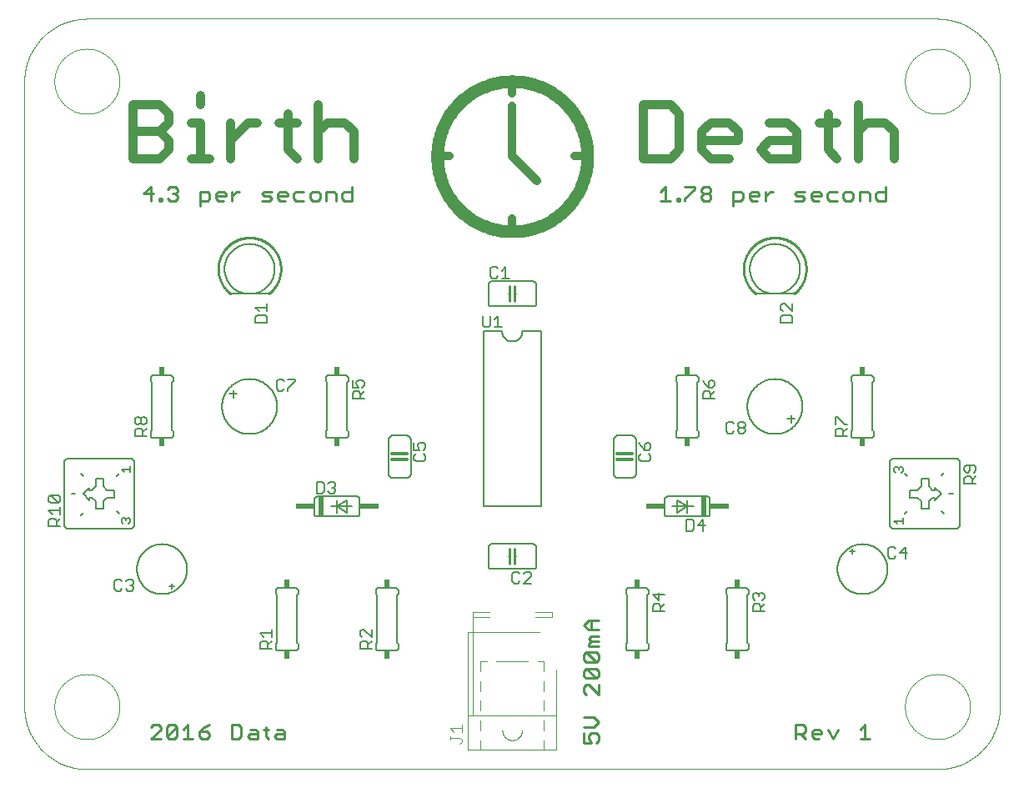
<source format=gto>
G75*
%MOIN*%
%OFA0B0*%
%FSLAX25Y25*%
%IPPOS*%
%LPD*%
%AMOC8*
5,1,8,0,0,1.08239X$1,22.5*
%
%ADD10C,0.00000*%
%ADD11C,0.03800*%
%ADD12C,0.01100*%
%ADD13C,0.05000*%
%ADD14C,0.03200*%
%ADD15C,0.00600*%
%ADD16C,0.01000*%
%ADD17C,0.00500*%
%ADD18R,0.02000X0.08000*%
%ADD19R,0.07500X0.02000*%
%ADD20C,0.00394*%
%ADD21C,0.00400*%
%ADD22R,0.02400X0.03400*%
%ADD23C,0.01200*%
%ADD24C,0.00800*%
D10*
X0026800Y0023933D02*
X0366800Y0023933D01*
X0353800Y0048933D02*
X0353804Y0049252D01*
X0353816Y0049571D01*
X0353835Y0049889D01*
X0353863Y0050207D01*
X0353898Y0050524D01*
X0353941Y0050840D01*
X0353991Y0051156D01*
X0354050Y0051469D01*
X0354116Y0051781D01*
X0354190Y0052092D01*
X0354271Y0052400D01*
X0354360Y0052707D01*
X0354456Y0053011D01*
X0354560Y0053313D01*
X0354671Y0053612D01*
X0354790Y0053908D01*
X0354915Y0054201D01*
X0355048Y0054491D01*
X0355188Y0054778D01*
X0355335Y0055061D01*
X0355489Y0055341D01*
X0355650Y0055616D01*
X0355817Y0055888D01*
X0355991Y0056155D01*
X0356171Y0056419D01*
X0356358Y0056677D01*
X0356551Y0056931D01*
X0356751Y0057180D01*
X0356956Y0057424D01*
X0357168Y0057663D01*
X0357385Y0057897D01*
X0357608Y0058125D01*
X0357836Y0058348D01*
X0358070Y0058565D01*
X0358309Y0058777D01*
X0358553Y0058982D01*
X0358802Y0059182D01*
X0359056Y0059375D01*
X0359314Y0059562D01*
X0359578Y0059742D01*
X0359845Y0059916D01*
X0360117Y0060083D01*
X0360392Y0060244D01*
X0360672Y0060398D01*
X0360955Y0060545D01*
X0361242Y0060685D01*
X0361532Y0060818D01*
X0361825Y0060943D01*
X0362121Y0061062D01*
X0362420Y0061173D01*
X0362722Y0061277D01*
X0363026Y0061373D01*
X0363333Y0061462D01*
X0363641Y0061543D01*
X0363952Y0061617D01*
X0364264Y0061683D01*
X0364577Y0061742D01*
X0364893Y0061792D01*
X0365209Y0061835D01*
X0365526Y0061870D01*
X0365844Y0061898D01*
X0366162Y0061917D01*
X0366481Y0061929D01*
X0366800Y0061933D01*
X0367119Y0061929D01*
X0367438Y0061917D01*
X0367756Y0061898D01*
X0368074Y0061870D01*
X0368391Y0061835D01*
X0368707Y0061792D01*
X0369023Y0061742D01*
X0369336Y0061683D01*
X0369648Y0061617D01*
X0369959Y0061543D01*
X0370267Y0061462D01*
X0370574Y0061373D01*
X0370878Y0061277D01*
X0371180Y0061173D01*
X0371479Y0061062D01*
X0371775Y0060943D01*
X0372068Y0060818D01*
X0372358Y0060685D01*
X0372645Y0060545D01*
X0372928Y0060398D01*
X0373208Y0060244D01*
X0373483Y0060083D01*
X0373755Y0059916D01*
X0374022Y0059742D01*
X0374286Y0059562D01*
X0374544Y0059375D01*
X0374798Y0059182D01*
X0375047Y0058982D01*
X0375291Y0058777D01*
X0375530Y0058565D01*
X0375764Y0058348D01*
X0375992Y0058125D01*
X0376215Y0057897D01*
X0376432Y0057663D01*
X0376644Y0057424D01*
X0376849Y0057180D01*
X0377049Y0056931D01*
X0377242Y0056677D01*
X0377429Y0056419D01*
X0377609Y0056155D01*
X0377783Y0055888D01*
X0377950Y0055616D01*
X0378111Y0055341D01*
X0378265Y0055061D01*
X0378412Y0054778D01*
X0378552Y0054491D01*
X0378685Y0054201D01*
X0378810Y0053908D01*
X0378929Y0053612D01*
X0379040Y0053313D01*
X0379144Y0053011D01*
X0379240Y0052707D01*
X0379329Y0052400D01*
X0379410Y0052092D01*
X0379484Y0051781D01*
X0379550Y0051469D01*
X0379609Y0051156D01*
X0379659Y0050840D01*
X0379702Y0050524D01*
X0379737Y0050207D01*
X0379765Y0049889D01*
X0379784Y0049571D01*
X0379796Y0049252D01*
X0379800Y0048933D01*
X0379796Y0048614D01*
X0379784Y0048295D01*
X0379765Y0047977D01*
X0379737Y0047659D01*
X0379702Y0047342D01*
X0379659Y0047026D01*
X0379609Y0046710D01*
X0379550Y0046397D01*
X0379484Y0046085D01*
X0379410Y0045774D01*
X0379329Y0045466D01*
X0379240Y0045159D01*
X0379144Y0044855D01*
X0379040Y0044553D01*
X0378929Y0044254D01*
X0378810Y0043958D01*
X0378685Y0043665D01*
X0378552Y0043375D01*
X0378412Y0043088D01*
X0378265Y0042805D01*
X0378111Y0042525D01*
X0377950Y0042250D01*
X0377783Y0041978D01*
X0377609Y0041711D01*
X0377429Y0041447D01*
X0377242Y0041189D01*
X0377049Y0040935D01*
X0376849Y0040686D01*
X0376644Y0040442D01*
X0376432Y0040203D01*
X0376215Y0039969D01*
X0375992Y0039741D01*
X0375764Y0039518D01*
X0375530Y0039301D01*
X0375291Y0039089D01*
X0375047Y0038884D01*
X0374798Y0038684D01*
X0374544Y0038491D01*
X0374286Y0038304D01*
X0374022Y0038124D01*
X0373755Y0037950D01*
X0373483Y0037783D01*
X0373208Y0037622D01*
X0372928Y0037468D01*
X0372645Y0037321D01*
X0372358Y0037181D01*
X0372068Y0037048D01*
X0371775Y0036923D01*
X0371479Y0036804D01*
X0371180Y0036693D01*
X0370878Y0036589D01*
X0370574Y0036493D01*
X0370267Y0036404D01*
X0369959Y0036323D01*
X0369648Y0036249D01*
X0369336Y0036183D01*
X0369023Y0036124D01*
X0368707Y0036074D01*
X0368391Y0036031D01*
X0368074Y0035996D01*
X0367756Y0035968D01*
X0367438Y0035949D01*
X0367119Y0035937D01*
X0366800Y0035933D01*
X0366481Y0035937D01*
X0366162Y0035949D01*
X0365844Y0035968D01*
X0365526Y0035996D01*
X0365209Y0036031D01*
X0364893Y0036074D01*
X0364577Y0036124D01*
X0364264Y0036183D01*
X0363952Y0036249D01*
X0363641Y0036323D01*
X0363333Y0036404D01*
X0363026Y0036493D01*
X0362722Y0036589D01*
X0362420Y0036693D01*
X0362121Y0036804D01*
X0361825Y0036923D01*
X0361532Y0037048D01*
X0361242Y0037181D01*
X0360955Y0037321D01*
X0360672Y0037468D01*
X0360392Y0037622D01*
X0360117Y0037783D01*
X0359845Y0037950D01*
X0359578Y0038124D01*
X0359314Y0038304D01*
X0359056Y0038491D01*
X0358802Y0038684D01*
X0358553Y0038884D01*
X0358309Y0039089D01*
X0358070Y0039301D01*
X0357836Y0039518D01*
X0357608Y0039741D01*
X0357385Y0039969D01*
X0357168Y0040203D01*
X0356956Y0040442D01*
X0356751Y0040686D01*
X0356551Y0040935D01*
X0356358Y0041189D01*
X0356171Y0041447D01*
X0355991Y0041711D01*
X0355817Y0041978D01*
X0355650Y0042250D01*
X0355489Y0042525D01*
X0355335Y0042805D01*
X0355188Y0043088D01*
X0355048Y0043375D01*
X0354915Y0043665D01*
X0354790Y0043958D01*
X0354671Y0044254D01*
X0354560Y0044553D01*
X0354456Y0044855D01*
X0354360Y0045159D01*
X0354271Y0045466D01*
X0354190Y0045774D01*
X0354116Y0046085D01*
X0354050Y0046397D01*
X0353991Y0046710D01*
X0353941Y0047026D01*
X0353898Y0047342D01*
X0353863Y0047659D01*
X0353835Y0047977D01*
X0353816Y0048295D01*
X0353804Y0048614D01*
X0353800Y0048933D01*
X0366800Y0023933D02*
X0367404Y0023940D01*
X0368008Y0023962D01*
X0368611Y0023999D01*
X0369213Y0024050D01*
X0369813Y0024115D01*
X0370412Y0024195D01*
X0371009Y0024290D01*
X0371603Y0024399D01*
X0372195Y0024522D01*
X0372783Y0024659D01*
X0373368Y0024811D01*
X0373949Y0024977D01*
X0374525Y0025157D01*
X0375098Y0025350D01*
X0375665Y0025558D01*
X0376227Y0025779D01*
X0376784Y0026013D01*
X0377335Y0026261D01*
X0377880Y0026522D01*
X0378418Y0026797D01*
X0378950Y0027084D01*
X0379474Y0027384D01*
X0379991Y0027696D01*
X0380500Y0028021D01*
X0381002Y0028358D01*
X0381495Y0028708D01*
X0381979Y0029069D01*
X0382455Y0029441D01*
X0382921Y0029825D01*
X0383378Y0030220D01*
X0383825Y0030626D01*
X0384263Y0031043D01*
X0384690Y0031470D01*
X0385107Y0031908D01*
X0385513Y0032355D01*
X0385908Y0032812D01*
X0386292Y0033278D01*
X0386664Y0033754D01*
X0387025Y0034238D01*
X0387375Y0034731D01*
X0387712Y0035233D01*
X0388037Y0035742D01*
X0388349Y0036259D01*
X0388649Y0036783D01*
X0388936Y0037315D01*
X0389211Y0037853D01*
X0389472Y0038398D01*
X0389720Y0038949D01*
X0389954Y0039506D01*
X0390175Y0040068D01*
X0390383Y0040635D01*
X0390576Y0041208D01*
X0390756Y0041784D01*
X0390922Y0042365D01*
X0391074Y0042950D01*
X0391211Y0043538D01*
X0391334Y0044130D01*
X0391443Y0044724D01*
X0391538Y0045321D01*
X0391618Y0045920D01*
X0391683Y0046520D01*
X0391734Y0047122D01*
X0391771Y0047725D01*
X0391793Y0048329D01*
X0391800Y0048933D01*
X0391800Y0298933D01*
X0353800Y0298933D02*
X0353804Y0299252D01*
X0353816Y0299571D01*
X0353835Y0299889D01*
X0353863Y0300207D01*
X0353898Y0300524D01*
X0353941Y0300840D01*
X0353991Y0301156D01*
X0354050Y0301469D01*
X0354116Y0301781D01*
X0354190Y0302092D01*
X0354271Y0302400D01*
X0354360Y0302707D01*
X0354456Y0303011D01*
X0354560Y0303313D01*
X0354671Y0303612D01*
X0354790Y0303908D01*
X0354915Y0304201D01*
X0355048Y0304491D01*
X0355188Y0304778D01*
X0355335Y0305061D01*
X0355489Y0305341D01*
X0355650Y0305616D01*
X0355817Y0305888D01*
X0355991Y0306155D01*
X0356171Y0306419D01*
X0356358Y0306677D01*
X0356551Y0306931D01*
X0356751Y0307180D01*
X0356956Y0307424D01*
X0357168Y0307663D01*
X0357385Y0307897D01*
X0357608Y0308125D01*
X0357836Y0308348D01*
X0358070Y0308565D01*
X0358309Y0308777D01*
X0358553Y0308982D01*
X0358802Y0309182D01*
X0359056Y0309375D01*
X0359314Y0309562D01*
X0359578Y0309742D01*
X0359845Y0309916D01*
X0360117Y0310083D01*
X0360392Y0310244D01*
X0360672Y0310398D01*
X0360955Y0310545D01*
X0361242Y0310685D01*
X0361532Y0310818D01*
X0361825Y0310943D01*
X0362121Y0311062D01*
X0362420Y0311173D01*
X0362722Y0311277D01*
X0363026Y0311373D01*
X0363333Y0311462D01*
X0363641Y0311543D01*
X0363952Y0311617D01*
X0364264Y0311683D01*
X0364577Y0311742D01*
X0364893Y0311792D01*
X0365209Y0311835D01*
X0365526Y0311870D01*
X0365844Y0311898D01*
X0366162Y0311917D01*
X0366481Y0311929D01*
X0366800Y0311933D01*
X0367119Y0311929D01*
X0367438Y0311917D01*
X0367756Y0311898D01*
X0368074Y0311870D01*
X0368391Y0311835D01*
X0368707Y0311792D01*
X0369023Y0311742D01*
X0369336Y0311683D01*
X0369648Y0311617D01*
X0369959Y0311543D01*
X0370267Y0311462D01*
X0370574Y0311373D01*
X0370878Y0311277D01*
X0371180Y0311173D01*
X0371479Y0311062D01*
X0371775Y0310943D01*
X0372068Y0310818D01*
X0372358Y0310685D01*
X0372645Y0310545D01*
X0372928Y0310398D01*
X0373208Y0310244D01*
X0373483Y0310083D01*
X0373755Y0309916D01*
X0374022Y0309742D01*
X0374286Y0309562D01*
X0374544Y0309375D01*
X0374798Y0309182D01*
X0375047Y0308982D01*
X0375291Y0308777D01*
X0375530Y0308565D01*
X0375764Y0308348D01*
X0375992Y0308125D01*
X0376215Y0307897D01*
X0376432Y0307663D01*
X0376644Y0307424D01*
X0376849Y0307180D01*
X0377049Y0306931D01*
X0377242Y0306677D01*
X0377429Y0306419D01*
X0377609Y0306155D01*
X0377783Y0305888D01*
X0377950Y0305616D01*
X0378111Y0305341D01*
X0378265Y0305061D01*
X0378412Y0304778D01*
X0378552Y0304491D01*
X0378685Y0304201D01*
X0378810Y0303908D01*
X0378929Y0303612D01*
X0379040Y0303313D01*
X0379144Y0303011D01*
X0379240Y0302707D01*
X0379329Y0302400D01*
X0379410Y0302092D01*
X0379484Y0301781D01*
X0379550Y0301469D01*
X0379609Y0301156D01*
X0379659Y0300840D01*
X0379702Y0300524D01*
X0379737Y0300207D01*
X0379765Y0299889D01*
X0379784Y0299571D01*
X0379796Y0299252D01*
X0379800Y0298933D01*
X0379796Y0298614D01*
X0379784Y0298295D01*
X0379765Y0297977D01*
X0379737Y0297659D01*
X0379702Y0297342D01*
X0379659Y0297026D01*
X0379609Y0296710D01*
X0379550Y0296397D01*
X0379484Y0296085D01*
X0379410Y0295774D01*
X0379329Y0295466D01*
X0379240Y0295159D01*
X0379144Y0294855D01*
X0379040Y0294553D01*
X0378929Y0294254D01*
X0378810Y0293958D01*
X0378685Y0293665D01*
X0378552Y0293375D01*
X0378412Y0293088D01*
X0378265Y0292805D01*
X0378111Y0292525D01*
X0377950Y0292250D01*
X0377783Y0291978D01*
X0377609Y0291711D01*
X0377429Y0291447D01*
X0377242Y0291189D01*
X0377049Y0290935D01*
X0376849Y0290686D01*
X0376644Y0290442D01*
X0376432Y0290203D01*
X0376215Y0289969D01*
X0375992Y0289741D01*
X0375764Y0289518D01*
X0375530Y0289301D01*
X0375291Y0289089D01*
X0375047Y0288884D01*
X0374798Y0288684D01*
X0374544Y0288491D01*
X0374286Y0288304D01*
X0374022Y0288124D01*
X0373755Y0287950D01*
X0373483Y0287783D01*
X0373208Y0287622D01*
X0372928Y0287468D01*
X0372645Y0287321D01*
X0372358Y0287181D01*
X0372068Y0287048D01*
X0371775Y0286923D01*
X0371479Y0286804D01*
X0371180Y0286693D01*
X0370878Y0286589D01*
X0370574Y0286493D01*
X0370267Y0286404D01*
X0369959Y0286323D01*
X0369648Y0286249D01*
X0369336Y0286183D01*
X0369023Y0286124D01*
X0368707Y0286074D01*
X0368391Y0286031D01*
X0368074Y0285996D01*
X0367756Y0285968D01*
X0367438Y0285949D01*
X0367119Y0285937D01*
X0366800Y0285933D01*
X0366481Y0285937D01*
X0366162Y0285949D01*
X0365844Y0285968D01*
X0365526Y0285996D01*
X0365209Y0286031D01*
X0364893Y0286074D01*
X0364577Y0286124D01*
X0364264Y0286183D01*
X0363952Y0286249D01*
X0363641Y0286323D01*
X0363333Y0286404D01*
X0363026Y0286493D01*
X0362722Y0286589D01*
X0362420Y0286693D01*
X0362121Y0286804D01*
X0361825Y0286923D01*
X0361532Y0287048D01*
X0361242Y0287181D01*
X0360955Y0287321D01*
X0360672Y0287468D01*
X0360392Y0287622D01*
X0360117Y0287783D01*
X0359845Y0287950D01*
X0359578Y0288124D01*
X0359314Y0288304D01*
X0359056Y0288491D01*
X0358802Y0288684D01*
X0358553Y0288884D01*
X0358309Y0289089D01*
X0358070Y0289301D01*
X0357836Y0289518D01*
X0357608Y0289741D01*
X0357385Y0289969D01*
X0357168Y0290203D01*
X0356956Y0290442D01*
X0356751Y0290686D01*
X0356551Y0290935D01*
X0356358Y0291189D01*
X0356171Y0291447D01*
X0355991Y0291711D01*
X0355817Y0291978D01*
X0355650Y0292250D01*
X0355489Y0292525D01*
X0355335Y0292805D01*
X0355188Y0293088D01*
X0355048Y0293375D01*
X0354915Y0293665D01*
X0354790Y0293958D01*
X0354671Y0294254D01*
X0354560Y0294553D01*
X0354456Y0294855D01*
X0354360Y0295159D01*
X0354271Y0295466D01*
X0354190Y0295774D01*
X0354116Y0296085D01*
X0354050Y0296397D01*
X0353991Y0296710D01*
X0353941Y0297026D01*
X0353898Y0297342D01*
X0353863Y0297659D01*
X0353835Y0297977D01*
X0353816Y0298295D01*
X0353804Y0298614D01*
X0353800Y0298933D01*
X0366800Y0323933D02*
X0367404Y0323926D01*
X0368008Y0323904D01*
X0368611Y0323867D01*
X0369213Y0323816D01*
X0369813Y0323751D01*
X0370412Y0323671D01*
X0371009Y0323576D01*
X0371603Y0323467D01*
X0372195Y0323344D01*
X0372783Y0323207D01*
X0373368Y0323055D01*
X0373949Y0322889D01*
X0374525Y0322709D01*
X0375098Y0322516D01*
X0375665Y0322308D01*
X0376227Y0322087D01*
X0376784Y0321853D01*
X0377335Y0321605D01*
X0377880Y0321344D01*
X0378418Y0321069D01*
X0378950Y0320782D01*
X0379474Y0320482D01*
X0379991Y0320170D01*
X0380500Y0319845D01*
X0381002Y0319508D01*
X0381495Y0319158D01*
X0381979Y0318797D01*
X0382455Y0318425D01*
X0382921Y0318041D01*
X0383378Y0317646D01*
X0383825Y0317240D01*
X0384263Y0316823D01*
X0384690Y0316396D01*
X0385107Y0315958D01*
X0385513Y0315511D01*
X0385908Y0315054D01*
X0386292Y0314588D01*
X0386664Y0314112D01*
X0387025Y0313628D01*
X0387375Y0313135D01*
X0387712Y0312633D01*
X0388037Y0312124D01*
X0388349Y0311607D01*
X0388649Y0311083D01*
X0388936Y0310551D01*
X0389211Y0310013D01*
X0389472Y0309468D01*
X0389720Y0308917D01*
X0389954Y0308360D01*
X0390175Y0307798D01*
X0390383Y0307231D01*
X0390576Y0306658D01*
X0390756Y0306082D01*
X0390922Y0305501D01*
X0391074Y0304916D01*
X0391211Y0304328D01*
X0391334Y0303736D01*
X0391443Y0303142D01*
X0391538Y0302545D01*
X0391618Y0301946D01*
X0391683Y0301346D01*
X0391734Y0300744D01*
X0391771Y0300141D01*
X0391793Y0299537D01*
X0391800Y0298933D01*
X0366800Y0323933D02*
X0026800Y0323933D01*
X0013800Y0298933D02*
X0013804Y0299252D01*
X0013816Y0299571D01*
X0013835Y0299889D01*
X0013863Y0300207D01*
X0013898Y0300524D01*
X0013941Y0300840D01*
X0013991Y0301156D01*
X0014050Y0301469D01*
X0014116Y0301781D01*
X0014190Y0302092D01*
X0014271Y0302400D01*
X0014360Y0302707D01*
X0014456Y0303011D01*
X0014560Y0303313D01*
X0014671Y0303612D01*
X0014790Y0303908D01*
X0014915Y0304201D01*
X0015048Y0304491D01*
X0015188Y0304778D01*
X0015335Y0305061D01*
X0015489Y0305341D01*
X0015650Y0305616D01*
X0015817Y0305888D01*
X0015991Y0306155D01*
X0016171Y0306419D01*
X0016358Y0306677D01*
X0016551Y0306931D01*
X0016751Y0307180D01*
X0016956Y0307424D01*
X0017168Y0307663D01*
X0017385Y0307897D01*
X0017608Y0308125D01*
X0017836Y0308348D01*
X0018070Y0308565D01*
X0018309Y0308777D01*
X0018553Y0308982D01*
X0018802Y0309182D01*
X0019056Y0309375D01*
X0019314Y0309562D01*
X0019578Y0309742D01*
X0019845Y0309916D01*
X0020117Y0310083D01*
X0020392Y0310244D01*
X0020672Y0310398D01*
X0020955Y0310545D01*
X0021242Y0310685D01*
X0021532Y0310818D01*
X0021825Y0310943D01*
X0022121Y0311062D01*
X0022420Y0311173D01*
X0022722Y0311277D01*
X0023026Y0311373D01*
X0023333Y0311462D01*
X0023641Y0311543D01*
X0023952Y0311617D01*
X0024264Y0311683D01*
X0024577Y0311742D01*
X0024893Y0311792D01*
X0025209Y0311835D01*
X0025526Y0311870D01*
X0025844Y0311898D01*
X0026162Y0311917D01*
X0026481Y0311929D01*
X0026800Y0311933D01*
X0027119Y0311929D01*
X0027438Y0311917D01*
X0027756Y0311898D01*
X0028074Y0311870D01*
X0028391Y0311835D01*
X0028707Y0311792D01*
X0029023Y0311742D01*
X0029336Y0311683D01*
X0029648Y0311617D01*
X0029959Y0311543D01*
X0030267Y0311462D01*
X0030574Y0311373D01*
X0030878Y0311277D01*
X0031180Y0311173D01*
X0031479Y0311062D01*
X0031775Y0310943D01*
X0032068Y0310818D01*
X0032358Y0310685D01*
X0032645Y0310545D01*
X0032928Y0310398D01*
X0033208Y0310244D01*
X0033483Y0310083D01*
X0033755Y0309916D01*
X0034022Y0309742D01*
X0034286Y0309562D01*
X0034544Y0309375D01*
X0034798Y0309182D01*
X0035047Y0308982D01*
X0035291Y0308777D01*
X0035530Y0308565D01*
X0035764Y0308348D01*
X0035992Y0308125D01*
X0036215Y0307897D01*
X0036432Y0307663D01*
X0036644Y0307424D01*
X0036849Y0307180D01*
X0037049Y0306931D01*
X0037242Y0306677D01*
X0037429Y0306419D01*
X0037609Y0306155D01*
X0037783Y0305888D01*
X0037950Y0305616D01*
X0038111Y0305341D01*
X0038265Y0305061D01*
X0038412Y0304778D01*
X0038552Y0304491D01*
X0038685Y0304201D01*
X0038810Y0303908D01*
X0038929Y0303612D01*
X0039040Y0303313D01*
X0039144Y0303011D01*
X0039240Y0302707D01*
X0039329Y0302400D01*
X0039410Y0302092D01*
X0039484Y0301781D01*
X0039550Y0301469D01*
X0039609Y0301156D01*
X0039659Y0300840D01*
X0039702Y0300524D01*
X0039737Y0300207D01*
X0039765Y0299889D01*
X0039784Y0299571D01*
X0039796Y0299252D01*
X0039800Y0298933D01*
X0039796Y0298614D01*
X0039784Y0298295D01*
X0039765Y0297977D01*
X0039737Y0297659D01*
X0039702Y0297342D01*
X0039659Y0297026D01*
X0039609Y0296710D01*
X0039550Y0296397D01*
X0039484Y0296085D01*
X0039410Y0295774D01*
X0039329Y0295466D01*
X0039240Y0295159D01*
X0039144Y0294855D01*
X0039040Y0294553D01*
X0038929Y0294254D01*
X0038810Y0293958D01*
X0038685Y0293665D01*
X0038552Y0293375D01*
X0038412Y0293088D01*
X0038265Y0292805D01*
X0038111Y0292525D01*
X0037950Y0292250D01*
X0037783Y0291978D01*
X0037609Y0291711D01*
X0037429Y0291447D01*
X0037242Y0291189D01*
X0037049Y0290935D01*
X0036849Y0290686D01*
X0036644Y0290442D01*
X0036432Y0290203D01*
X0036215Y0289969D01*
X0035992Y0289741D01*
X0035764Y0289518D01*
X0035530Y0289301D01*
X0035291Y0289089D01*
X0035047Y0288884D01*
X0034798Y0288684D01*
X0034544Y0288491D01*
X0034286Y0288304D01*
X0034022Y0288124D01*
X0033755Y0287950D01*
X0033483Y0287783D01*
X0033208Y0287622D01*
X0032928Y0287468D01*
X0032645Y0287321D01*
X0032358Y0287181D01*
X0032068Y0287048D01*
X0031775Y0286923D01*
X0031479Y0286804D01*
X0031180Y0286693D01*
X0030878Y0286589D01*
X0030574Y0286493D01*
X0030267Y0286404D01*
X0029959Y0286323D01*
X0029648Y0286249D01*
X0029336Y0286183D01*
X0029023Y0286124D01*
X0028707Y0286074D01*
X0028391Y0286031D01*
X0028074Y0285996D01*
X0027756Y0285968D01*
X0027438Y0285949D01*
X0027119Y0285937D01*
X0026800Y0285933D01*
X0026481Y0285937D01*
X0026162Y0285949D01*
X0025844Y0285968D01*
X0025526Y0285996D01*
X0025209Y0286031D01*
X0024893Y0286074D01*
X0024577Y0286124D01*
X0024264Y0286183D01*
X0023952Y0286249D01*
X0023641Y0286323D01*
X0023333Y0286404D01*
X0023026Y0286493D01*
X0022722Y0286589D01*
X0022420Y0286693D01*
X0022121Y0286804D01*
X0021825Y0286923D01*
X0021532Y0287048D01*
X0021242Y0287181D01*
X0020955Y0287321D01*
X0020672Y0287468D01*
X0020392Y0287622D01*
X0020117Y0287783D01*
X0019845Y0287950D01*
X0019578Y0288124D01*
X0019314Y0288304D01*
X0019056Y0288491D01*
X0018802Y0288684D01*
X0018553Y0288884D01*
X0018309Y0289089D01*
X0018070Y0289301D01*
X0017836Y0289518D01*
X0017608Y0289741D01*
X0017385Y0289969D01*
X0017168Y0290203D01*
X0016956Y0290442D01*
X0016751Y0290686D01*
X0016551Y0290935D01*
X0016358Y0291189D01*
X0016171Y0291447D01*
X0015991Y0291711D01*
X0015817Y0291978D01*
X0015650Y0292250D01*
X0015489Y0292525D01*
X0015335Y0292805D01*
X0015188Y0293088D01*
X0015048Y0293375D01*
X0014915Y0293665D01*
X0014790Y0293958D01*
X0014671Y0294254D01*
X0014560Y0294553D01*
X0014456Y0294855D01*
X0014360Y0295159D01*
X0014271Y0295466D01*
X0014190Y0295774D01*
X0014116Y0296085D01*
X0014050Y0296397D01*
X0013991Y0296710D01*
X0013941Y0297026D01*
X0013898Y0297342D01*
X0013863Y0297659D01*
X0013835Y0297977D01*
X0013816Y0298295D01*
X0013804Y0298614D01*
X0013800Y0298933D01*
X0001800Y0298933D02*
X0001800Y0048933D01*
X0013800Y0048933D02*
X0013804Y0049252D01*
X0013816Y0049571D01*
X0013835Y0049889D01*
X0013863Y0050207D01*
X0013898Y0050524D01*
X0013941Y0050840D01*
X0013991Y0051156D01*
X0014050Y0051469D01*
X0014116Y0051781D01*
X0014190Y0052092D01*
X0014271Y0052400D01*
X0014360Y0052707D01*
X0014456Y0053011D01*
X0014560Y0053313D01*
X0014671Y0053612D01*
X0014790Y0053908D01*
X0014915Y0054201D01*
X0015048Y0054491D01*
X0015188Y0054778D01*
X0015335Y0055061D01*
X0015489Y0055341D01*
X0015650Y0055616D01*
X0015817Y0055888D01*
X0015991Y0056155D01*
X0016171Y0056419D01*
X0016358Y0056677D01*
X0016551Y0056931D01*
X0016751Y0057180D01*
X0016956Y0057424D01*
X0017168Y0057663D01*
X0017385Y0057897D01*
X0017608Y0058125D01*
X0017836Y0058348D01*
X0018070Y0058565D01*
X0018309Y0058777D01*
X0018553Y0058982D01*
X0018802Y0059182D01*
X0019056Y0059375D01*
X0019314Y0059562D01*
X0019578Y0059742D01*
X0019845Y0059916D01*
X0020117Y0060083D01*
X0020392Y0060244D01*
X0020672Y0060398D01*
X0020955Y0060545D01*
X0021242Y0060685D01*
X0021532Y0060818D01*
X0021825Y0060943D01*
X0022121Y0061062D01*
X0022420Y0061173D01*
X0022722Y0061277D01*
X0023026Y0061373D01*
X0023333Y0061462D01*
X0023641Y0061543D01*
X0023952Y0061617D01*
X0024264Y0061683D01*
X0024577Y0061742D01*
X0024893Y0061792D01*
X0025209Y0061835D01*
X0025526Y0061870D01*
X0025844Y0061898D01*
X0026162Y0061917D01*
X0026481Y0061929D01*
X0026800Y0061933D01*
X0027119Y0061929D01*
X0027438Y0061917D01*
X0027756Y0061898D01*
X0028074Y0061870D01*
X0028391Y0061835D01*
X0028707Y0061792D01*
X0029023Y0061742D01*
X0029336Y0061683D01*
X0029648Y0061617D01*
X0029959Y0061543D01*
X0030267Y0061462D01*
X0030574Y0061373D01*
X0030878Y0061277D01*
X0031180Y0061173D01*
X0031479Y0061062D01*
X0031775Y0060943D01*
X0032068Y0060818D01*
X0032358Y0060685D01*
X0032645Y0060545D01*
X0032928Y0060398D01*
X0033208Y0060244D01*
X0033483Y0060083D01*
X0033755Y0059916D01*
X0034022Y0059742D01*
X0034286Y0059562D01*
X0034544Y0059375D01*
X0034798Y0059182D01*
X0035047Y0058982D01*
X0035291Y0058777D01*
X0035530Y0058565D01*
X0035764Y0058348D01*
X0035992Y0058125D01*
X0036215Y0057897D01*
X0036432Y0057663D01*
X0036644Y0057424D01*
X0036849Y0057180D01*
X0037049Y0056931D01*
X0037242Y0056677D01*
X0037429Y0056419D01*
X0037609Y0056155D01*
X0037783Y0055888D01*
X0037950Y0055616D01*
X0038111Y0055341D01*
X0038265Y0055061D01*
X0038412Y0054778D01*
X0038552Y0054491D01*
X0038685Y0054201D01*
X0038810Y0053908D01*
X0038929Y0053612D01*
X0039040Y0053313D01*
X0039144Y0053011D01*
X0039240Y0052707D01*
X0039329Y0052400D01*
X0039410Y0052092D01*
X0039484Y0051781D01*
X0039550Y0051469D01*
X0039609Y0051156D01*
X0039659Y0050840D01*
X0039702Y0050524D01*
X0039737Y0050207D01*
X0039765Y0049889D01*
X0039784Y0049571D01*
X0039796Y0049252D01*
X0039800Y0048933D01*
X0039796Y0048614D01*
X0039784Y0048295D01*
X0039765Y0047977D01*
X0039737Y0047659D01*
X0039702Y0047342D01*
X0039659Y0047026D01*
X0039609Y0046710D01*
X0039550Y0046397D01*
X0039484Y0046085D01*
X0039410Y0045774D01*
X0039329Y0045466D01*
X0039240Y0045159D01*
X0039144Y0044855D01*
X0039040Y0044553D01*
X0038929Y0044254D01*
X0038810Y0043958D01*
X0038685Y0043665D01*
X0038552Y0043375D01*
X0038412Y0043088D01*
X0038265Y0042805D01*
X0038111Y0042525D01*
X0037950Y0042250D01*
X0037783Y0041978D01*
X0037609Y0041711D01*
X0037429Y0041447D01*
X0037242Y0041189D01*
X0037049Y0040935D01*
X0036849Y0040686D01*
X0036644Y0040442D01*
X0036432Y0040203D01*
X0036215Y0039969D01*
X0035992Y0039741D01*
X0035764Y0039518D01*
X0035530Y0039301D01*
X0035291Y0039089D01*
X0035047Y0038884D01*
X0034798Y0038684D01*
X0034544Y0038491D01*
X0034286Y0038304D01*
X0034022Y0038124D01*
X0033755Y0037950D01*
X0033483Y0037783D01*
X0033208Y0037622D01*
X0032928Y0037468D01*
X0032645Y0037321D01*
X0032358Y0037181D01*
X0032068Y0037048D01*
X0031775Y0036923D01*
X0031479Y0036804D01*
X0031180Y0036693D01*
X0030878Y0036589D01*
X0030574Y0036493D01*
X0030267Y0036404D01*
X0029959Y0036323D01*
X0029648Y0036249D01*
X0029336Y0036183D01*
X0029023Y0036124D01*
X0028707Y0036074D01*
X0028391Y0036031D01*
X0028074Y0035996D01*
X0027756Y0035968D01*
X0027438Y0035949D01*
X0027119Y0035937D01*
X0026800Y0035933D01*
X0026481Y0035937D01*
X0026162Y0035949D01*
X0025844Y0035968D01*
X0025526Y0035996D01*
X0025209Y0036031D01*
X0024893Y0036074D01*
X0024577Y0036124D01*
X0024264Y0036183D01*
X0023952Y0036249D01*
X0023641Y0036323D01*
X0023333Y0036404D01*
X0023026Y0036493D01*
X0022722Y0036589D01*
X0022420Y0036693D01*
X0022121Y0036804D01*
X0021825Y0036923D01*
X0021532Y0037048D01*
X0021242Y0037181D01*
X0020955Y0037321D01*
X0020672Y0037468D01*
X0020392Y0037622D01*
X0020117Y0037783D01*
X0019845Y0037950D01*
X0019578Y0038124D01*
X0019314Y0038304D01*
X0019056Y0038491D01*
X0018802Y0038684D01*
X0018553Y0038884D01*
X0018309Y0039089D01*
X0018070Y0039301D01*
X0017836Y0039518D01*
X0017608Y0039741D01*
X0017385Y0039969D01*
X0017168Y0040203D01*
X0016956Y0040442D01*
X0016751Y0040686D01*
X0016551Y0040935D01*
X0016358Y0041189D01*
X0016171Y0041447D01*
X0015991Y0041711D01*
X0015817Y0041978D01*
X0015650Y0042250D01*
X0015489Y0042525D01*
X0015335Y0042805D01*
X0015188Y0043088D01*
X0015048Y0043375D01*
X0014915Y0043665D01*
X0014790Y0043958D01*
X0014671Y0044254D01*
X0014560Y0044553D01*
X0014456Y0044855D01*
X0014360Y0045159D01*
X0014271Y0045466D01*
X0014190Y0045774D01*
X0014116Y0046085D01*
X0014050Y0046397D01*
X0013991Y0046710D01*
X0013941Y0047026D01*
X0013898Y0047342D01*
X0013863Y0047659D01*
X0013835Y0047977D01*
X0013816Y0048295D01*
X0013804Y0048614D01*
X0013800Y0048933D01*
X0001800Y0048933D02*
X0001807Y0048329D01*
X0001829Y0047725D01*
X0001866Y0047122D01*
X0001917Y0046520D01*
X0001982Y0045920D01*
X0002062Y0045321D01*
X0002157Y0044724D01*
X0002266Y0044130D01*
X0002389Y0043538D01*
X0002526Y0042950D01*
X0002678Y0042365D01*
X0002844Y0041784D01*
X0003024Y0041208D01*
X0003217Y0040635D01*
X0003425Y0040068D01*
X0003646Y0039506D01*
X0003880Y0038949D01*
X0004128Y0038398D01*
X0004389Y0037853D01*
X0004664Y0037315D01*
X0004951Y0036783D01*
X0005251Y0036259D01*
X0005563Y0035742D01*
X0005888Y0035233D01*
X0006225Y0034731D01*
X0006575Y0034238D01*
X0006936Y0033754D01*
X0007308Y0033278D01*
X0007692Y0032812D01*
X0008087Y0032355D01*
X0008493Y0031908D01*
X0008910Y0031470D01*
X0009337Y0031043D01*
X0009775Y0030626D01*
X0010222Y0030220D01*
X0010679Y0029825D01*
X0011145Y0029441D01*
X0011621Y0029069D01*
X0012105Y0028708D01*
X0012598Y0028358D01*
X0013100Y0028021D01*
X0013609Y0027696D01*
X0014126Y0027384D01*
X0014650Y0027084D01*
X0015182Y0026797D01*
X0015720Y0026522D01*
X0016265Y0026261D01*
X0016816Y0026013D01*
X0017373Y0025779D01*
X0017935Y0025558D01*
X0018502Y0025350D01*
X0019075Y0025157D01*
X0019651Y0024977D01*
X0020232Y0024811D01*
X0020817Y0024659D01*
X0021405Y0024522D01*
X0021997Y0024399D01*
X0022591Y0024290D01*
X0023188Y0024195D01*
X0023787Y0024115D01*
X0024387Y0024050D01*
X0024989Y0023999D01*
X0025592Y0023962D01*
X0026196Y0023940D01*
X0026800Y0023933D01*
X0001800Y0298933D02*
X0001807Y0299537D01*
X0001829Y0300141D01*
X0001866Y0300744D01*
X0001917Y0301346D01*
X0001982Y0301946D01*
X0002062Y0302545D01*
X0002157Y0303142D01*
X0002266Y0303736D01*
X0002389Y0304328D01*
X0002526Y0304916D01*
X0002678Y0305501D01*
X0002844Y0306082D01*
X0003024Y0306658D01*
X0003217Y0307231D01*
X0003425Y0307798D01*
X0003646Y0308360D01*
X0003880Y0308917D01*
X0004128Y0309468D01*
X0004389Y0310013D01*
X0004664Y0310551D01*
X0004951Y0311083D01*
X0005251Y0311607D01*
X0005563Y0312124D01*
X0005888Y0312633D01*
X0006225Y0313135D01*
X0006575Y0313628D01*
X0006936Y0314112D01*
X0007308Y0314588D01*
X0007692Y0315054D01*
X0008087Y0315511D01*
X0008493Y0315958D01*
X0008910Y0316396D01*
X0009337Y0316823D01*
X0009775Y0317240D01*
X0010222Y0317646D01*
X0010679Y0318041D01*
X0011145Y0318425D01*
X0011621Y0318797D01*
X0012105Y0319158D01*
X0012598Y0319508D01*
X0013100Y0319845D01*
X0013609Y0320170D01*
X0014126Y0320482D01*
X0014650Y0320782D01*
X0015182Y0321069D01*
X0015720Y0321344D01*
X0016265Y0321605D01*
X0016816Y0321853D01*
X0017373Y0322087D01*
X0017935Y0322308D01*
X0018502Y0322516D01*
X0019075Y0322709D01*
X0019651Y0322889D01*
X0020232Y0323055D01*
X0020817Y0323207D01*
X0021405Y0323344D01*
X0021997Y0323467D01*
X0022591Y0323576D01*
X0023188Y0323671D01*
X0023787Y0323751D01*
X0024387Y0323816D01*
X0024989Y0323867D01*
X0025592Y0323904D01*
X0026196Y0323926D01*
X0026800Y0323933D01*
D11*
X0044975Y0289752D02*
X0055784Y0289752D01*
X0059387Y0286148D01*
X0059387Y0282545D01*
X0055784Y0278942D01*
X0044975Y0278942D01*
X0044975Y0268133D02*
X0055784Y0268133D01*
X0059387Y0271736D01*
X0059387Y0275339D01*
X0055784Y0278942D01*
X0068363Y0282545D02*
X0071966Y0282545D01*
X0071966Y0268133D01*
X0068363Y0268133D02*
X0075569Y0268133D01*
X0083955Y0268133D02*
X0083955Y0282545D01*
X0083955Y0275339D02*
X0091161Y0282545D01*
X0094764Y0282545D01*
X0103445Y0282545D02*
X0110651Y0282545D01*
X0107048Y0286148D02*
X0107048Y0271736D01*
X0110651Y0268133D01*
X0119037Y0268133D02*
X0119037Y0289752D01*
X0122640Y0282545D02*
X0129846Y0282545D01*
X0133449Y0278942D01*
X0133449Y0268133D01*
X0119037Y0278942D02*
X0122640Y0282545D01*
X0071966Y0289752D02*
X0071966Y0293355D01*
X0044975Y0289752D02*
X0044975Y0268133D01*
X0249128Y0268133D02*
X0259937Y0268133D01*
X0263540Y0271736D01*
X0263540Y0286148D01*
X0259937Y0289752D01*
X0249128Y0289752D01*
X0249128Y0268133D01*
X0272516Y0271736D02*
X0272516Y0278942D01*
X0276119Y0282545D01*
X0283325Y0282545D01*
X0286928Y0278942D01*
X0286928Y0275339D01*
X0272516Y0275339D01*
X0272516Y0271736D02*
X0276119Y0268133D01*
X0283325Y0268133D01*
X0295904Y0271736D02*
X0299507Y0275339D01*
X0310316Y0275339D01*
X0310316Y0278942D02*
X0310316Y0268133D01*
X0299507Y0268133D01*
X0295904Y0271736D01*
X0299507Y0282545D02*
X0306713Y0282545D01*
X0310316Y0278942D01*
X0319292Y0282545D02*
X0326498Y0282545D01*
X0322895Y0286148D02*
X0322895Y0271736D01*
X0326498Y0268133D01*
X0334884Y0268133D02*
X0334884Y0289752D01*
X0338487Y0282545D02*
X0345693Y0282545D01*
X0349296Y0278942D01*
X0349296Y0268133D01*
X0334884Y0278942D02*
X0338487Y0282545D01*
D12*
X0346034Y0256888D02*
X0346034Y0250983D01*
X0343081Y0250983D01*
X0342097Y0251967D01*
X0342097Y0253936D01*
X0343081Y0254920D01*
X0346034Y0254920D01*
X0339588Y0253936D02*
X0339588Y0250983D01*
X0339588Y0253936D02*
X0338604Y0254920D01*
X0335652Y0254920D01*
X0335652Y0250983D01*
X0333143Y0251967D02*
X0333143Y0253936D01*
X0332159Y0254920D01*
X0330190Y0254920D01*
X0329206Y0253936D01*
X0329206Y0251967D01*
X0330190Y0250983D01*
X0332159Y0250983D01*
X0333143Y0251967D01*
X0326697Y0250983D02*
X0323745Y0250983D01*
X0322761Y0251967D01*
X0322761Y0253936D01*
X0323745Y0254920D01*
X0326697Y0254920D01*
X0320252Y0253936D02*
X0320252Y0252951D01*
X0316315Y0252951D01*
X0316315Y0251967D02*
X0316315Y0253936D01*
X0317299Y0254920D01*
X0319268Y0254920D01*
X0320252Y0253936D01*
X0319268Y0250983D02*
X0317299Y0250983D01*
X0316315Y0251967D01*
X0313806Y0251967D02*
X0312822Y0252951D01*
X0310854Y0252951D01*
X0309870Y0253936D01*
X0310854Y0254920D01*
X0313806Y0254920D01*
X0313806Y0251967D02*
X0312822Y0250983D01*
X0309870Y0250983D01*
X0301005Y0254920D02*
X0300021Y0254920D01*
X0298053Y0252951D01*
X0298053Y0250983D02*
X0298053Y0254920D01*
X0295544Y0253936D02*
X0295544Y0252951D01*
X0291607Y0252951D01*
X0291607Y0251967D02*
X0291607Y0253936D01*
X0292592Y0254920D01*
X0294560Y0254920D01*
X0295544Y0253936D01*
X0294560Y0250983D02*
X0292592Y0250983D01*
X0291607Y0251967D01*
X0289099Y0251967D02*
X0288114Y0250983D01*
X0285162Y0250983D01*
X0285162Y0249015D02*
X0285162Y0254920D01*
X0288114Y0254920D01*
X0289099Y0253936D01*
X0289099Y0251967D01*
X0276208Y0251967D02*
X0275223Y0250983D01*
X0273255Y0250983D01*
X0272271Y0251967D01*
X0272271Y0252951D01*
X0273255Y0253936D01*
X0275223Y0253936D01*
X0276208Y0252951D01*
X0276208Y0251967D01*
X0275223Y0253936D02*
X0276208Y0254920D01*
X0276208Y0255904D01*
X0275223Y0256888D01*
X0273255Y0256888D01*
X0272271Y0255904D01*
X0272271Y0254920D01*
X0273255Y0253936D01*
X0269762Y0255904D02*
X0265825Y0251967D01*
X0265825Y0250983D01*
X0263587Y0250983D02*
X0262603Y0250983D01*
X0262603Y0251967D01*
X0263587Y0251967D01*
X0263587Y0250983D01*
X0260094Y0250983D02*
X0256157Y0250983D01*
X0258126Y0250983D02*
X0258126Y0256888D01*
X0256157Y0254920D01*
X0265825Y0256888D02*
X0269762Y0256888D01*
X0269762Y0255904D01*
X0132811Y0256888D02*
X0132811Y0250983D01*
X0129859Y0250983D01*
X0128874Y0251967D01*
X0128874Y0253936D01*
X0129859Y0254920D01*
X0132811Y0254920D01*
X0126366Y0253936D02*
X0126366Y0250983D01*
X0126366Y0253936D02*
X0125381Y0254920D01*
X0122429Y0254920D01*
X0122429Y0250983D01*
X0119920Y0251967D02*
X0119920Y0253936D01*
X0118936Y0254920D01*
X0116968Y0254920D01*
X0115983Y0253936D01*
X0115983Y0251967D01*
X0116968Y0250983D01*
X0118936Y0250983D01*
X0119920Y0251967D01*
X0113475Y0250983D02*
X0110522Y0250983D01*
X0109538Y0251967D01*
X0109538Y0253936D01*
X0110522Y0254920D01*
X0113475Y0254920D01*
X0107029Y0253936D02*
X0107029Y0252951D01*
X0103092Y0252951D01*
X0103092Y0251967D02*
X0103092Y0253936D01*
X0104077Y0254920D01*
X0106045Y0254920D01*
X0107029Y0253936D01*
X0106045Y0250983D02*
X0104077Y0250983D01*
X0103092Y0251967D01*
X0100584Y0251967D02*
X0099599Y0252951D01*
X0097631Y0252951D01*
X0096647Y0253936D01*
X0097631Y0254920D01*
X0100584Y0254920D01*
X0100584Y0251967D02*
X0099599Y0250983D01*
X0096647Y0250983D01*
X0087783Y0254920D02*
X0086799Y0254920D01*
X0084830Y0252951D01*
X0084830Y0250983D02*
X0084830Y0254920D01*
X0082321Y0253936D02*
X0082321Y0252951D01*
X0078385Y0252951D01*
X0078385Y0251967D02*
X0078385Y0253936D01*
X0079369Y0254920D01*
X0081337Y0254920D01*
X0082321Y0253936D01*
X0081337Y0250983D02*
X0079369Y0250983D01*
X0078385Y0251967D01*
X0075876Y0251967D02*
X0074892Y0250983D01*
X0071939Y0250983D01*
X0071939Y0249015D02*
X0071939Y0254920D01*
X0074892Y0254920D01*
X0075876Y0253936D01*
X0075876Y0251967D01*
X0062985Y0251967D02*
X0062001Y0250983D01*
X0060032Y0250983D01*
X0059048Y0251967D01*
X0056810Y0251967D02*
X0056810Y0250983D01*
X0055825Y0250983D01*
X0055825Y0251967D01*
X0056810Y0251967D01*
X0053317Y0253936D02*
X0049380Y0253936D01*
X0052332Y0256888D01*
X0052332Y0250983D01*
X0059048Y0255904D02*
X0060032Y0256888D01*
X0062001Y0256888D01*
X0062985Y0255904D01*
X0062985Y0254920D01*
X0062001Y0253936D01*
X0062985Y0252951D01*
X0062985Y0251967D01*
X0062001Y0253936D02*
X0061017Y0253936D01*
X0227313Y0083538D02*
X0231250Y0083538D01*
X0228297Y0083538D02*
X0228297Y0079602D01*
X0227313Y0079602D02*
X0225345Y0081570D01*
X0227313Y0083538D01*
X0227313Y0079602D02*
X0231250Y0079602D01*
X0231250Y0077093D02*
X0228297Y0077093D01*
X0227313Y0076109D01*
X0228297Y0075124D01*
X0231250Y0075124D01*
X0231250Y0073156D02*
X0227313Y0073156D01*
X0227313Y0074140D01*
X0228297Y0075124D01*
X0226329Y0070647D02*
X0230266Y0066711D01*
X0231250Y0067695D01*
X0231250Y0069663D01*
X0230266Y0070647D01*
X0226329Y0070647D01*
X0225345Y0069663D01*
X0225345Y0067695D01*
X0226329Y0066711D01*
X0230266Y0066711D01*
X0230266Y0064202D02*
X0226329Y0064202D01*
X0230266Y0060265D01*
X0231250Y0061249D01*
X0231250Y0063218D01*
X0230266Y0064202D01*
X0226329Y0064202D02*
X0225345Y0063218D01*
X0225345Y0061249D01*
X0226329Y0060265D01*
X0230266Y0060265D01*
X0231250Y0057756D02*
X0231250Y0053820D01*
X0227313Y0057756D01*
X0226329Y0057756D01*
X0225345Y0056772D01*
X0225345Y0054804D01*
X0226329Y0053820D01*
X0225345Y0044865D02*
X0229282Y0044865D01*
X0231250Y0042897D01*
X0229282Y0040929D01*
X0225345Y0040929D01*
X0225345Y0038420D02*
X0225345Y0034483D01*
X0228297Y0034483D01*
X0227313Y0036451D01*
X0227313Y0037436D01*
X0228297Y0038420D01*
X0230266Y0038420D01*
X0231250Y0037436D01*
X0231250Y0035467D01*
X0230266Y0034483D01*
X0310122Y0035983D02*
X0310122Y0041888D01*
X0313075Y0041888D01*
X0314059Y0040904D01*
X0314059Y0038936D01*
X0313075Y0037951D01*
X0310122Y0037951D01*
X0312091Y0037951D02*
X0314059Y0035983D01*
X0316568Y0036967D02*
X0316568Y0038936D01*
X0317552Y0039920D01*
X0319520Y0039920D01*
X0320505Y0038936D01*
X0320505Y0037951D01*
X0316568Y0037951D01*
X0316568Y0036967D02*
X0317552Y0035983D01*
X0319520Y0035983D01*
X0323013Y0039920D02*
X0324982Y0035983D01*
X0326950Y0039920D01*
X0335904Y0039920D02*
X0337873Y0041888D01*
X0337873Y0035983D01*
X0339841Y0035983D02*
X0335904Y0035983D01*
X0105702Y0035983D02*
X0102750Y0035983D01*
X0101765Y0036967D01*
X0102750Y0037951D01*
X0105702Y0037951D01*
X0105702Y0038936D02*
X0105702Y0035983D01*
X0105702Y0038936D02*
X0104718Y0039920D01*
X0102750Y0039920D01*
X0099437Y0039920D02*
X0097468Y0039920D01*
X0098453Y0040904D02*
X0098453Y0036967D01*
X0099437Y0035983D01*
X0094960Y0035983D02*
X0092007Y0035983D01*
X0091023Y0036967D01*
X0092007Y0037951D01*
X0094960Y0037951D01*
X0094960Y0038936D02*
X0094960Y0035983D01*
X0094960Y0038936D02*
X0093976Y0039920D01*
X0092007Y0039920D01*
X0088514Y0040904D02*
X0088514Y0036967D01*
X0087530Y0035983D01*
X0084577Y0035983D01*
X0084577Y0041888D01*
X0087530Y0041888D01*
X0088514Y0040904D01*
X0075623Y0041888D02*
X0073655Y0040904D01*
X0071686Y0038936D01*
X0074639Y0038936D01*
X0075623Y0037951D01*
X0075623Y0036967D01*
X0074639Y0035983D01*
X0072671Y0035983D01*
X0071686Y0036967D01*
X0071686Y0038936D01*
X0069178Y0035983D02*
X0065241Y0035983D01*
X0067209Y0035983D02*
X0067209Y0041888D01*
X0065241Y0039920D01*
X0062732Y0040904D02*
X0058795Y0036967D01*
X0059780Y0035983D01*
X0061748Y0035983D01*
X0062732Y0036967D01*
X0062732Y0040904D01*
X0061748Y0041888D01*
X0059780Y0041888D01*
X0058795Y0040904D01*
X0058795Y0036967D01*
X0056287Y0035983D02*
X0052350Y0035983D01*
X0056287Y0039920D01*
X0056287Y0040904D01*
X0055303Y0041888D01*
X0053334Y0041888D01*
X0052350Y0040904D01*
D13*
X0166800Y0268933D02*
X0166809Y0269669D01*
X0166836Y0270405D01*
X0166881Y0271140D01*
X0166944Y0271874D01*
X0167026Y0272605D01*
X0167125Y0273335D01*
X0167242Y0274062D01*
X0167376Y0274786D01*
X0167529Y0275506D01*
X0167699Y0276222D01*
X0167887Y0276934D01*
X0168092Y0277642D01*
X0168314Y0278343D01*
X0168554Y0279040D01*
X0168810Y0279730D01*
X0169084Y0280414D01*
X0169374Y0281090D01*
X0169680Y0281760D01*
X0170003Y0282421D01*
X0170342Y0283075D01*
X0170697Y0283720D01*
X0171068Y0284356D01*
X0171454Y0284983D01*
X0171856Y0285600D01*
X0172272Y0286207D01*
X0172704Y0286804D01*
X0173150Y0287390D01*
X0173610Y0287965D01*
X0174084Y0288528D01*
X0174571Y0289080D01*
X0175073Y0289619D01*
X0175587Y0290146D01*
X0176114Y0290660D01*
X0176653Y0291162D01*
X0177205Y0291649D01*
X0177768Y0292123D01*
X0178343Y0292583D01*
X0178929Y0293029D01*
X0179526Y0293461D01*
X0180133Y0293877D01*
X0180750Y0294279D01*
X0181377Y0294665D01*
X0182013Y0295036D01*
X0182658Y0295391D01*
X0183312Y0295730D01*
X0183973Y0296053D01*
X0184643Y0296359D01*
X0185319Y0296649D01*
X0186003Y0296923D01*
X0186693Y0297179D01*
X0187390Y0297419D01*
X0188091Y0297641D01*
X0188799Y0297846D01*
X0189511Y0298034D01*
X0190227Y0298204D01*
X0190947Y0298357D01*
X0191671Y0298491D01*
X0192398Y0298608D01*
X0193128Y0298707D01*
X0193859Y0298789D01*
X0194593Y0298852D01*
X0195328Y0298897D01*
X0196064Y0298924D01*
X0196800Y0298933D01*
X0197536Y0298924D01*
X0198272Y0298897D01*
X0199007Y0298852D01*
X0199741Y0298789D01*
X0200472Y0298707D01*
X0201202Y0298608D01*
X0201929Y0298491D01*
X0202653Y0298357D01*
X0203373Y0298204D01*
X0204089Y0298034D01*
X0204801Y0297846D01*
X0205509Y0297641D01*
X0206210Y0297419D01*
X0206907Y0297179D01*
X0207597Y0296923D01*
X0208281Y0296649D01*
X0208957Y0296359D01*
X0209627Y0296053D01*
X0210288Y0295730D01*
X0210942Y0295391D01*
X0211587Y0295036D01*
X0212223Y0294665D01*
X0212850Y0294279D01*
X0213467Y0293877D01*
X0214074Y0293461D01*
X0214671Y0293029D01*
X0215257Y0292583D01*
X0215832Y0292123D01*
X0216395Y0291649D01*
X0216947Y0291162D01*
X0217486Y0290660D01*
X0218013Y0290146D01*
X0218527Y0289619D01*
X0219029Y0289080D01*
X0219516Y0288528D01*
X0219990Y0287965D01*
X0220450Y0287390D01*
X0220896Y0286804D01*
X0221328Y0286207D01*
X0221744Y0285600D01*
X0222146Y0284983D01*
X0222532Y0284356D01*
X0222903Y0283720D01*
X0223258Y0283075D01*
X0223597Y0282421D01*
X0223920Y0281760D01*
X0224226Y0281090D01*
X0224516Y0280414D01*
X0224790Y0279730D01*
X0225046Y0279040D01*
X0225286Y0278343D01*
X0225508Y0277642D01*
X0225713Y0276934D01*
X0225901Y0276222D01*
X0226071Y0275506D01*
X0226224Y0274786D01*
X0226358Y0274062D01*
X0226475Y0273335D01*
X0226574Y0272605D01*
X0226656Y0271874D01*
X0226719Y0271140D01*
X0226764Y0270405D01*
X0226791Y0269669D01*
X0226800Y0268933D01*
X0226791Y0268197D01*
X0226764Y0267461D01*
X0226719Y0266726D01*
X0226656Y0265992D01*
X0226574Y0265261D01*
X0226475Y0264531D01*
X0226358Y0263804D01*
X0226224Y0263080D01*
X0226071Y0262360D01*
X0225901Y0261644D01*
X0225713Y0260932D01*
X0225508Y0260224D01*
X0225286Y0259523D01*
X0225046Y0258826D01*
X0224790Y0258136D01*
X0224516Y0257452D01*
X0224226Y0256776D01*
X0223920Y0256106D01*
X0223597Y0255445D01*
X0223258Y0254791D01*
X0222903Y0254146D01*
X0222532Y0253510D01*
X0222146Y0252883D01*
X0221744Y0252266D01*
X0221328Y0251659D01*
X0220896Y0251062D01*
X0220450Y0250476D01*
X0219990Y0249901D01*
X0219516Y0249338D01*
X0219029Y0248786D01*
X0218527Y0248247D01*
X0218013Y0247720D01*
X0217486Y0247206D01*
X0216947Y0246704D01*
X0216395Y0246217D01*
X0215832Y0245743D01*
X0215257Y0245283D01*
X0214671Y0244837D01*
X0214074Y0244405D01*
X0213467Y0243989D01*
X0212850Y0243587D01*
X0212223Y0243201D01*
X0211587Y0242830D01*
X0210942Y0242475D01*
X0210288Y0242136D01*
X0209627Y0241813D01*
X0208957Y0241507D01*
X0208281Y0241217D01*
X0207597Y0240943D01*
X0206907Y0240687D01*
X0206210Y0240447D01*
X0205509Y0240225D01*
X0204801Y0240020D01*
X0204089Y0239832D01*
X0203373Y0239662D01*
X0202653Y0239509D01*
X0201929Y0239375D01*
X0201202Y0239258D01*
X0200472Y0239159D01*
X0199741Y0239077D01*
X0199007Y0239014D01*
X0198272Y0238969D01*
X0197536Y0238942D01*
X0196800Y0238933D01*
X0196064Y0238942D01*
X0195328Y0238969D01*
X0194593Y0239014D01*
X0193859Y0239077D01*
X0193128Y0239159D01*
X0192398Y0239258D01*
X0191671Y0239375D01*
X0190947Y0239509D01*
X0190227Y0239662D01*
X0189511Y0239832D01*
X0188799Y0240020D01*
X0188091Y0240225D01*
X0187390Y0240447D01*
X0186693Y0240687D01*
X0186003Y0240943D01*
X0185319Y0241217D01*
X0184643Y0241507D01*
X0183973Y0241813D01*
X0183312Y0242136D01*
X0182658Y0242475D01*
X0182013Y0242830D01*
X0181377Y0243201D01*
X0180750Y0243587D01*
X0180133Y0243989D01*
X0179526Y0244405D01*
X0178929Y0244837D01*
X0178343Y0245283D01*
X0177768Y0245743D01*
X0177205Y0246217D01*
X0176653Y0246704D01*
X0176114Y0247206D01*
X0175587Y0247720D01*
X0175073Y0248247D01*
X0174571Y0248786D01*
X0174084Y0249338D01*
X0173610Y0249901D01*
X0173150Y0250476D01*
X0172704Y0251062D01*
X0172272Y0251659D01*
X0171856Y0252266D01*
X0171454Y0252883D01*
X0171068Y0253510D01*
X0170697Y0254146D01*
X0170342Y0254791D01*
X0170003Y0255445D01*
X0169680Y0256106D01*
X0169374Y0256776D01*
X0169084Y0257452D01*
X0168810Y0258136D01*
X0168554Y0258826D01*
X0168314Y0259523D01*
X0168092Y0260224D01*
X0167887Y0260932D01*
X0167699Y0261644D01*
X0167529Y0262360D01*
X0167376Y0263080D01*
X0167242Y0263804D01*
X0167125Y0264531D01*
X0167026Y0265261D01*
X0166944Y0265992D01*
X0166881Y0266726D01*
X0166836Y0267461D01*
X0166809Y0268197D01*
X0166800Y0268933D01*
D14*
X0171800Y0268933D01*
X0196800Y0268933D02*
X0196800Y0288933D01*
X0196800Y0293933D02*
X0196800Y0298933D01*
X0196800Y0268933D02*
X0206800Y0258933D01*
X0221800Y0268933D02*
X0226800Y0268933D01*
X0196800Y0243933D02*
X0196800Y0238933D01*
D15*
X0188300Y0218933D02*
X0205300Y0218933D01*
X0205360Y0218931D01*
X0205421Y0218926D01*
X0205480Y0218917D01*
X0205539Y0218904D01*
X0205598Y0218888D01*
X0205655Y0218868D01*
X0205710Y0218845D01*
X0205765Y0218818D01*
X0205817Y0218789D01*
X0205868Y0218756D01*
X0205917Y0218720D01*
X0205963Y0218682D01*
X0206007Y0218640D01*
X0206049Y0218596D01*
X0206087Y0218550D01*
X0206123Y0218501D01*
X0206156Y0218450D01*
X0206185Y0218398D01*
X0206212Y0218343D01*
X0206235Y0218288D01*
X0206255Y0218231D01*
X0206271Y0218172D01*
X0206284Y0218113D01*
X0206293Y0218054D01*
X0206298Y0217993D01*
X0206300Y0217933D01*
X0206300Y0209933D01*
X0206298Y0209873D01*
X0206293Y0209812D01*
X0206284Y0209753D01*
X0206271Y0209694D01*
X0206255Y0209635D01*
X0206235Y0209578D01*
X0206212Y0209523D01*
X0206185Y0209468D01*
X0206156Y0209416D01*
X0206123Y0209365D01*
X0206087Y0209316D01*
X0206049Y0209270D01*
X0206007Y0209226D01*
X0205963Y0209184D01*
X0205917Y0209146D01*
X0205868Y0209110D01*
X0205817Y0209077D01*
X0205765Y0209048D01*
X0205710Y0209021D01*
X0205655Y0208998D01*
X0205598Y0208978D01*
X0205539Y0208962D01*
X0205480Y0208949D01*
X0205421Y0208940D01*
X0205360Y0208935D01*
X0205300Y0208933D01*
X0188300Y0208933D01*
X0188240Y0208935D01*
X0188179Y0208940D01*
X0188120Y0208949D01*
X0188061Y0208962D01*
X0188002Y0208978D01*
X0187945Y0208998D01*
X0187890Y0209021D01*
X0187835Y0209048D01*
X0187783Y0209077D01*
X0187732Y0209110D01*
X0187683Y0209146D01*
X0187637Y0209184D01*
X0187593Y0209226D01*
X0187551Y0209270D01*
X0187513Y0209316D01*
X0187477Y0209365D01*
X0187444Y0209416D01*
X0187415Y0209468D01*
X0187388Y0209523D01*
X0187365Y0209578D01*
X0187345Y0209635D01*
X0187329Y0209694D01*
X0187316Y0209753D01*
X0187307Y0209812D01*
X0187302Y0209873D01*
X0187300Y0209933D01*
X0187300Y0217933D01*
X0187302Y0217993D01*
X0187307Y0218054D01*
X0187316Y0218113D01*
X0187329Y0218172D01*
X0187345Y0218231D01*
X0187365Y0218288D01*
X0187388Y0218343D01*
X0187415Y0218398D01*
X0187444Y0218450D01*
X0187477Y0218501D01*
X0187513Y0218550D01*
X0187551Y0218596D01*
X0187593Y0218640D01*
X0187637Y0218682D01*
X0187683Y0218720D01*
X0187732Y0218756D01*
X0187783Y0218789D01*
X0187835Y0218818D01*
X0187890Y0218845D01*
X0187945Y0218868D01*
X0188002Y0218888D01*
X0188061Y0218904D01*
X0188120Y0218917D01*
X0188179Y0218926D01*
X0188240Y0218931D01*
X0188300Y0218933D01*
X0195300Y0213933D02*
X0195800Y0213933D01*
X0197800Y0213933D02*
X0198300Y0213933D01*
X0200800Y0198933D02*
X0200798Y0198807D01*
X0200792Y0198682D01*
X0200782Y0198557D01*
X0200768Y0198432D01*
X0200751Y0198307D01*
X0200729Y0198183D01*
X0200704Y0198060D01*
X0200674Y0197938D01*
X0200641Y0197817D01*
X0200604Y0197697D01*
X0200564Y0197578D01*
X0200519Y0197461D01*
X0200471Y0197344D01*
X0200419Y0197230D01*
X0200364Y0197117D01*
X0200305Y0197006D01*
X0200243Y0196897D01*
X0200177Y0196790D01*
X0200108Y0196685D01*
X0200036Y0196582D01*
X0199961Y0196481D01*
X0199882Y0196383D01*
X0199800Y0196288D01*
X0199716Y0196195D01*
X0199628Y0196105D01*
X0199538Y0196017D01*
X0199445Y0195933D01*
X0199350Y0195851D01*
X0199252Y0195772D01*
X0199151Y0195697D01*
X0199048Y0195625D01*
X0198943Y0195556D01*
X0198836Y0195490D01*
X0198727Y0195428D01*
X0198616Y0195369D01*
X0198503Y0195314D01*
X0198389Y0195262D01*
X0198272Y0195214D01*
X0198155Y0195169D01*
X0198036Y0195129D01*
X0197916Y0195092D01*
X0197795Y0195059D01*
X0197673Y0195029D01*
X0197550Y0195004D01*
X0197426Y0194982D01*
X0197301Y0194965D01*
X0197176Y0194951D01*
X0197051Y0194941D01*
X0196926Y0194935D01*
X0196800Y0194933D01*
X0196674Y0194935D01*
X0196549Y0194941D01*
X0196424Y0194951D01*
X0196299Y0194965D01*
X0196174Y0194982D01*
X0196050Y0195004D01*
X0195927Y0195029D01*
X0195805Y0195059D01*
X0195684Y0195092D01*
X0195564Y0195129D01*
X0195445Y0195169D01*
X0195328Y0195214D01*
X0195211Y0195262D01*
X0195097Y0195314D01*
X0194984Y0195369D01*
X0194873Y0195428D01*
X0194764Y0195490D01*
X0194657Y0195556D01*
X0194552Y0195625D01*
X0194449Y0195697D01*
X0194348Y0195772D01*
X0194250Y0195851D01*
X0194155Y0195933D01*
X0194062Y0196017D01*
X0193972Y0196105D01*
X0193884Y0196195D01*
X0193800Y0196288D01*
X0193718Y0196383D01*
X0193639Y0196481D01*
X0193564Y0196582D01*
X0193492Y0196685D01*
X0193423Y0196790D01*
X0193357Y0196897D01*
X0193295Y0197006D01*
X0193236Y0197117D01*
X0193181Y0197230D01*
X0193129Y0197344D01*
X0193081Y0197461D01*
X0193036Y0197578D01*
X0192996Y0197697D01*
X0192959Y0197817D01*
X0192926Y0197938D01*
X0192896Y0198060D01*
X0192871Y0198183D01*
X0192849Y0198307D01*
X0192832Y0198432D01*
X0192818Y0198557D01*
X0192808Y0198682D01*
X0192802Y0198807D01*
X0192800Y0198933D01*
X0185300Y0198933D01*
X0185300Y0128933D01*
X0208300Y0128933D01*
X0208300Y0198933D01*
X0200800Y0198933D01*
X0239300Y0157433D02*
X0244300Y0157433D01*
X0244387Y0157431D01*
X0244474Y0157425D01*
X0244561Y0157416D01*
X0244647Y0157403D01*
X0244733Y0157386D01*
X0244818Y0157365D01*
X0244901Y0157340D01*
X0244984Y0157312D01*
X0245065Y0157281D01*
X0245145Y0157246D01*
X0245223Y0157207D01*
X0245300Y0157165D01*
X0245375Y0157120D01*
X0245447Y0157071D01*
X0245518Y0157020D01*
X0245586Y0156965D01*
X0245651Y0156908D01*
X0245714Y0156847D01*
X0245775Y0156784D01*
X0245832Y0156719D01*
X0245887Y0156651D01*
X0245938Y0156580D01*
X0245987Y0156508D01*
X0246032Y0156433D01*
X0246074Y0156356D01*
X0246113Y0156278D01*
X0246148Y0156198D01*
X0246179Y0156117D01*
X0246207Y0156034D01*
X0246232Y0155951D01*
X0246253Y0155866D01*
X0246270Y0155780D01*
X0246283Y0155694D01*
X0246292Y0155607D01*
X0246298Y0155520D01*
X0246300Y0155433D01*
X0246300Y0142433D01*
X0246298Y0142346D01*
X0246292Y0142259D01*
X0246283Y0142172D01*
X0246270Y0142086D01*
X0246253Y0142000D01*
X0246232Y0141915D01*
X0246207Y0141832D01*
X0246179Y0141749D01*
X0246148Y0141668D01*
X0246113Y0141588D01*
X0246074Y0141510D01*
X0246032Y0141433D01*
X0245987Y0141358D01*
X0245938Y0141286D01*
X0245887Y0141215D01*
X0245832Y0141147D01*
X0245775Y0141082D01*
X0245714Y0141019D01*
X0245651Y0140958D01*
X0245586Y0140901D01*
X0245518Y0140846D01*
X0245447Y0140795D01*
X0245375Y0140746D01*
X0245300Y0140701D01*
X0245223Y0140659D01*
X0245145Y0140620D01*
X0245065Y0140585D01*
X0244984Y0140554D01*
X0244901Y0140526D01*
X0244818Y0140501D01*
X0244733Y0140480D01*
X0244647Y0140463D01*
X0244561Y0140450D01*
X0244474Y0140441D01*
X0244387Y0140435D01*
X0244300Y0140433D01*
X0239300Y0140433D01*
X0239213Y0140435D01*
X0239126Y0140441D01*
X0239039Y0140450D01*
X0238953Y0140463D01*
X0238867Y0140480D01*
X0238782Y0140501D01*
X0238699Y0140526D01*
X0238616Y0140554D01*
X0238535Y0140585D01*
X0238455Y0140620D01*
X0238377Y0140659D01*
X0238300Y0140701D01*
X0238225Y0140746D01*
X0238153Y0140795D01*
X0238082Y0140846D01*
X0238014Y0140901D01*
X0237949Y0140958D01*
X0237886Y0141019D01*
X0237825Y0141082D01*
X0237768Y0141147D01*
X0237713Y0141215D01*
X0237662Y0141286D01*
X0237613Y0141358D01*
X0237568Y0141433D01*
X0237526Y0141510D01*
X0237487Y0141588D01*
X0237452Y0141668D01*
X0237421Y0141749D01*
X0237393Y0141832D01*
X0237368Y0141915D01*
X0237347Y0142000D01*
X0237330Y0142086D01*
X0237317Y0142172D01*
X0237308Y0142259D01*
X0237302Y0142346D01*
X0237300Y0142433D01*
X0237300Y0155433D01*
X0237302Y0155520D01*
X0237308Y0155607D01*
X0237317Y0155694D01*
X0237330Y0155780D01*
X0237347Y0155866D01*
X0237368Y0155951D01*
X0237393Y0156034D01*
X0237421Y0156117D01*
X0237452Y0156198D01*
X0237487Y0156278D01*
X0237526Y0156356D01*
X0237568Y0156433D01*
X0237613Y0156508D01*
X0237662Y0156580D01*
X0237713Y0156651D01*
X0237768Y0156719D01*
X0237825Y0156784D01*
X0237886Y0156847D01*
X0237949Y0156908D01*
X0238014Y0156965D01*
X0238082Y0157020D01*
X0238153Y0157071D01*
X0238225Y0157120D01*
X0238300Y0157165D01*
X0238377Y0157207D01*
X0238455Y0157246D01*
X0238535Y0157281D01*
X0238616Y0157312D01*
X0238699Y0157340D01*
X0238782Y0157365D01*
X0238867Y0157386D01*
X0238953Y0157403D01*
X0239039Y0157416D01*
X0239126Y0157425D01*
X0239213Y0157431D01*
X0239300Y0157433D01*
X0262300Y0157433D02*
X0262300Y0158933D01*
X0262800Y0159433D01*
X0262800Y0178433D01*
X0262300Y0178933D01*
X0262300Y0180433D01*
X0262302Y0180493D01*
X0262307Y0180554D01*
X0262316Y0180613D01*
X0262329Y0180672D01*
X0262345Y0180731D01*
X0262365Y0180788D01*
X0262388Y0180843D01*
X0262415Y0180898D01*
X0262444Y0180950D01*
X0262477Y0181001D01*
X0262513Y0181050D01*
X0262551Y0181096D01*
X0262593Y0181140D01*
X0262637Y0181182D01*
X0262683Y0181220D01*
X0262732Y0181256D01*
X0262783Y0181289D01*
X0262835Y0181318D01*
X0262890Y0181345D01*
X0262945Y0181368D01*
X0263002Y0181388D01*
X0263061Y0181404D01*
X0263120Y0181417D01*
X0263179Y0181426D01*
X0263240Y0181431D01*
X0263300Y0181433D01*
X0270300Y0181433D01*
X0270360Y0181431D01*
X0270421Y0181426D01*
X0270480Y0181417D01*
X0270539Y0181404D01*
X0270598Y0181388D01*
X0270655Y0181368D01*
X0270710Y0181345D01*
X0270765Y0181318D01*
X0270817Y0181289D01*
X0270868Y0181256D01*
X0270917Y0181220D01*
X0270963Y0181182D01*
X0271007Y0181140D01*
X0271049Y0181096D01*
X0271087Y0181050D01*
X0271123Y0181001D01*
X0271156Y0180950D01*
X0271185Y0180898D01*
X0271212Y0180843D01*
X0271235Y0180788D01*
X0271255Y0180731D01*
X0271271Y0180672D01*
X0271284Y0180613D01*
X0271293Y0180554D01*
X0271298Y0180493D01*
X0271300Y0180433D01*
X0271300Y0178933D01*
X0270800Y0178433D01*
X0270800Y0159433D01*
X0271300Y0158933D01*
X0271300Y0157433D01*
X0271298Y0157373D01*
X0271293Y0157312D01*
X0271284Y0157253D01*
X0271271Y0157194D01*
X0271255Y0157135D01*
X0271235Y0157078D01*
X0271212Y0157023D01*
X0271185Y0156968D01*
X0271156Y0156916D01*
X0271123Y0156865D01*
X0271087Y0156816D01*
X0271049Y0156770D01*
X0271007Y0156726D01*
X0270963Y0156684D01*
X0270917Y0156646D01*
X0270868Y0156610D01*
X0270817Y0156577D01*
X0270765Y0156548D01*
X0270710Y0156521D01*
X0270655Y0156498D01*
X0270598Y0156478D01*
X0270539Y0156462D01*
X0270480Y0156449D01*
X0270421Y0156440D01*
X0270360Y0156435D01*
X0270300Y0156433D01*
X0263300Y0156433D01*
X0263240Y0156435D01*
X0263179Y0156440D01*
X0263120Y0156449D01*
X0263061Y0156462D01*
X0263002Y0156478D01*
X0262945Y0156498D01*
X0262890Y0156521D01*
X0262835Y0156548D01*
X0262783Y0156577D01*
X0262732Y0156610D01*
X0262683Y0156646D01*
X0262637Y0156684D01*
X0262593Y0156726D01*
X0262551Y0156770D01*
X0262513Y0156816D01*
X0262477Y0156865D01*
X0262444Y0156916D01*
X0262415Y0156968D01*
X0262388Y0157023D01*
X0262365Y0157078D01*
X0262345Y0157135D01*
X0262329Y0157194D01*
X0262316Y0157253D01*
X0262307Y0157312D01*
X0262302Y0157373D01*
X0262300Y0157433D01*
X0258800Y0132933D02*
X0274800Y0132933D01*
X0274860Y0132931D01*
X0274921Y0132926D01*
X0274980Y0132917D01*
X0275039Y0132904D01*
X0275098Y0132888D01*
X0275155Y0132868D01*
X0275210Y0132845D01*
X0275265Y0132818D01*
X0275317Y0132789D01*
X0275368Y0132756D01*
X0275417Y0132720D01*
X0275463Y0132682D01*
X0275507Y0132640D01*
X0275549Y0132596D01*
X0275587Y0132550D01*
X0275623Y0132501D01*
X0275656Y0132450D01*
X0275685Y0132398D01*
X0275712Y0132343D01*
X0275735Y0132288D01*
X0275755Y0132231D01*
X0275771Y0132172D01*
X0275784Y0132113D01*
X0275793Y0132054D01*
X0275798Y0131993D01*
X0275800Y0131933D01*
X0275800Y0125933D01*
X0275798Y0125873D01*
X0275793Y0125812D01*
X0275784Y0125753D01*
X0275771Y0125694D01*
X0275755Y0125635D01*
X0275735Y0125578D01*
X0275712Y0125523D01*
X0275685Y0125468D01*
X0275656Y0125416D01*
X0275623Y0125365D01*
X0275587Y0125316D01*
X0275549Y0125270D01*
X0275507Y0125226D01*
X0275463Y0125184D01*
X0275417Y0125146D01*
X0275368Y0125110D01*
X0275317Y0125077D01*
X0275265Y0125048D01*
X0275210Y0125021D01*
X0275155Y0124998D01*
X0275098Y0124978D01*
X0275039Y0124962D01*
X0274980Y0124949D01*
X0274921Y0124940D01*
X0274860Y0124935D01*
X0274800Y0124933D01*
X0258800Y0124933D01*
X0258740Y0124935D01*
X0258679Y0124940D01*
X0258620Y0124949D01*
X0258561Y0124962D01*
X0258502Y0124978D01*
X0258445Y0124998D01*
X0258390Y0125021D01*
X0258335Y0125048D01*
X0258283Y0125077D01*
X0258232Y0125110D01*
X0258183Y0125146D01*
X0258137Y0125184D01*
X0258093Y0125226D01*
X0258051Y0125270D01*
X0258013Y0125316D01*
X0257977Y0125365D01*
X0257944Y0125416D01*
X0257915Y0125468D01*
X0257888Y0125523D01*
X0257865Y0125578D01*
X0257845Y0125635D01*
X0257829Y0125694D01*
X0257816Y0125753D01*
X0257807Y0125812D01*
X0257802Y0125873D01*
X0257800Y0125933D01*
X0257800Y0131933D01*
X0257802Y0131993D01*
X0257807Y0132054D01*
X0257816Y0132113D01*
X0257829Y0132172D01*
X0257845Y0132231D01*
X0257865Y0132288D01*
X0257888Y0132343D01*
X0257915Y0132398D01*
X0257944Y0132450D01*
X0257977Y0132501D01*
X0258013Y0132550D01*
X0258051Y0132596D01*
X0258093Y0132640D01*
X0258137Y0132682D01*
X0258183Y0132720D01*
X0258232Y0132756D01*
X0258283Y0132789D01*
X0258335Y0132818D01*
X0258390Y0132845D01*
X0258445Y0132868D01*
X0258502Y0132888D01*
X0258561Y0132904D01*
X0258620Y0132917D01*
X0258679Y0132926D01*
X0258740Y0132931D01*
X0258800Y0132933D01*
X0262800Y0131433D02*
X0266800Y0128933D01*
X0266800Y0131433D01*
X0266800Y0128933D02*
X0266800Y0126433D01*
X0266800Y0128933D02*
X0262800Y0126433D01*
X0262800Y0131433D01*
X0260800Y0128933D02*
X0266800Y0128933D01*
X0269300Y0128933D01*
X0283300Y0096433D02*
X0290300Y0096433D01*
X0290360Y0096431D01*
X0290421Y0096426D01*
X0290480Y0096417D01*
X0290539Y0096404D01*
X0290598Y0096388D01*
X0290655Y0096368D01*
X0290710Y0096345D01*
X0290765Y0096318D01*
X0290817Y0096289D01*
X0290868Y0096256D01*
X0290917Y0096220D01*
X0290963Y0096182D01*
X0291007Y0096140D01*
X0291049Y0096096D01*
X0291087Y0096050D01*
X0291123Y0096001D01*
X0291156Y0095950D01*
X0291185Y0095898D01*
X0291212Y0095843D01*
X0291235Y0095788D01*
X0291255Y0095731D01*
X0291271Y0095672D01*
X0291284Y0095613D01*
X0291293Y0095554D01*
X0291298Y0095493D01*
X0291300Y0095433D01*
X0291300Y0093933D01*
X0290800Y0093433D01*
X0290800Y0074433D01*
X0291300Y0073933D01*
X0291300Y0072433D01*
X0291298Y0072373D01*
X0291293Y0072312D01*
X0291284Y0072253D01*
X0291271Y0072194D01*
X0291255Y0072135D01*
X0291235Y0072078D01*
X0291212Y0072023D01*
X0291185Y0071968D01*
X0291156Y0071916D01*
X0291123Y0071865D01*
X0291087Y0071816D01*
X0291049Y0071770D01*
X0291007Y0071726D01*
X0290963Y0071684D01*
X0290917Y0071646D01*
X0290868Y0071610D01*
X0290817Y0071577D01*
X0290765Y0071548D01*
X0290710Y0071521D01*
X0290655Y0071498D01*
X0290598Y0071478D01*
X0290539Y0071462D01*
X0290480Y0071449D01*
X0290421Y0071440D01*
X0290360Y0071435D01*
X0290300Y0071433D01*
X0283300Y0071433D01*
X0283240Y0071435D01*
X0283179Y0071440D01*
X0283120Y0071449D01*
X0283061Y0071462D01*
X0283002Y0071478D01*
X0282945Y0071498D01*
X0282890Y0071521D01*
X0282835Y0071548D01*
X0282783Y0071577D01*
X0282732Y0071610D01*
X0282683Y0071646D01*
X0282637Y0071684D01*
X0282593Y0071726D01*
X0282551Y0071770D01*
X0282513Y0071816D01*
X0282477Y0071865D01*
X0282444Y0071916D01*
X0282415Y0071968D01*
X0282388Y0072023D01*
X0282365Y0072078D01*
X0282345Y0072135D01*
X0282329Y0072194D01*
X0282316Y0072253D01*
X0282307Y0072312D01*
X0282302Y0072373D01*
X0282300Y0072433D01*
X0282300Y0073933D01*
X0282800Y0074433D01*
X0282800Y0093433D01*
X0282300Y0093933D01*
X0282300Y0095433D01*
X0282302Y0095493D01*
X0282307Y0095554D01*
X0282316Y0095613D01*
X0282329Y0095672D01*
X0282345Y0095731D01*
X0282365Y0095788D01*
X0282388Y0095843D01*
X0282415Y0095898D01*
X0282444Y0095950D01*
X0282477Y0096001D01*
X0282513Y0096050D01*
X0282551Y0096096D01*
X0282593Y0096140D01*
X0282637Y0096182D01*
X0282683Y0096220D01*
X0282732Y0096256D01*
X0282783Y0096289D01*
X0282835Y0096318D01*
X0282890Y0096345D01*
X0282945Y0096368D01*
X0283002Y0096388D01*
X0283061Y0096404D01*
X0283120Y0096417D01*
X0283179Y0096426D01*
X0283240Y0096431D01*
X0283300Y0096433D01*
X0251300Y0095433D02*
X0251300Y0093933D01*
X0250800Y0093433D01*
X0250800Y0074433D01*
X0251300Y0073933D01*
X0251300Y0072433D01*
X0251298Y0072373D01*
X0251293Y0072312D01*
X0251284Y0072253D01*
X0251271Y0072194D01*
X0251255Y0072135D01*
X0251235Y0072078D01*
X0251212Y0072023D01*
X0251185Y0071968D01*
X0251156Y0071916D01*
X0251123Y0071865D01*
X0251087Y0071816D01*
X0251049Y0071770D01*
X0251007Y0071726D01*
X0250963Y0071684D01*
X0250917Y0071646D01*
X0250868Y0071610D01*
X0250817Y0071577D01*
X0250765Y0071548D01*
X0250710Y0071521D01*
X0250655Y0071498D01*
X0250598Y0071478D01*
X0250539Y0071462D01*
X0250480Y0071449D01*
X0250421Y0071440D01*
X0250360Y0071435D01*
X0250300Y0071433D01*
X0243300Y0071433D01*
X0243240Y0071435D01*
X0243179Y0071440D01*
X0243120Y0071449D01*
X0243061Y0071462D01*
X0243002Y0071478D01*
X0242945Y0071498D01*
X0242890Y0071521D01*
X0242835Y0071548D01*
X0242783Y0071577D01*
X0242732Y0071610D01*
X0242683Y0071646D01*
X0242637Y0071684D01*
X0242593Y0071726D01*
X0242551Y0071770D01*
X0242513Y0071816D01*
X0242477Y0071865D01*
X0242444Y0071916D01*
X0242415Y0071968D01*
X0242388Y0072023D01*
X0242365Y0072078D01*
X0242345Y0072135D01*
X0242329Y0072194D01*
X0242316Y0072253D01*
X0242307Y0072312D01*
X0242302Y0072373D01*
X0242300Y0072433D01*
X0242300Y0073933D01*
X0242800Y0074433D01*
X0242800Y0093433D01*
X0242300Y0093933D01*
X0242300Y0095433D01*
X0242302Y0095493D01*
X0242307Y0095554D01*
X0242316Y0095613D01*
X0242329Y0095672D01*
X0242345Y0095731D01*
X0242365Y0095788D01*
X0242388Y0095843D01*
X0242415Y0095898D01*
X0242444Y0095950D01*
X0242477Y0096001D01*
X0242513Y0096050D01*
X0242551Y0096096D01*
X0242593Y0096140D01*
X0242637Y0096182D01*
X0242683Y0096220D01*
X0242732Y0096256D01*
X0242783Y0096289D01*
X0242835Y0096318D01*
X0242890Y0096345D01*
X0242945Y0096368D01*
X0243002Y0096388D01*
X0243061Y0096404D01*
X0243120Y0096417D01*
X0243179Y0096426D01*
X0243240Y0096431D01*
X0243300Y0096433D01*
X0250300Y0096433D01*
X0250360Y0096431D01*
X0250421Y0096426D01*
X0250480Y0096417D01*
X0250539Y0096404D01*
X0250598Y0096388D01*
X0250655Y0096368D01*
X0250710Y0096345D01*
X0250765Y0096318D01*
X0250817Y0096289D01*
X0250868Y0096256D01*
X0250917Y0096220D01*
X0250963Y0096182D01*
X0251007Y0096140D01*
X0251049Y0096096D01*
X0251087Y0096050D01*
X0251123Y0096001D01*
X0251156Y0095950D01*
X0251185Y0095898D01*
X0251212Y0095843D01*
X0251235Y0095788D01*
X0251255Y0095731D01*
X0251271Y0095672D01*
X0251284Y0095613D01*
X0251293Y0095554D01*
X0251298Y0095493D01*
X0251300Y0095433D01*
X0206300Y0104933D02*
X0206300Y0112933D01*
X0206298Y0112993D01*
X0206293Y0113054D01*
X0206284Y0113113D01*
X0206271Y0113172D01*
X0206255Y0113231D01*
X0206235Y0113288D01*
X0206212Y0113343D01*
X0206185Y0113398D01*
X0206156Y0113450D01*
X0206123Y0113501D01*
X0206087Y0113550D01*
X0206049Y0113596D01*
X0206007Y0113640D01*
X0205963Y0113682D01*
X0205917Y0113720D01*
X0205868Y0113756D01*
X0205817Y0113789D01*
X0205765Y0113818D01*
X0205710Y0113845D01*
X0205655Y0113868D01*
X0205598Y0113888D01*
X0205539Y0113904D01*
X0205480Y0113917D01*
X0205421Y0113926D01*
X0205360Y0113931D01*
X0205300Y0113933D01*
X0188300Y0113933D01*
X0188240Y0113931D01*
X0188179Y0113926D01*
X0188120Y0113917D01*
X0188061Y0113904D01*
X0188002Y0113888D01*
X0187945Y0113868D01*
X0187890Y0113845D01*
X0187835Y0113818D01*
X0187783Y0113789D01*
X0187732Y0113756D01*
X0187683Y0113720D01*
X0187637Y0113682D01*
X0187593Y0113640D01*
X0187551Y0113596D01*
X0187513Y0113550D01*
X0187477Y0113501D01*
X0187444Y0113450D01*
X0187415Y0113398D01*
X0187388Y0113343D01*
X0187365Y0113288D01*
X0187345Y0113231D01*
X0187329Y0113172D01*
X0187316Y0113113D01*
X0187307Y0113054D01*
X0187302Y0112993D01*
X0187300Y0112933D01*
X0187300Y0104933D01*
X0187302Y0104873D01*
X0187307Y0104812D01*
X0187316Y0104753D01*
X0187329Y0104694D01*
X0187345Y0104635D01*
X0187365Y0104578D01*
X0187388Y0104523D01*
X0187415Y0104468D01*
X0187444Y0104416D01*
X0187477Y0104365D01*
X0187513Y0104316D01*
X0187551Y0104270D01*
X0187593Y0104226D01*
X0187637Y0104184D01*
X0187683Y0104146D01*
X0187732Y0104110D01*
X0187783Y0104077D01*
X0187835Y0104048D01*
X0187890Y0104021D01*
X0187945Y0103998D01*
X0188002Y0103978D01*
X0188061Y0103962D01*
X0188120Y0103949D01*
X0188179Y0103940D01*
X0188240Y0103935D01*
X0188300Y0103933D01*
X0205300Y0103933D01*
X0205360Y0103935D01*
X0205421Y0103940D01*
X0205480Y0103949D01*
X0205539Y0103962D01*
X0205598Y0103978D01*
X0205655Y0103998D01*
X0205710Y0104021D01*
X0205765Y0104048D01*
X0205817Y0104077D01*
X0205868Y0104110D01*
X0205917Y0104146D01*
X0205963Y0104184D01*
X0206007Y0104226D01*
X0206049Y0104270D01*
X0206087Y0104316D01*
X0206123Y0104365D01*
X0206156Y0104416D01*
X0206185Y0104468D01*
X0206212Y0104523D01*
X0206235Y0104578D01*
X0206255Y0104635D01*
X0206271Y0104694D01*
X0206284Y0104753D01*
X0206293Y0104812D01*
X0206298Y0104873D01*
X0206300Y0104933D01*
X0198300Y0108933D02*
X0197800Y0108933D01*
X0195800Y0108933D02*
X0195300Y0108933D01*
X0151300Y0095433D02*
X0151300Y0093933D01*
X0150800Y0093433D01*
X0150800Y0074433D01*
X0151300Y0073933D01*
X0151300Y0072433D01*
X0151298Y0072373D01*
X0151293Y0072312D01*
X0151284Y0072253D01*
X0151271Y0072194D01*
X0151255Y0072135D01*
X0151235Y0072078D01*
X0151212Y0072023D01*
X0151185Y0071968D01*
X0151156Y0071916D01*
X0151123Y0071865D01*
X0151087Y0071816D01*
X0151049Y0071770D01*
X0151007Y0071726D01*
X0150963Y0071684D01*
X0150917Y0071646D01*
X0150868Y0071610D01*
X0150817Y0071577D01*
X0150765Y0071548D01*
X0150710Y0071521D01*
X0150655Y0071498D01*
X0150598Y0071478D01*
X0150539Y0071462D01*
X0150480Y0071449D01*
X0150421Y0071440D01*
X0150360Y0071435D01*
X0150300Y0071433D01*
X0143300Y0071433D01*
X0143240Y0071435D01*
X0143179Y0071440D01*
X0143120Y0071449D01*
X0143061Y0071462D01*
X0143002Y0071478D01*
X0142945Y0071498D01*
X0142890Y0071521D01*
X0142835Y0071548D01*
X0142783Y0071577D01*
X0142732Y0071610D01*
X0142683Y0071646D01*
X0142637Y0071684D01*
X0142593Y0071726D01*
X0142551Y0071770D01*
X0142513Y0071816D01*
X0142477Y0071865D01*
X0142444Y0071916D01*
X0142415Y0071968D01*
X0142388Y0072023D01*
X0142365Y0072078D01*
X0142345Y0072135D01*
X0142329Y0072194D01*
X0142316Y0072253D01*
X0142307Y0072312D01*
X0142302Y0072373D01*
X0142300Y0072433D01*
X0142300Y0073933D01*
X0142800Y0074433D01*
X0142800Y0093433D01*
X0142300Y0093933D01*
X0142300Y0095433D01*
X0142302Y0095493D01*
X0142307Y0095554D01*
X0142316Y0095613D01*
X0142329Y0095672D01*
X0142345Y0095731D01*
X0142365Y0095788D01*
X0142388Y0095843D01*
X0142415Y0095898D01*
X0142444Y0095950D01*
X0142477Y0096001D01*
X0142513Y0096050D01*
X0142551Y0096096D01*
X0142593Y0096140D01*
X0142637Y0096182D01*
X0142683Y0096220D01*
X0142732Y0096256D01*
X0142783Y0096289D01*
X0142835Y0096318D01*
X0142890Y0096345D01*
X0142945Y0096368D01*
X0143002Y0096388D01*
X0143061Y0096404D01*
X0143120Y0096417D01*
X0143179Y0096426D01*
X0143240Y0096431D01*
X0143300Y0096433D01*
X0150300Y0096433D01*
X0150360Y0096431D01*
X0150421Y0096426D01*
X0150480Y0096417D01*
X0150539Y0096404D01*
X0150598Y0096388D01*
X0150655Y0096368D01*
X0150710Y0096345D01*
X0150765Y0096318D01*
X0150817Y0096289D01*
X0150868Y0096256D01*
X0150917Y0096220D01*
X0150963Y0096182D01*
X0151007Y0096140D01*
X0151049Y0096096D01*
X0151087Y0096050D01*
X0151123Y0096001D01*
X0151156Y0095950D01*
X0151185Y0095898D01*
X0151212Y0095843D01*
X0151235Y0095788D01*
X0151255Y0095731D01*
X0151271Y0095672D01*
X0151284Y0095613D01*
X0151293Y0095554D01*
X0151298Y0095493D01*
X0151300Y0095433D01*
X0134800Y0124933D02*
X0118800Y0124933D01*
X0118740Y0124935D01*
X0118679Y0124940D01*
X0118620Y0124949D01*
X0118561Y0124962D01*
X0118502Y0124978D01*
X0118445Y0124998D01*
X0118390Y0125021D01*
X0118335Y0125048D01*
X0118283Y0125077D01*
X0118232Y0125110D01*
X0118183Y0125146D01*
X0118137Y0125184D01*
X0118093Y0125226D01*
X0118051Y0125270D01*
X0118013Y0125316D01*
X0117977Y0125365D01*
X0117944Y0125416D01*
X0117915Y0125468D01*
X0117888Y0125523D01*
X0117865Y0125578D01*
X0117845Y0125635D01*
X0117829Y0125694D01*
X0117816Y0125753D01*
X0117807Y0125812D01*
X0117802Y0125873D01*
X0117800Y0125933D01*
X0117800Y0131933D01*
X0117802Y0131993D01*
X0117807Y0132054D01*
X0117816Y0132113D01*
X0117829Y0132172D01*
X0117845Y0132231D01*
X0117865Y0132288D01*
X0117888Y0132343D01*
X0117915Y0132398D01*
X0117944Y0132450D01*
X0117977Y0132501D01*
X0118013Y0132550D01*
X0118051Y0132596D01*
X0118093Y0132640D01*
X0118137Y0132682D01*
X0118183Y0132720D01*
X0118232Y0132756D01*
X0118283Y0132789D01*
X0118335Y0132818D01*
X0118390Y0132845D01*
X0118445Y0132868D01*
X0118502Y0132888D01*
X0118561Y0132904D01*
X0118620Y0132917D01*
X0118679Y0132926D01*
X0118740Y0132931D01*
X0118800Y0132933D01*
X0134800Y0132933D01*
X0134860Y0132931D01*
X0134921Y0132926D01*
X0134980Y0132917D01*
X0135039Y0132904D01*
X0135098Y0132888D01*
X0135155Y0132868D01*
X0135210Y0132845D01*
X0135265Y0132818D01*
X0135317Y0132789D01*
X0135368Y0132756D01*
X0135417Y0132720D01*
X0135463Y0132682D01*
X0135507Y0132640D01*
X0135549Y0132596D01*
X0135587Y0132550D01*
X0135623Y0132501D01*
X0135656Y0132450D01*
X0135685Y0132398D01*
X0135712Y0132343D01*
X0135735Y0132288D01*
X0135755Y0132231D01*
X0135771Y0132172D01*
X0135784Y0132113D01*
X0135793Y0132054D01*
X0135798Y0131993D01*
X0135800Y0131933D01*
X0135800Y0125933D01*
X0135798Y0125873D01*
X0135793Y0125812D01*
X0135784Y0125753D01*
X0135771Y0125694D01*
X0135755Y0125635D01*
X0135735Y0125578D01*
X0135712Y0125523D01*
X0135685Y0125468D01*
X0135656Y0125416D01*
X0135623Y0125365D01*
X0135587Y0125316D01*
X0135549Y0125270D01*
X0135507Y0125226D01*
X0135463Y0125184D01*
X0135417Y0125146D01*
X0135368Y0125110D01*
X0135317Y0125077D01*
X0135265Y0125048D01*
X0135210Y0125021D01*
X0135155Y0124998D01*
X0135098Y0124978D01*
X0135039Y0124962D01*
X0134980Y0124949D01*
X0134921Y0124940D01*
X0134860Y0124935D01*
X0134800Y0124933D01*
X0130800Y0126433D02*
X0126800Y0128933D01*
X0126800Y0126433D01*
X0126800Y0128933D02*
X0124300Y0128933D01*
X0126800Y0128933D02*
X0126800Y0131433D01*
X0126800Y0128933D02*
X0130800Y0131433D01*
X0130800Y0126433D01*
X0132800Y0128933D02*
X0126800Y0128933D01*
X0147300Y0142433D02*
X0147300Y0155433D01*
X0147302Y0155520D01*
X0147308Y0155607D01*
X0147317Y0155694D01*
X0147330Y0155780D01*
X0147347Y0155866D01*
X0147368Y0155951D01*
X0147393Y0156034D01*
X0147421Y0156117D01*
X0147452Y0156198D01*
X0147487Y0156278D01*
X0147526Y0156356D01*
X0147568Y0156433D01*
X0147613Y0156508D01*
X0147662Y0156580D01*
X0147713Y0156651D01*
X0147768Y0156719D01*
X0147825Y0156784D01*
X0147886Y0156847D01*
X0147949Y0156908D01*
X0148014Y0156965D01*
X0148082Y0157020D01*
X0148153Y0157071D01*
X0148225Y0157120D01*
X0148300Y0157165D01*
X0148377Y0157207D01*
X0148455Y0157246D01*
X0148535Y0157281D01*
X0148616Y0157312D01*
X0148699Y0157340D01*
X0148782Y0157365D01*
X0148867Y0157386D01*
X0148953Y0157403D01*
X0149039Y0157416D01*
X0149126Y0157425D01*
X0149213Y0157431D01*
X0149300Y0157433D01*
X0154300Y0157433D01*
X0154387Y0157431D01*
X0154474Y0157425D01*
X0154561Y0157416D01*
X0154647Y0157403D01*
X0154733Y0157386D01*
X0154818Y0157365D01*
X0154901Y0157340D01*
X0154984Y0157312D01*
X0155065Y0157281D01*
X0155145Y0157246D01*
X0155223Y0157207D01*
X0155300Y0157165D01*
X0155375Y0157120D01*
X0155447Y0157071D01*
X0155518Y0157020D01*
X0155586Y0156965D01*
X0155651Y0156908D01*
X0155714Y0156847D01*
X0155775Y0156784D01*
X0155832Y0156719D01*
X0155887Y0156651D01*
X0155938Y0156580D01*
X0155987Y0156508D01*
X0156032Y0156433D01*
X0156074Y0156356D01*
X0156113Y0156278D01*
X0156148Y0156198D01*
X0156179Y0156117D01*
X0156207Y0156034D01*
X0156232Y0155951D01*
X0156253Y0155866D01*
X0156270Y0155780D01*
X0156283Y0155694D01*
X0156292Y0155607D01*
X0156298Y0155520D01*
X0156300Y0155433D01*
X0156300Y0142433D01*
X0156298Y0142346D01*
X0156292Y0142259D01*
X0156283Y0142172D01*
X0156270Y0142086D01*
X0156253Y0142000D01*
X0156232Y0141915D01*
X0156207Y0141832D01*
X0156179Y0141749D01*
X0156148Y0141668D01*
X0156113Y0141588D01*
X0156074Y0141510D01*
X0156032Y0141433D01*
X0155987Y0141358D01*
X0155938Y0141286D01*
X0155887Y0141215D01*
X0155832Y0141147D01*
X0155775Y0141082D01*
X0155714Y0141019D01*
X0155651Y0140958D01*
X0155586Y0140901D01*
X0155518Y0140846D01*
X0155447Y0140795D01*
X0155375Y0140746D01*
X0155300Y0140701D01*
X0155223Y0140659D01*
X0155145Y0140620D01*
X0155065Y0140585D01*
X0154984Y0140554D01*
X0154901Y0140526D01*
X0154818Y0140501D01*
X0154733Y0140480D01*
X0154647Y0140463D01*
X0154561Y0140450D01*
X0154474Y0140441D01*
X0154387Y0140435D01*
X0154300Y0140433D01*
X0149300Y0140433D01*
X0149213Y0140435D01*
X0149126Y0140441D01*
X0149039Y0140450D01*
X0148953Y0140463D01*
X0148867Y0140480D01*
X0148782Y0140501D01*
X0148699Y0140526D01*
X0148616Y0140554D01*
X0148535Y0140585D01*
X0148455Y0140620D01*
X0148377Y0140659D01*
X0148300Y0140701D01*
X0148225Y0140746D01*
X0148153Y0140795D01*
X0148082Y0140846D01*
X0148014Y0140901D01*
X0147949Y0140958D01*
X0147886Y0141019D01*
X0147825Y0141082D01*
X0147768Y0141147D01*
X0147713Y0141215D01*
X0147662Y0141286D01*
X0147613Y0141358D01*
X0147568Y0141433D01*
X0147526Y0141510D01*
X0147487Y0141588D01*
X0147452Y0141668D01*
X0147421Y0141749D01*
X0147393Y0141832D01*
X0147368Y0141915D01*
X0147347Y0142000D01*
X0147330Y0142086D01*
X0147317Y0142172D01*
X0147308Y0142259D01*
X0147302Y0142346D01*
X0147300Y0142433D01*
X0131300Y0157433D02*
X0131300Y0158933D01*
X0130800Y0159433D01*
X0130800Y0178433D01*
X0131300Y0178933D01*
X0131300Y0180433D01*
X0131298Y0180493D01*
X0131293Y0180554D01*
X0131284Y0180613D01*
X0131271Y0180672D01*
X0131255Y0180731D01*
X0131235Y0180788D01*
X0131212Y0180843D01*
X0131185Y0180898D01*
X0131156Y0180950D01*
X0131123Y0181001D01*
X0131087Y0181050D01*
X0131049Y0181096D01*
X0131007Y0181140D01*
X0130963Y0181182D01*
X0130917Y0181220D01*
X0130868Y0181256D01*
X0130817Y0181289D01*
X0130765Y0181318D01*
X0130710Y0181345D01*
X0130655Y0181368D01*
X0130598Y0181388D01*
X0130539Y0181404D01*
X0130480Y0181417D01*
X0130421Y0181426D01*
X0130360Y0181431D01*
X0130300Y0181433D01*
X0123300Y0181433D01*
X0123240Y0181431D01*
X0123179Y0181426D01*
X0123120Y0181417D01*
X0123061Y0181404D01*
X0123002Y0181388D01*
X0122945Y0181368D01*
X0122890Y0181345D01*
X0122835Y0181318D01*
X0122783Y0181289D01*
X0122732Y0181256D01*
X0122683Y0181220D01*
X0122637Y0181182D01*
X0122593Y0181140D01*
X0122551Y0181096D01*
X0122513Y0181050D01*
X0122477Y0181001D01*
X0122444Y0180950D01*
X0122415Y0180898D01*
X0122388Y0180843D01*
X0122365Y0180788D01*
X0122345Y0180731D01*
X0122329Y0180672D01*
X0122316Y0180613D01*
X0122307Y0180554D01*
X0122302Y0180493D01*
X0122300Y0180433D01*
X0122300Y0178933D01*
X0122800Y0178433D01*
X0122800Y0159433D01*
X0122300Y0158933D01*
X0122300Y0157433D01*
X0122302Y0157373D01*
X0122307Y0157312D01*
X0122316Y0157253D01*
X0122329Y0157194D01*
X0122345Y0157135D01*
X0122365Y0157078D01*
X0122388Y0157023D01*
X0122415Y0156968D01*
X0122444Y0156916D01*
X0122477Y0156865D01*
X0122513Y0156816D01*
X0122551Y0156770D01*
X0122593Y0156726D01*
X0122637Y0156684D01*
X0122683Y0156646D01*
X0122732Y0156610D01*
X0122783Y0156577D01*
X0122835Y0156548D01*
X0122890Y0156521D01*
X0122945Y0156498D01*
X0123002Y0156478D01*
X0123061Y0156462D01*
X0123120Y0156449D01*
X0123179Y0156440D01*
X0123240Y0156435D01*
X0123300Y0156433D01*
X0130300Y0156433D01*
X0130360Y0156435D01*
X0130421Y0156440D01*
X0130480Y0156449D01*
X0130539Y0156462D01*
X0130598Y0156478D01*
X0130655Y0156498D01*
X0130710Y0156521D01*
X0130765Y0156548D01*
X0130817Y0156577D01*
X0130868Y0156610D01*
X0130917Y0156646D01*
X0130963Y0156684D01*
X0131007Y0156726D01*
X0131049Y0156770D01*
X0131087Y0156816D01*
X0131123Y0156865D01*
X0131156Y0156916D01*
X0131185Y0156968D01*
X0131212Y0157023D01*
X0131235Y0157078D01*
X0131255Y0157135D01*
X0131271Y0157194D01*
X0131284Y0157253D01*
X0131293Y0157312D01*
X0131298Y0157373D01*
X0131300Y0157433D01*
X0080800Y0168933D02*
X0080803Y0169203D01*
X0080813Y0169473D01*
X0080830Y0169742D01*
X0080853Y0170011D01*
X0080883Y0170280D01*
X0080919Y0170547D01*
X0080962Y0170814D01*
X0081011Y0171079D01*
X0081067Y0171343D01*
X0081130Y0171606D01*
X0081198Y0171867D01*
X0081274Y0172126D01*
X0081355Y0172383D01*
X0081443Y0172639D01*
X0081537Y0172892D01*
X0081637Y0173143D01*
X0081744Y0173391D01*
X0081856Y0173636D01*
X0081975Y0173879D01*
X0082099Y0174118D01*
X0082229Y0174355D01*
X0082365Y0174588D01*
X0082507Y0174818D01*
X0082654Y0175044D01*
X0082807Y0175267D01*
X0082965Y0175486D01*
X0083128Y0175701D01*
X0083297Y0175911D01*
X0083471Y0176118D01*
X0083650Y0176320D01*
X0083833Y0176518D01*
X0084022Y0176711D01*
X0084215Y0176900D01*
X0084413Y0177083D01*
X0084615Y0177262D01*
X0084822Y0177436D01*
X0085032Y0177605D01*
X0085247Y0177768D01*
X0085466Y0177926D01*
X0085689Y0178079D01*
X0085915Y0178226D01*
X0086145Y0178368D01*
X0086378Y0178504D01*
X0086615Y0178634D01*
X0086854Y0178758D01*
X0087097Y0178877D01*
X0087342Y0178989D01*
X0087590Y0179096D01*
X0087841Y0179196D01*
X0088094Y0179290D01*
X0088350Y0179378D01*
X0088607Y0179459D01*
X0088866Y0179535D01*
X0089127Y0179603D01*
X0089390Y0179666D01*
X0089654Y0179722D01*
X0089919Y0179771D01*
X0090186Y0179814D01*
X0090453Y0179850D01*
X0090722Y0179880D01*
X0090991Y0179903D01*
X0091260Y0179920D01*
X0091530Y0179930D01*
X0091800Y0179933D01*
X0092070Y0179930D01*
X0092340Y0179920D01*
X0092609Y0179903D01*
X0092878Y0179880D01*
X0093147Y0179850D01*
X0093414Y0179814D01*
X0093681Y0179771D01*
X0093946Y0179722D01*
X0094210Y0179666D01*
X0094473Y0179603D01*
X0094734Y0179535D01*
X0094993Y0179459D01*
X0095250Y0179378D01*
X0095506Y0179290D01*
X0095759Y0179196D01*
X0096010Y0179096D01*
X0096258Y0178989D01*
X0096503Y0178877D01*
X0096746Y0178758D01*
X0096985Y0178634D01*
X0097222Y0178504D01*
X0097455Y0178368D01*
X0097685Y0178226D01*
X0097911Y0178079D01*
X0098134Y0177926D01*
X0098353Y0177768D01*
X0098568Y0177605D01*
X0098778Y0177436D01*
X0098985Y0177262D01*
X0099187Y0177083D01*
X0099385Y0176900D01*
X0099578Y0176711D01*
X0099767Y0176518D01*
X0099950Y0176320D01*
X0100129Y0176118D01*
X0100303Y0175911D01*
X0100472Y0175701D01*
X0100635Y0175486D01*
X0100793Y0175267D01*
X0100946Y0175044D01*
X0101093Y0174818D01*
X0101235Y0174588D01*
X0101371Y0174355D01*
X0101501Y0174118D01*
X0101625Y0173879D01*
X0101744Y0173636D01*
X0101856Y0173391D01*
X0101963Y0173143D01*
X0102063Y0172892D01*
X0102157Y0172639D01*
X0102245Y0172383D01*
X0102326Y0172126D01*
X0102402Y0171867D01*
X0102470Y0171606D01*
X0102533Y0171343D01*
X0102589Y0171079D01*
X0102638Y0170814D01*
X0102681Y0170547D01*
X0102717Y0170280D01*
X0102747Y0170011D01*
X0102770Y0169742D01*
X0102787Y0169473D01*
X0102797Y0169203D01*
X0102800Y0168933D01*
X0102797Y0168663D01*
X0102787Y0168393D01*
X0102770Y0168124D01*
X0102747Y0167855D01*
X0102717Y0167586D01*
X0102681Y0167319D01*
X0102638Y0167052D01*
X0102589Y0166787D01*
X0102533Y0166523D01*
X0102470Y0166260D01*
X0102402Y0165999D01*
X0102326Y0165740D01*
X0102245Y0165483D01*
X0102157Y0165227D01*
X0102063Y0164974D01*
X0101963Y0164723D01*
X0101856Y0164475D01*
X0101744Y0164230D01*
X0101625Y0163987D01*
X0101501Y0163748D01*
X0101371Y0163511D01*
X0101235Y0163278D01*
X0101093Y0163048D01*
X0100946Y0162822D01*
X0100793Y0162599D01*
X0100635Y0162380D01*
X0100472Y0162165D01*
X0100303Y0161955D01*
X0100129Y0161748D01*
X0099950Y0161546D01*
X0099767Y0161348D01*
X0099578Y0161155D01*
X0099385Y0160966D01*
X0099187Y0160783D01*
X0098985Y0160604D01*
X0098778Y0160430D01*
X0098568Y0160261D01*
X0098353Y0160098D01*
X0098134Y0159940D01*
X0097911Y0159787D01*
X0097685Y0159640D01*
X0097455Y0159498D01*
X0097222Y0159362D01*
X0096985Y0159232D01*
X0096746Y0159108D01*
X0096503Y0158989D01*
X0096258Y0158877D01*
X0096010Y0158770D01*
X0095759Y0158670D01*
X0095506Y0158576D01*
X0095250Y0158488D01*
X0094993Y0158407D01*
X0094734Y0158331D01*
X0094473Y0158263D01*
X0094210Y0158200D01*
X0093946Y0158144D01*
X0093681Y0158095D01*
X0093414Y0158052D01*
X0093147Y0158016D01*
X0092878Y0157986D01*
X0092609Y0157963D01*
X0092340Y0157946D01*
X0092070Y0157936D01*
X0091800Y0157933D01*
X0091530Y0157936D01*
X0091260Y0157946D01*
X0090991Y0157963D01*
X0090722Y0157986D01*
X0090453Y0158016D01*
X0090186Y0158052D01*
X0089919Y0158095D01*
X0089654Y0158144D01*
X0089390Y0158200D01*
X0089127Y0158263D01*
X0088866Y0158331D01*
X0088607Y0158407D01*
X0088350Y0158488D01*
X0088094Y0158576D01*
X0087841Y0158670D01*
X0087590Y0158770D01*
X0087342Y0158877D01*
X0087097Y0158989D01*
X0086854Y0159108D01*
X0086615Y0159232D01*
X0086378Y0159362D01*
X0086145Y0159498D01*
X0085915Y0159640D01*
X0085689Y0159787D01*
X0085466Y0159940D01*
X0085247Y0160098D01*
X0085032Y0160261D01*
X0084822Y0160430D01*
X0084615Y0160604D01*
X0084413Y0160783D01*
X0084215Y0160966D01*
X0084022Y0161155D01*
X0083833Y0161348D01*
X0083650Y0161546D01*
X0083471Y0161748D01*
X0083297Y0161955D01*
X0083128Y0162165D01*
X0082965Y0162380D01*
X0082807Y0162599D01*
X0082654Y0162822D01*
X0082507Y0163048D01*
X0082365Y0163278D01*
X0082229Y0163511D01*
X0082099Y0163748D01*
X0081975Y0163987D01*
X0081856Y0164230D01*
X0081744Y0164475D01*
X0081637Y0164723D01*
X0081537Y0164974D01*
X0081443Y0165227D01*
X0081355Y0165483D01*
X0081274Y0165740D01*
X0081198Y0165999D01*
X0081130Y0166260D01*
X0081067Y0166523D01*
X0081011Y0166787D01*
X0080962Y0167052D01*
X0080919Y0167319D01*
X0080883Y0167586D01*
X0080853Y0167855D01*
X0080830Y0168124D01*
X0080813Y0168393D01*
X0080803Y0168663D01*
X0080800Y0168933D01*
X0085300Y0172433D02*
X0085300Y0173933D01*
X0085300Y0175433D01*
X0085300Y0173933D02*
X0086800Y0173933D01*
X0085300Y0173933D02*
X0083800Y0173933D01*
X0061300Y0178933D02*
X0061300Y0180433D01*
X0061298Y0180493D01*
X0061293Y0180554D01*
X0061284Y0180613D01*
X0061271Y0180672D01*
X0061255Y0180731D01*
X0061235Y0180788D01*
X0061212Y0180843D01*
X0061185Y0180898D01*
X0061156Y0180950D01*
X0061123Y0181001D01*
X0061087Y0181050D01*
X0061049Y0181096D01*
X0061007Y0181140D01*
X0060963Y0181182D01*
X0060917Y0181220D01*
X0060868Y0181256D01*
X0060817Y0181289D01*
X0060765Y0181318D01*
X0060710Y0181345D01*
X0060655Y0181368D01*
X0060598Y0181388D01*
X0060539Y0181404D01*
X0060480Y0181417D01*
X0060421Y0181426D01*
X0060360Y0181431D01*
X0060300Y0181433D01*
X0053300Y0181433D01*
X0053240Y0181431D01*
X0053179Y0181426D01*
X0053120Y0181417D01*
X0053061Y0181404D01*
X0053002Y0181388D01*
X0052945Y0181368D01*
X0052890Y0181345D01*
X0052835Y0181318D01*
X0052783Y0181289D01*
X0052732Y0181256D01*
X0052683Y0181220D01*
X0052637Y0181182D01*
X0052593Y0181140D01*
X0052551Y0181096D01*
X0052513Y0181050D01*
X0052477Y0181001D01*
X0052444Y0180950D01*
X0052415Y0180898D01*
X0052388Y0180843D01*
X0052365Y0180788D01*
X0052345Y0180731D01*
X0052329Y0180672D01*
X0052316Y0180613D01*
X0052307Y0180554D01*
X0052302Y0180493D01*
X0052300Y0180433D01*
X0052300Y0178933D01*
X0052800Y0178433D01*
X0052800Y0159433D01*
X0052300Y0158933D01*
X0052300Y0157433D01*
X0052302Y0157373D01*
X0052307Y0157312D01*
X0052316Y0157253D01*
X0052329Y0157194D01*
X0052345Y0157135D01*
X0052365Y0157078D01*
X0052388Y0157023D01*
X0052415Y0156968D01*
X0052444Y0156916D01*
X0052477Y0156865D01*
X0052513Y0156816D01*
X0052551Y0156770D01*
X0052593Y0156726D01*
X0052637Y0156684D01*
X0052683Y0156646D01*
X0052732Y0156610D01*
X0052783Y0156577D01*
X0052835Y0156548D01*
X0052890Y0156521D01*
X0052945Y0156498D01*
X0053002Y0156478D01*
X0053061Y0156462D01*
X0053120Y0156449D01*
X0053179Y0156440D01*
X0053240Y0156435D01*
X0053300Y0156433D01*
X0060300Y0156433D01*
X0060360Y0156435D01*
X0060421Y0156440D01*
X0060480Y0156449D01*
X0060539Y0156462D01*
X0060598Y0156478D01*
X0060655Y0156498D01*
X0060710Y0156521D01*
X0060765Y0156548D01*
X0060817Y0156577D01*
X0060868Y0156610D01*
X0060917Y0156646D01*
X0060963Y0156684D01*
X0061007Y0156726D01*
X0061049Y0156770D01*
X0061087Y0156816D01*
X0061123Y0156865D01*
X0061156Y0156916D01*
X0061185Y0156968D01*
X0061212Y0157023D01*
X0061235Y0157078D01*
X0061255Y0157135D01*
X0061271Y0157194D01*
X0061284Y0157253D01*
X0061293Y0157312D01*
X0061298Y0157373D01*
X0061300Y0157433D01*
X0061300Y0158933D01*
X0060800Y0159433D01*
X0060800Y0178433D01*
X0061300Y0178933D01*
X0044800Y0147933D02*
X0018800Y0147933D01*
X0017800Y0146933D01*
X0017800Y0120933D01*
X0018800Y0119933D01*
X0044800Y0119933D01*
X0045800Y0120933D01*
X0045800Y0146933D01*
X0044800Y0147933D01*
X0039800Y0141933D02*
X0038800Y0140933D01*
X0033300Y0139933D02*
X0030300Y0139933D01*
X0030300Y0136933D01*
X0028800Y0135433D01*
X0027800Y0135433D01*
X0027800Y0136433D01*
X0025300Y0133933D01*
X0027800Y0131433D01*
X0027800Y0132433D01*
X0028800Y0132433D01*
X0030300Y0130933D01*
X0030300Y0127933D01*
X0033300Y0127933D01*
X0033300Y0130933D01*
X0034800Y0132433D01*
X0037800Y0132433D01*
X0037800Y0135433D01*
X0034800Y0135433D01*
X0033300Y0136933D01*
X0033300Y0139933D01*
X0025300Y0140933D02*
X0024300Y0141933D01*
X0022100Y0133933D02*
X0020600Y0133933D01*
X0025300Y0126433D02*
X0024300Y0125433D01*
X0038800Y0126933D02*
X0039800Y0125933D01*
X0046800Y0103933D02*
X0046803Y0104178D01*
X0046812Y0104424D01*
X0046827Y0104669D01*
X0046848Y0104913D01*
X0046875Y0105157D01*
X0046908Y0105400D01*
X0046947Y0105643D01*
X0046992Y0105884D01*
X0047043Y0106124D01*
X0047100Y0106363D01*
X0047162Y0106600D01*
X0047231Y0106836D01*
X0047305Y0107070D01*
X0047385Y0107302D01*
X0047470Y0107532D01*
X0047561Y0107760D01*
X0047658Y0107985D01*
X0047760Y0108209D01*
X0047868Y0108429D01*
X0047981Y0108647D01*
X0048099Y0108862D01*
X0048223Y0109074D01*
X0048351Y0109283D01*
X0048485Y0109489D01*
X0048624Y0109691D01*
X0048768Y0109890D01*
X0048917Y0110085D01*
X0049070Y0110277D01*
X0049228Y0110465D01*
X0049390Y0110649D01*
X0049558Y0110828D01*
X0049729Y0111004D01*
X0049905Y0111175D01*
X0050084Y0111343D01*
X0050268Y0111505D01*
X0050456Y0111663D01*
X0050648Y0111816D01*
X0050843Y0111965D01*
X0051042Y0112109D01*
X0051244Y0112248D01*
X0051450Y0112382D01*
X0051659Y0112510D01*
X0051871Y0112634D01*
X0052086Y0112752D01*
X0052304Y0112865D01*
X0052524Y0112973D01*
X0052748Y0113075D01*
X0052973Y0113172D01*
X0053201Y0113263D01*
X0053431Y0113348D01*
X0053663Y0113428D01*
X0053897Y0113502D01*
X0054133Y0113571D01*
X0054370Y0113633D01*
X0054609Y0113690D01*
X0054849Y0113741D01*
X0055090Y0113786D01*
X0055333Y0113825D01*
X0055576Y0113858D01*
X0055820Y0113885D01*
X0056064Y0113906D01*
X0056309Y0113921D01*
X0056555Y0113930D01*
X0056800Y0113933D01*
X0057045Y0113930D01*
X0057291Y0113921D01*
X0057536Y0113906D01*
X0057780Y0113885D01*
X0058024Y0113858D01*
X0058267Y0113825D01*
X0058510Y0113786D01*
X0058751Y0113741D01*
X0058991Y0113690D01*
X0059230Y0113633D01*
X0059467Y0113571D01*
X0059703Y0113502D01*
X0059937Y0113428D01*
X0060169Y0113348D01*
X0060399Y0113263D01*
X0060627Y0113172D01*
X0060852Y0113075D01*
X0061076Y0112973D01*
X0061296Y0112865D01*
X0061514Y0112752D01*
X0061729Y0112634D01*
X0061941Y0112510D01*
X0062150Y0112382D01*
X0062356Y0112248D01*
X0062558Y0112109D01*
X0062757Y0111965D01*
X0062952Y0111816D01*
X0063144Y0111663D01*
X0063332Y0111505D01*
X0063516Y0111343D01*
X0063695Y0111175D01*
X0063871Y0111004D01*
X0064042Y0110828D01*
X0064210Y0110649D01*
X0064372Y0110465D01*
X0064530Y0110277D01*
X0064683Y0110085D01*
X0064832Y0109890D01*
X0064976Y0109691D01*
X0065115Y0109489D01*
X0065249Y0109283D01*
X0065377Y0109074D01*
X0065501Y0108862D01*
X0065619Y0108647D01*
X0065732Y0108429D01*
X0065840Y0108209D01*
X0065942Y0107985D01*
X0066039Y0107760D01*
X0066130Y0107532D01*
X0066215Y0107302D01*
X0066295Y0107070D01*
X0066369Y0106836D01*
X0066438Y0106600D01*
X0066500Y0106363D01*
X0066557Y0106124D01*
X0066608Y0105884D01*
X0066653Y0105643D01*
X0066692Y0105400D01*
X0066725Y0105157D01*
X0066752Y0104913D01*
X0066773Y0104669D01*
X0066788Y0104424D01*
X0066797Y0104178D01*
X0066800Y0103933D01*
X0066797Y0103688D01*
X0066788Y0103442D01*
X0066773Y0103197D01*
X0066752Y0102953D01*
X0066725Y0102709D01*
X0066692Y0102466D01*
X0066653Y0102223D01*
X0066608Y0101982D01*
X0066557Y0101742D01*
X0066500Y0101503D01*
X0066438Y0101266D01*
X0066369Y0101030D01*
X0066295Y0100796D01*
X0066215Y0100564D01*
X0066130Y0100334D01*
X0066039Y0100106D01*
X0065942Y0099881D01*
X0065840Y0099657D01*
X0065732Y0099437D01*
X0065619Y0099219D01*
X0065501Y0099004D01*
X0065377Y0098792D01*
X0065249Y0098583D01*
X0065115Y0098377D01*
X0064976Y0098175D01*
X0064832Y0097976D01*
X0064683Y0097781D01*
X0064530Y0097589D01*
X0064372Y0097401D01*
X0064210Y0097217D01*
X0064042Y0097038D01*
X0063871Y0096862D01*
X0063695Y0096691D01*
X0063516Y0096523D01*
X0063332Y0096361D01*
X0063144Y0096203D01*
X0062952Y0096050D01*
X0062757Y0095901D01*
X0062558Y0095757D01*
X0062356Y0095618D01*
X0062150Y0095484D01*
X0061941Y0095356D01*
X0061729Y0095232D01*
X0061514Y0095114D01*
X0061296Y0095001D01*
X0061076Y0094893D01*
X0060852Y0094791D01*
X0060627Y0094694D01*
X0060399Y0094603D01*
X0060169Y0094518D01*
X0059937Y0094438D01*
X0059703Y0094364D01*
X0059467Y0094295D01*
X0059230Y0094233D01*
X0058991Y0094176D01*
X0058751Y0094125D01*
X0058510Y0094080D01*
X0058267Y0094041D01*
X0058024Y0094008D01*
X0057780Y0093981D01*
X0057536Y0093960D01*
X0057291Y0093945D01*
X0057045Y0093936D01*
X0056800Y0093933D01*
X0056555Y0093936D01*
X0056309Y0093945D01*
X0056064Y0093960D01*
X0055820Y0093981D01*
X0055576Y0094008D01*
X0055333Y0094041D01*
X0055090Y0094080D01*
X0054849Y0094125D01*
X0054609Y0094176D01*
X0054370Y0094233D01*
X0054133Y0094295D01*
X0053897Y0094364D01*
X0053663Y0094438D01*
X0053431Y0094518D01*
X0053201Y0094603D01*
X0052973Y0094694D01*
X0052748Y0094791D01*
X0052524Y0094893D01*
X0052304Y0095001D01*
X0052086Y0095114D01*
X0051871Y0095232D01*
X0051659Y0095356D01*
X0051450Y0095484D01*
X0051244Y0095618D01*
X0051042Y0095757D01*
X0050843Y0095901D01*
X0050648Y0096050D01*
X0050456Y0096203D01*
X0050268Y0096361D01*
X0050084Y0096523D01*
X0049905Y0096691D01*
X0049729Y0096862D01*
X0049558Y0097038D01*
X0049390Y0097217D01*
X0049228Y0097401D01*
X0049070Y0097589D01*
X0048917Y0097781D01*
X0048768Y0097976D01*
X0048624Y0098175D01*
X0048485Y0098377D01*
X0048351Y0098583D01*
X0048223Y0098792D01*
X0048099Y0099004D01*
X0047981Y0099219D01*
X0047868Y0099437D01*
X0047760Y0099657D01*
X0047658Y0099881D01*
X0047561Y0100106D01*
X0047470Y0100334D01*
X0047385Y0100564D01*
X0047305Y0100796D01*
X0047231Y0101030D01*
X0047162Y0101266D01*
X0047100Y0101503D01*
X0047043Y0101742D01*
X0046992Y0101982D01*
X0046947Y0102223D01*
X0046908Y0102466D01*
X0046875Y0102709D01*
X0046848Y0102953D01*
X0046827Y0103197D01*
X0046812Y0103442D01*
X0046803Y0103688D01*
X0046800Y0103933D01*
X0059800Y0096933D02*
X0061800Y0096933D01*
X0060800Y0097933D02*
X0060800Y0095933D01*
X0102300Y0095433D02*
X0102300Y0093933D01*
X0102800Y0093433D01*
X0102800Y0074433D01*
X0102300Y0073933D01*
X0102300Y0072433D01*
X0102302Y0072373D01*
X0102307Y0072312D01*
X0102316Y0072253D01*
X0102329Y0072194D01*
X0102345Y0072135D01*
X0102365Y0072078D01*
X0102388Y0072023D01*
X0102415Y0071968D01*
X0102444Y0071916D01*
X0102477Y0071865D01*
X0102513Y0071816D01*
X0102551Y0071770D01*
X0102593Y0071726D01*
X0102637Y0071684D01*
X0102683Y0071646D01*
X0102732Y0071610D01*
X0102783Y0071577D01*
X0102835Y0071548D01*
X0102890Y0071521D01*
X0102945Y0071498D01*
X0103002Y0071478D01*
X0103061Y0071462D01*
X0103120Y0071449D01*
X0103179Y0071440D01*
X0103240Y0071435D01*
X0103300Y0071433D01*
X0110300Y0071433D01*
X0110360Y0071435D01*
X0110421Y0071440D01*
X0110480Y0071449D01*
X0110539Y0071462D01*
X0110598Y0071478D01*
X0110655Y0071498D01*
X0110710Y0071521D01*
X0110765Y0071548D01*
X0110817Y0071577D01*
X0110868Y0071610D01*
X0110917Y0071646D01*
X0110963Y0071684D01*
X0111007Y0071726D01*
X0111049Y0071770D01*
X0111087Y0071816D01*
X0111123Y0071865D01*
X0111156Y0071916D01*
X0111185Y0071968D01*
X0111212Y0072023D01*
X0111235Y0072078D01*
X0111255Y0072135D01*
X0111271Y0072194D01*
X0111284Y0072253D01*
X0111293Y0072312D01*
X0111298Y0072373D01*
X0111300Y0072433D01*
X0111300Y0073933D01*
X0110800Y0074433D01*
X0110800Y0093433D01*
X0111300Y0093933D01*
X0111300Y0095433D01*
X0111298Y0095493D01*
X0111293Y0095554D01*
X0111284Y0095613D01*
X0111271Y0095672D01*
X0111255Y0095731D01*
X0111235Y0095788D01*
X0111212Y0095843D01*
X0111185Y0095898D01*
X0111156Y0095950D01*
X0111123Y0096001D01*
X0111087Y0096050D01*
X0111049Y0096096D01*
X0111007Y0096140D01*
X0110963Y0096182D01*
X0110917Y0096220D01*
X0110868Y0096256D01*
X0110817Y0096289D01*
X0110765Y0096318D01*
X0110710Y0096345D01*
X0110655Y0096368D01*
X0110598Y0096388D01*
X0110539Y0096404D01*
X0110480Y0096417D01*
X0110421Y0096426D01*
X0110360Y0096431D01*
X0110300Y0096433D01*
X0103300Y0096433D01*
X0103240Y0096431D01*
X0103179Y0096426D01*
X0103120Y0096417D01*
X0103061Y0096404D01*
X0103002Y0096388D01*
X0102945Y0096368D01*
X0102890Y0096345D01*
X0102835Y0096318D01*
X0102783Y0096289D01*
X0102732Y0096256D01*
X0102683Y0096220D01*
X0102637Y0096182D01*
X0102593Y0096140D01*
X0102551Y0096096D01*
X0102513Y0096050D01*
X0102477Y0096001D01*
X0102444Y0095950D01*
X0102415Y0095898D01*
X0102388Y0095843D01*
X0102365Y0095788D01*
X0102345Y0095731D01*
X0102329Y0095672D01*
X0102316Y0095613D01*
X0102307Y0095554D01*
X0102302Y0095493D01*
X0102300Y0095433D01*
X0081800Y0223933D02*
X0081803Y0224178D01*
X0081812Y0224424D01*
X0081827Y0224669D01*
X0081848Y0224913D01*
X0081875Y0225157D01*
X0081908Y0225400D01*
X0081947Y0225643D01*
X0081992Y0225884D01*
X0082043Y0226124D01*
X0082100Y0226363D01*
X0082162Y0226600D01*
X0082231Y0226836D01*
X0082305Y0227070D01*
X0082385Y0227302D01*
X0082470Y0227532D01*
X0082561Y0227760D01*
X0082658Y0227985D01*
X0082760Y0228209D01*
X0082868Y0228429D01*
X0082981Y0228647D01*
X0083099Y0228862D01*
X0083223Y0229074D01*
X0083351Y0229283D01*
X0083485Y0229489D01*
X0083624Y0229691D01*
X0083768Y0229890D01*
X0083917Y0230085D01*
X0084070Y0230277D01*
X0084228Y0230465D01*
X0084390Y0230649D01*
X0084558Y0230828D01*
X0084729Y0231004D01*
X0084905Y0231175D01*
X0085084Y0231343D01*
X0085268Y0231505D01*
X0085456Y0231663D01*
X0085648Y0231816D01*
X0085843Y0231965D01*
X0086042Y0232109D01*
X0086244Y0232248D01*
X0086450Y0232382D01*
X0086659Y0232510D01*
X0086871Y0232634D01*
X0087086Y0232752D01*
X0087304Y0232865D01*
X0087524Y0232973D01*
X0087748Y0233075D01*
X0087973Y0233172D01*
X0088201Y0233263D01*
X0088431Y0233348D01*
X0088663Y0233428D01*
X0088897Y0233502D01*
X0089133Y0233571D01*
X0089370Y0233633D01*
X0089609Y0233690D01*
X0089849Y0233741D01*
X0090090Y0233786D01*
X0090333Y0233825D01*
X0090576Y0233858D01*
X0090820Y0233885D01*
X0091064Y0233906D01*
X0091309Y0233921D01*
X0091555Y0233930D01*
X0091800Y0233933D01*
X0092045Y0233930D01*
X0092291Y0233921D01*
X0092536Y0233906D01*
X0092780Y0233885D01*
X0093024Y0233858D01*
X0093267Y0233825D01*
X0093510Y0233786D01*
X0093751Y0233741D01*
X0093991Y0233690D01*
X0094230Y0233633D01*
X0094467Y0233571D01*
X0094703Y0233502D01*
X0094937Y0233428D01*
X0095169Y0233348D01*
X0095399Y0233263D01*
X0095627Y0233172D01*
X0095852Y0233075D01*
X0096076Y0232973D01*
X0096296Y0232865D01*
X0096514Y0232752D01*
X0096729Y0232634D01*
X0096941Y0232510D01*
X0097150Y0232382D01*
X0097356Y0232248D01*
X0097558Y0232109D01*
X0097757Y0231965D01*
X0097952Y0231816D01*
X0098144Y0231663D01*
X0098332Y0231505D01*
X0098516Y0231343D01*
X0098695Y0231175D01*
X0098871Y0231004D01*
X0099042Y0230828D01*
X0099210Y0230649D01*
X0099372Y0230465D01*
X0099530Y0230277D01*
X0099683Y0230085D01*
X0099832Y0229890D01*
X0099976Y0229691D01*
X0100115Y0229489D01*
X0100249Y0229283D01*
X0100377Y0229074D01*
X0100501Y0228862D01*
X0100619Y0228647D01*
X0100732Y0228429D01*
X0100840Y0228209D01*
X0100942Y0227985D01*
X0101039Y0227760D01*
X0101130Y0227532D01*
X0101215Y0227302D01*
X0101295Y0227070D01*
X0101369Y0226836D01*
X0101438Y0226600D01*
X0101500Y0226363D01*
X0101557Y0226124D01*
X0101608Y0225884D01*
X0101653Y0225643D01*
X0101692Y0225400D01*
X0101725Y0225157D01*
X0101752Y0224913D01*
X0101773Y0224669D01*
X0101788Y0224424D01*
X0101797Y0224178D01*
X0101800Y0223933D01*
X0101797Y0223688D01*
X0101788Y0223442D01*
X0101773Y0223197D01*
X0101752Y0222953D01*
X0101725Y0222709D01*
X0101692Y0222466D01*
X0101653Y0222223D01*
X0101608Y0221982D01*
X0101557Y0221742D01*
X0101500Y0221503D01*
X0101438Y0221266D01*
X0101369Y0221030D01*
X0101295Y0220796D01*
X0101215Y0220564D01*
X0101130Y0220334D01*
X0101039Y0220106D01*
X0100942Y0219881D01*
X0100840Y0219657D01*
X0100732Y0219437D01*
X0100619Y0219219D01*
X0100501Y0219004D01*
X0100377Y0218792D01*
X0100249Y0218583D01*
X0100115Y0218377D01*
X0099976Y0218175D01*
X0099832Y0217976D01*
X0099683Y0217781D01*
X0099530Y0217589D01*
X0099372Y0217401D01*
X0099210Y0217217D01*
X0099042Y0217038D01*
X0098871Y0216862D01*
X0098695Y0216691D01*
X0098516Y0216523D01*
X0098332Y0216361D01*
X0098144Y0216203D01*
X0097952Y0216050D01*
X0097757Y0215901D01*
X0097558Y0215757D01*
X0097356Y0215618D01*
X0097150Y0215484D01*
X0096941Y0215356D01*
X0096729Y0215232D01*
X0096514Y0215114D01*
X0096296Y0215001D01*
X0096076Y0214893D01*
X0095852Y0214791D01*
X0095627Y0214694D01*
X0095399Y0214603D01*
X0095169Y0214518D01*
X0094937Y0214438D01*
X0094703Y0214364D01*
X0094467Y0214295D01*
X0094230Y0214233D01*
X0093991Y0214176D01*
X0093751Y0214125D01*
X0093510Y0214080D01*
X0093267Y0214041D01*
X0093024Y0214008D01*
X0092780Y0213981D01*
X0092536Y0213960D01*
X0092291Y0213945D01*
X0092045Y0213936D01*
X0091800Y0213933D01*
X0091555Y0213936D01*
X0091309Y0213945D01*
X0091064Y0213960D01*
X0090820Y0213981D01*
X0090576Y0214008D01*
X0090333Y0214041D01*
X0090090Y0214080D01*
X0089849Y0214125D01*
X0089609Y0214176D01*
X0089370Y0214233D01*
X0089133Y0214295D01*
X0088897Y0214364D01*
X0088663Y0214438D01*
X0088431Y0214518D01*
X0088201Y0214603D01*
X0087973Y0214694D01*
X0087748Y0214791D01*
X0087524Y0214893D01*
X0087304Y0215001D01*
X0087086Y0215114D01*
X0086871Y0215232D01*
X0086659Y0215356D01*
X0086450Y0215484D01*
X0086244Y0215618D01*
X0086042Y0215757D01*
X0085843Y0215901D01*
X0085648Y0216050D01*
X0085456Y0216203D01*
X0085268Y0216361D01*
X0085084Y0216523D01*
X0084905Y0216691D01*
X0084729Y0216862D01*
X0084558Y0217038D01*
X0084390Y0217217D01*
X0084228Y0217401D01*
X0084070Y0217589D01*
X0083917Y0217781D01*
X0083768Y0217976D01*
X0083624Y0218175D01*
X0083485Y0218377D01*
X0083351Y0218583D01*
X0083223Y0218792D01*
X0083099Y0219004D01*
X0082981Y0219219D01*
X0082868Y0219437D01*
X0082760Y0219657D01*
X0082658Y0219881D01*
X0082561Y0220106D01*
X0082470Y0220334D01*
X0082385Y0220564D01*
X0082305Y0220796D01*
X0082231Y0221030D01*
X0082162Y0221266D01*
X0082100Y0221503D01*
X0082043Y0221742D01*
X0081992Y0221982D01*
X0081947Y0222223D01*
X0081908Y0222466D01*
X0081875Y0222709D01*
X0081848Y0222953D01*
X0081827Y0223197D01*
X0081812Y0223442D01*
X0081803Y0223688D01*
X0081800Y0223933D01*
X0291800Y0223933D02*
X0291803Y0224178D01*
X0291812Y0224424D01*
X0291827Y0224669D01*
X0291848Y0224913D01*
X0291875Y0225157D01*
X0291908Y0225400D01*
X0291947Y0225643D01*
X0291992Y0225884D01*
X0292043Y0226124D01*
X0292100Y0226363D01*
X0292162Y0226600D01*
X0292231Y0226836D01*
X0292305Y0227070D01*
X0292385Y0227302D01*
X0292470Y0227532D01*
X0292561Y0227760D01*
X0292658Y0227985D01*
X0292760Y0228209D01*
X0292868Y0228429D01*
X0292981Y0228647D01*
X0293099Y0228862D01*
X0293223Y0229074D01*
X0293351Y0229283D01*
X0293485Y0229489D01*
X0293624Y0229691D01*
X0293768Y0229890D01*
X0293917Y0230085D01*
X0294070Y0230277D01*
X0294228Y0230465D01*
X0294390Y0230649D01*
X0294558Y0230828D01*
X0294729Y0231004D01*
X0294905Y0231175D01*
X0295084Y0231343D01*
X0295268Y0231505D01*
X0295456Y0231663D01*
X0295648Y0231816D01*
X0295843Y0231965D01*
X0296042Y0232109D01*
X0296244Y0232248D01*
X0296450Y0232382D01*
X0296659Y0232510D01*
X0296871Y0232634D01*
X0297086Y0232752D01*
X0297304Y0232865D01*
X0297524Y0232973D01*
X0297748Y0233075D01*
X0297973Y0233172D01*
X0298201Y0233263D01*
X0298431Y0233348D01*
X0298663Y0233428D01*
X0298897Y0233502D01*
X0299133Y0233571D01*
X0299370Y0233633D01*
X0299609Y0233690D01*
X0299849Y0233741D01*
X0300090Y0233786D01*
X0300333Y0233825D01*
X0300576Y0233858D01*
X0300820Y0233885D01*
X0301064Y0233906D01*
X0301309Y0233921D01*
X0301555Y0233930D01*
X0301800Y0233933D01*
X0302045Y0233930D01*
X0302291Y0233921D01*
X0302536Y0233906D01*
X0302780Y0233885D01*
X0303024Y0233858D01*
X0303267Y0233825D01*
X0303510Y0233786D01*
X0303751Y0233741D01*
X0303991Y0233690D01*
X0304230Y0233633D01*
X0304467Y0233571D01*
X0304703Y0233502D01*
X0304937Y0233428D01*
X0305169Y0233348D01*
X0305399Y0233263D01*
X0305627Y0233172D01*
X0305852Y0233075D01*
X0306076Y0232973D01*
X0306296Y0232865D01*
X0306514Y0232752D01*
X0306729Y0232634D01*
X0306941Y0232510D01*
X0307150Y0232382D01*
X0307356Y0232248D01*
X0307558Y0232109D01*
X0307757Y0231965D01*
X0307952Y0231816D01*
X0308144Y0231663D01*
X0308332Y0231505D01*
X0308516Y0231343D01*
X0308695Y0231175D01*
X0308871Y0231004D01*
X0309042Y0230828D01*
X0309210Y0230649D01*
X0309372Y0230465D01*
X0309530Y0230277D01*
X0309683Y0230085D01*
X0309832Y0229890D01*
X0309976Y0229691D01*
X0310115Y0229489D01*
X0310249Y0229283D01*
X0310377Y0229074D01*
X0310501Y0228862D01*
X0310619Y0228647D01*
X0310732Y0228429D01*
X0310840Y0228209D01*
X0310942Y0227985D01*
X0311039Y0227760D01*
X0311130Y0227532D01*
X0311215Y0227302D01*
X0311295Y0227070D01*
X0311369Y0226836D01*
X0311438Y0226600D01*
X0311500Y0226363D01*
X0311557Y0226124D01*
X0311608Y0225884D01*
X0311653Y0225643D01*
X0311692Y0225400D01*
X0311725Y0225157D01*
X0311752Y0224913D01*
X0311773Y0224669D01*
X0311788Y0224424D01*
X0311797Y0224178D01*
X0311800Y0223933D01*
X0311797Y0223688D01*
X0311788Y0223442D01*
X0311773Y0223197D01*
X0311752Y0222953D01*
X0311725Y0222709D01*
X0311692Y0222466D01*
X0311653Y0222223D01*
X0311608Y0221982D01*
X0311557Y0221742D01*
X0311500Y0221503D01*
X0311438Y0221266D01*
X0311369Y0221030D01*
X0311295Y0220796D01*
X0311215Y0220564D01*
X0311130Y0220334D01*
X0311039Y0220106D01*
X0310942Y0219881D01*
X0310840Y0219657D01*
X0310732Y0219437D01*
X0310619Y0219219D01*
X0310501Y0219004D01*
X0310377Y0218792D01*
X0310249Y0218583D01*
X0310115Y0218377D01*
X0309976Y0218175D01*
X0309832Y0217976D01*
X0309683Y0217781D01*
X0309530Y0217589D01*
X0309372Y0217401D01*
X0309210Y0217217D01*
X0309042Y0217038D01*
X0308871Y0216862D01*
X0308695Y0216691D01*
X0308516Y0216523D01*
X0308332Y0216361D01*
X0308144Y0216203D01*
X0307952Y0216050D01*
X0307757Y0215901D01*
X0307558Y0215757D01*
X0307356Y0215618D01*
X0307150Y0215484D01*
X0306941Y0215356D01*
X0306729Y0215232D01*
X0306514Y0215114D01*
X0306296Y0215001D01*
X0306076Y0214893D01*
X0305852Y0214791D01*
X0305627Y0214694D01*
X0305399Y0214603D01*
X0305169Y0214518D01*
X0304937Y0214438D01*
X0304703Y0214364D01*
X0304467Y0214295D01*
X0304230Y0214233D01*
X0303991Y0214176D01*
X0303751Y0214125D01*
X0303510Y0214080D01*
X0303267Y0214041D01*
X0303024Y0214008D01*
X0302780Y0213981D01*
X0302536Y0213960D01*
X0302291Y0213945D01*
X0302045Y0213936D01*
X0301800Y0213933D01*
X0301555Y0213936D01*
X0301309Y0213945D01*
X0301064Y0213960D01*
X0300820Y0213981D01*
X0300576Y0214008D01*
X0300333Y0214041D01*
X0300090Y0214080D01*
X0299849Y0214125D01*
X0299609Y0214176D01*
X0299370Y0214233D01*
X0299133Y0214295D01*
X0298897Y0214364D01*
X0298663Y0214438D01*
X0298431Y0214518D01*
X0298201Y0214603D01*
X0297973Y0214694D01*
X0297748Y0214791D01*
X0297524Y0214893D01*
X0297304Y0215001D01*
X0297086Y0215114D01*
X0296871Y0215232D01*
X0296659Y0215356D01*
X0296450Y0215484D01*
X0296244Y0215618D01*
X0296042Y0215757D01*
X0295843Y0215901D01*
X0295648Y0216050D01*
X0295456Y0216203D01*
X0295268Y0216361D01*
X0295084Y0216523D01*
X0294905Y0216691D01*
X0294729Y0216862D01*
X0294558Y0217038D01*
X0294390Y0217217D01*
X0294228Y0217401D01*
X0294070Y0217589D01*
X0293917Y0217781D01*
X0293768Y0217976D01*
X0293624Y0218175D01*
X0293485Y0218377D01*
X0293351Y0218583D01*
X0293223Y0218792D01*
X0293099Y0219004D01*
X0292981Y0219219D01*
X0292868Y0219437D01*
X0292760Y0219657D01*
X0292658Y0219881D01*
X0292561Y0220106D01*
X0292470Y0220334D01*
X0292385Y0220564D01*
X0292305Y0220796D01*
X0292231Y0221030D01*
X0292162Y0221266D01*
X0292100Y0221503D01*
X0292043Y0221742D01*
X0291992Y0221982D01*
X0291947Y0222223D01*
X0291908Y0222466D01*
X0291875Y0222709D01*
X0291848Y0222953D01*
X0291827Y0223197D01*
X0291812Y0223442D01*
X0291803Y0223688D01*
X0291800Y0223933D01*
X0333300Y0181433D02*
X0340300Y0181433D01*
X0340360Y0181431D01*
X0340421Y0181426D01*
X0340480Y0181417D01*
X0340539Y0181404D01*
X0340598Y0181388D01*
X0340655Y0181368D01*
X0340710Y0181345D01*
X0340765Y0181318D01*
X0340817Y0181289D01*
X0340868Y0181256D01*
X0340917Y0181220D01*
X0340963Y0181182D01*
X0341007Y0181140D01*
X0341049Y0181096D01*
X0341087Y0181050D01*
X0341123Y0181001D01*
X0341156Y0180950D01*
X0341185Y0180898D01*
X0341212Y0180843D01*
X0341235Y0180788D01*
X0341255Y0180731D01*
X0341271Y0180672D01*
X0341284Y0180613D01*
X0341293Y0180554D01*
X0341298Y0180493D01*
X0341300Y0180433D01*
X0341300Y0178933D01*
X0340800Y0178433D01*
X0340800Y0159433D01*
X0341300Y0158933D01*
X0341300Y0157433D01*
X0341298Y0157373D01*
X0341293Y0157312D01*
X0341284Y0157253D01*
X0341271Y0157194D01*
X0341255Y0157135D01*
X0341235Y0157078D01*
X0341212Y0157023D01*
X0341185Y0156968D01*
X0341156Y0156916D01*
X0341123Y0156865D01*
X0341087Y0156816D01*
X0341049Y0156770D01*
X0341007Y0156726D01*
X0340963Y0156684D01*
X0340917Y0156646D01*
X0340868Y0156610D01*
X0340817Y0156577D01*
X0340765Y0156548D01*
X0340710Y0156521D01*
X0340655Y0156498D01*
X0340598Y0156478D01*
X0340539Y0156462D01*
X0340480Y0156449D01*
X0340421Y0156440D01*
X0340360Y0156435D01*
X0340300Y0156433D01*
X0333300Y0156433D01*
X0333240Y0156435D01*
X0333179Y0156440D01*
X0333120Y0156449D01*
X0333061Y0156462D01*
X0333002Y0156478D01*
X0332945Y0156498D01*
X0332890Y0156521D01*
X0332835Y0156548D01*
X0332783Y0156577D01*
X0332732Y0156610D01*
X0332683Y0156646D01*
X0332637Y0156684D01*
X0332593Y0156726D01*
X0332551Y0156770D01*
X0332513Y0156816D01*
X0332477Y0156865D01*
X0332444Y0156916D01*
X0332415Y0156968D01*
X0332388Y0157023D01*
X0332365Y0157078D01*
X0332345Y0157135D01*
X0332329Y0157194D01*
X0332316Y0157253D01*
X0332307Y0157312D01*
X0332302Y0157373D01*
X0332300Y0157433D01*
X0332300Y0158933D01*
X0332800Y0159433D01*
X0332800Y0178433D01*
X0332300Y0178933D01*
X0332300Y0180433D01*
X0332302Y0180493D01*
X0332307Y0180554D01*
X0332316Y0180613D01*
X0332329Y0180672D01*
X0332345Y0180731D01*
X0332365Y0180788D01*
X0332388Y0180843D01*
X0332415Y0180898D01*
X0332444Y0180950D01*
X0332477Y0181001D01*
X0332513Y0181050D01*
X0332551Y0181096D01*
X0332593Y0181140D01*
X0332637Y0181182D01*
X0332683Y0181220D01*
X0332732Y0181256D01*
X0332783Y0181289D01*
X0332835Y0181318D01*
X0332890Y0181345D01*
X0332945Y0181368D01*
X0333002Y0181388D01*
X0333061Y0181404D01*
X0333120Y0181417D01*
X0333179Y0181426D01*
X0333240Y0181431D01*
X0333300Y0181433D01*
X0309800Y0163933D02*
X0308300Y0163933D01*
X0308300Y0162433D01*
X0308300Y0163933D02*
X0306800Y0163933D01*
X0308300Y0163933D02*
X0308300Y0165433D01*
X0290800Y0168933D02*
X0290803Y0169203D01*
X0290813Y0169473D01*
X0290830Y0169742D01*
X0290853Y0170011D01*
X0290883Y0170280D01*
X0290919Y0170547D01*
X0290962Y0170814D01*
X0291011Y0171079D01*
X0291067Y0171343D01*
X0291130Y0171606D01*
X0291198Y0171867D01*
X0291274Y0172126D01*
X0291355Y0172383D01*
X0291443Y0172639D01*
X0291537Y0172892D01*
X0291637Y0173143D01*
X0291744Y0173391D01*
X0291856Y0173636D01*
X0291975Y0173879D01*
X0292099Y0174118D01*
X0292229Y0174355D01*
X0292365Y0174588D01*
X0292507Y0174818D01*
X0292654Y0175044D01*
X0292807Y0175267D01*
X0292965Y0175486D01*
X0293128Y0175701D01*
X0293297Y0175911D01*
X0293471Y0176118D01*
X0293650Y0176320D01*
X0293833Y0176518D01*
X0294022Y0176711D01*
X0294215Y0176900D01*
X0294413Y0177083D01*
X0294615Y0177262D01*
X0294822Y0177436D01*
X0295032Y0177605D01*
X0295247Y0177768D01*
X0295466Y0177926D01*
X0295689Y0178079D01*
X0295915Y0178226D01*
X0296145Y0178368D01*
X0296378Y0178504D01*
X0296615Y0178634D01*
X0296854Y0178758D01*
X0297097Y0178877D01*
X0297342Y0178989D01*
X0297590Y0179096D01*
X0297841Y0179196D01*
X0298094Y0179290D01*
X0298350Y0179378D01*
X0298607Y0179459D01*
X0298866Y0179535D01*
X0299127Y0179603D01*
X0299390Y0179666D01*
X0299654Y0179722D01*
X0299919Y0179771D01*
X0300186Y0179814D01*
X0300453Y0179850D01*
X0300722Y0179880D01*
X0300991Y0179903D01*
X0301260Y0179920D01*
X0301530Y0179930D01*
X0301800Y0179933D01*
X0302070Y0179930D01*
X0302340Y0179920D01*
X0302609Y0179903D01*
X0302878Y0179880D01*
X0303147Y0179850D01*
X0303414Y0179814D01*
X0303681Y0179771D01*
X0303946Y0179722D01*
X0304210Y0179666D01*
X0304473Y0179603D01*
X0304734Y0179535D01*
X0304993Y0179459D01*
X0305250Y0179378D01*
X0305506Y0179290D01*
X0305759Y0179196D01*
X0306010Y0179096D01*
X0306258Y0178989D01*
X0306503Y0178877D01*
X0306746Y0178758D01*
X0306985Y0178634D01*
X0307222Y0178504D01*
X0307455Y0178368D01*
X0307685Y0178226D01*
X0307911Y0178079D01*
X0308134Y0177926D01*
X0308353Y0177768D01*
X0308568Y0177605D01*
X0308778Y0177436D01*
X0308985Y0177262D01*
X0309187Y0177083D01*
X0309385Y0176900D01*
X0309578Y0176711D01*
X0309767Y0176518D01*
X0309950Y0176320D01*
X0310129Y0176118D01*
X0310303Y0175911D01*
X0310472Y0175701D01*
X0310635Y0175486D01*
X0310793Y0175267D01*
X0310946Y0175044D01*
X0311093Y0174818D01*
X0311235Y0174588D01*
X0311371Y0174355D01*
X0311501Y0174118D01*
X0311625Y0173879D01*
X0311744Y0173636D01*
X0311856Y0173391D01*
X0311963Y0173143D01*
X0312063Y0172892D01*
X0312157Y0172639D01*
X0312245Y0172383D01*
X0312326Y0172126D01*
X0312402Y0171867D01*
X0312470Y0171606D01*
X0312533Y0171343D01*
X0312589Y0171079D01*
X0312638Y0170814D01*
X0312681Y0170547D01*
X0312717Y0170280D01*
X0312747Y0170011D01*
X0312770Y0169742D01*
X0312787Y0169473D01*
X0312797Y0169203D01*
X0312800Y0168933D01*
X0312797Y0168663D01*
X0312787Y0168393D01*
X0312770Y0168124D01*
X0312747Y0167855D01*
X0312717Y0167586D01*
X0312681Y0167319D01*
X0312638Y0167052D01*
X0312589Y0166787D01*
X0312533Y0166523D01*
X0312470Y0166260D01*
X0312402Y0165999D01*
X0312326Y0165740D01*
X0312245Y0165483D01*
X0312157Y0165227D01*
X0312063Y0164974D01*
X0311963Y0164723D01*
X0311856Y0164475D01*
X0311744Y0164230D01*
X0311625Y0163987D01*
X0311501Y0163748D01*
X0311371Y0163511D01*
X0311235Y0163278D01*
X0311093Y0163048D01*
X0310946Y0162822D01*
X0310793Y0162599D01*
X0310635Y0162380D01*
X0310472Y0162165D01*
X0310303Y0161955D01*
X0310129Y0161748D01*
X0309950Y0161546D01*
X0309767Y0161348D01*
X0309578Y0161155D01*
X0309385Y0160966D01*
X0309187Y0160783D01*
X0308985Y0160604D01*
X0308778Y0160430D01*
X0308568Y0160261D01*
X0308353Y0160098D01*
X0308134Y0159940D01*
X0307911Y0159787D01*
X0307685Y0159640D01*
X0307455Y0159498D01*
X0307222Y0159362D01*
X0306985Y0159232D01*
X0306746Y0159108D01*
X0306503Y0158989D01*
X0306258Y0158877D01*
X0306010Y0158770D01*
X0305759Y0158670D01*
X0305506Y0158576D01*
X0305250Y0158488D01*
X0304993Y0158407D01*
X0304734Y0158331D01*
X0304473Y0158263D01*
X0304210Y0158200D01*
X0303946Y0158144D01*
X0303681Y0158095D01*
X0303414Y0158052D01*
X0303147Y0158016D01*
X0302878Y0157986D01*
X0302609Y0157963D01*
X0302340Y0157946D01*
X0302070Y0157936D01*
X0301800Y0157933D01*
X0301530Y0157936D01*
X0301260Y0157946D01*
X0300991Y0157963D01*
X0300722Y0157986D01*
X0300453Y0158016D01*
X0300186Y0158052D01*
X0299919Y0158095D01*
X0299654Y0158144D01*
X0299390Y0158200D01*
X0299127Y0158263D01*
X0298866Y0158331D01*
X0298607Y0158407D01*
X0298350Y0158488D01*
X0298094Y0158576D01*
X0297841Y0158670D01*
X0297590Y0158770D01*
X0297342Y0158877D01*
X0297097Y0158989D01*
X0296854Y0159108D01*
X0296615Y0159232D01*
X0296378Y0159362D01*
X0296145Y0159498D01*
X0295915Y0159640D01*
X0295689Y0159787D01*
X0295466Y0159940D01*
X0295247Y0160098D01*
X0295032Y0160261D01*
X0294822Y0160430D01*
X0294615Y0160604D01*
X0294413Y0160783D01*
X0294215Y0160966D01*
X0294022Y0161155D01*
X0293833Y0161348D01*
X0293650Y0161546D01*
X0293471Y0161748D01*
X0293297Y0161955D01*
X0293128Y0162165D01*
X0292965Y0162380D01*
X0292807Y0162599D01*
X0292654Y0162822D01*
X0292507Y0163048D01*
X0292365Y0163278D01*
X0292229Y0163511D01*
X0292099Y0163748D01*
X0291975Y0163987D01*
X0291856Y0164230D01*
X0291744Y0164475D01*
X0291637Y0164723D01*
X0291537Y0164974D01*
X0291443Y0165227D01*
X0291355Y0165483D01*
X0291274Y0165740D01*
X0291198Y0165999D01*
X0291130Y0166260D01*
X0291067Y0166523D01*
X0291011Y0166787D01*
X0290962Y0167052D01*
X0290919Y0167319D01*
X0290883Y0167586D01*
X0290853Y0167855D01*
X0290830Y0168124D01*
X0290813Y0168393D01*
X0290803Y0168663D01*
X0290800Y0168933D01*
X0347800Y0146933D02*
X0347800Y0120933D01*
X0348800Y0119933D01*
X0374800Y0119933D01*
X0375800Y0120933D01*
X0375800Y0146933D01*
X0374800Y0147933D01*
X0348800Y0147933D01*
X0347800Y0146933D01*
X0353800Y0141933D02*
X0354800Y0140933D01*
X0360300Y0139933D02*
X0360300Y0136933D01*
X0358800Y0135433D01*
X0355800Y0135433D01*
X0355800Y0132433D01*
X0358800Y0132433D01*
X0360300Y0130933D01*
X0360300Y0127933D01*
X0363300Y0127933D01*
X0363300Y0130933D01*
X0364800Y0132433D01*
X0365800Y0132433D01*
X0365800Y0131433D01*
X0368300Y0133933D01*
X0365800Y0136433D01*
X0365800Y0135433D01*
X0364800Y0135433D01*
X0363300Y0136933D01*
X0363300Y0139933D01*
X0360300Y0139933D01*
X0368300Y0141433D02*
X0369300Y0142433D01*
X0371500Y0133933D02*
X0373000Y0133933D01*
X0368300Y0126933D02*
X0369300Y0125933D01*
X0354800Y0126933D02*
X0353800Y0125933D01*
X0333800Y0110933D02*
X0331800Y0110933D01*
X0332800Y0109933D02*
X0332800Y0111933D01*
X0326800Y0103933D02*
X0326803Y0104178D01*
X0326812Y0104424D01*
X0326827Y0104669D01*
X0326848Y0104913D01*
X0326875Y0105157D01*
X0326908Y0105400D01*
X0326947Y0105643D01*
X0326992Y0105884D01*
X0327043Y0106124D01*
X0327100Y0106363D01*
X0327162Y0106600D01*
X0327231Y0106836D01*
X0327305Y0107070D01*
X0327385Y0107302D01*
X0327470Y0107532D01*
X0327561Y0107760D01*
X0327658Y0107985D01*
X0327760Y0108209D01*
X0327868Y0108429D01*
X0327981Y0108647D01*
X0328099Y0108862D01*
X0328223Y0109074D01*
X0328351Y0109283D01*
X0328485Y0109489D01*
X0328624Y0109691D01*
X0328768Y0109890D01*
X0328917Y0110085D01*
X0329070Y0110277D01*
X0329228Y0110465D01*
X0329390Y0110649D01*
X0329558Y0110828D01*
X0329729Y0111004D01*
X0329905Y0111175D01*
X0330084Y0111343D01*
X0330268Y0111505D01*
X0330456Y0111663D01*
X0330648Y0111816D01*
X0330843Y0111965D01*
X0331042Y0112109D01*
X0331244Y0112248D01*
X0331450Y0112382D01*
X0331659Y0112510D01*
X0331871Y0112634D01*
X0332086Y0112752D01*
X0332304Y0112865D01*
X0332524Y0112973D01*
X0332748Y0113075D01*
X0332973Y0113172D01*
X0333201Y0113263D01*
X0333431Y0113348D01*
X0333663Y0113428D01*
X0333897Y0113502D01*
X0334133Y0113571D01*
X0334370Y0113633D01*
X0334609Y0113690D01*
X0334849Y0113741D01*
X0335090Y0113786D01*
X0335333Y0113825D01*
X0335576Y0113858D01*
X0335820Y0113885D01*
X0336064Y0113906D01*
X0336309Y0113921D01*
X0336555Y0113930D01*
X0336800Y0113933D01*
X0337045Y0113930D01*
X0337291Y0113921D01*
X0337536Y0113906D01*
X0337780Y0113885D01*
X0338024Y0113858D01*
X0338267Y0113825D01*
X0338510Y0113786D01*
X0338751Y0113741D01*
X0338991Y0113690D01*
X0339230Y0113633D01*
X0339467Y0113571D01*
X0339703Y0113502D01*
X0339937Y0113428D01*
X0340169Y0113348D01*
X0340399Y0113263D01*
X0340627Y0113172D01*
X0340852Y0113075D01*
X0341076Y0112973D01*
X0341296Y0112865D01*
X0341514Y0112752D01*
X0341729Y0112634D01*
X0341941Y0112510D01*
X0342150Y0112382D01*
X0342356Y0112248D01*
X0342558Y0112109D01*
X0342757Y0111965D01*
X0342952Y0111816D01*
X0343144Y0111663D01*
X0343332Y0111505D01*
X0343516Y0111343D01*
X0343695Y0111175D01*
X0343871Y0111004D01*
X0344042Y0110828D01*
X0344210Y0110649D01*
X0344372Y0110465D01*
X0344530Y0110277D01*
X0344683Y0110085D01*
X0344832Y0109890D01*
X0344976Y0109691D01*
X0345115Y0109489D01*
X0345249Y0109283D01*
X0345377Y0109074D01*
X0345501Y0108862D01*
X0345619Y0108647D01*
X0345732Y0108429D01*
X0345840Y0108209D01*
X0345942Y0107985D01*
X0346039Y0107760D01*
X0346130Y0107532D01*
X0346215Y0107302D01*
X0346295Y0107070D01*
X0346369Y0106836D01*
X0346438Y0106600D01*
X0346500Y0106363D01*
X0346557Y0106124D01*
X0346608Y0105884D01*
X0346653Y0105643D01*
X0346692Y0105400D01*
X0346725Y0105157D01*
X0346752Y0104913D01*
X0346773Y0104669D01*
X0346788Y0104424D01*
X0346797Y0104178D01*
X0346800Y0103933D01*
X0346797Y0103688D01*
X0346788Y0103442D01*
X0346773Y0103197D01*
X0346752Y0102953D01*
X0346725Y0102709D01*
X0346692Y0102466D01*
X0346653Y0102223D01*
X0346608Y0101982D01*
X0346557Y0101742D01*
X0346500Y0101503D01*
X0346438Y0101266D01*
X0346369Y0101030D01*
X0346295Y0100796D01*
X0346215Y0100564D01*
X0346130Y0100334D01*
X0346039Y0100106D01*
X0345942Y0099881D01*
X0345840Y0099657D01*
X0345732Y0099437D01*
X0345619Y0099219D01*
X0345501Y0099004D01*
X0345377Y0098792D01*
X0345249Y0098583D01*
X0345115Y0098377D01*
X0344976Y0098175D01*
X0344832Y0097976D01*
X0344683Y0097781D01*
X0344530Y0097589D01*
X0344372Y0097401D01*
X0344210Y0097217D01*
X0344042Y0097038D01*
X0343871Y0096862D01*
X0343695Y0096691D01*
X0343516Y0096523D01*
X0343332Y0096361D01*
X0343144Y0096203D01*
X0342952Y0096050D01*
X0342757Y0095901D01*
X0342558Y0095757D01*
X0342356Y0095618D01*
X0342150Y0095484D01*
X0341941Y0095356D01*
X0341729Y0095232D01*
X0341514Y0095114D01*
X0341296Y0095001D01*
X0341076Y0094893D01*
X0340852Y0094791D01*
X0340627Y0094694D01*
X0340399Y0094603D01*
X0340169Y0094518D01*
X0339937Y0094438D01*
X0339703Y0094364D01*
X0339467Y0094295D01*
X0339230Y0094233D01*
X0338991Y0094176D01*
X0338751Y0094125D01*
X0338510Y0094080D01*
X0338267Y0094041D01*
X0338024Y0094008D01*
X0337780Y0093981D01*
X0337536Y0093960D01*
X0337291Y0093945D01*
X0337045Y0093936D01*
X0336800Y0093933D01*
X0336555Y0093936D01*
X0336309Y0093945D01*
X0336064Y0093960D01*
X0335820Y0093981D01*
X0335576Y0094008D01*
X0335333Y0094041D01*
X0335090Y0094080D01*
X0334849Y0094125D01*
X0334609Y0094176D01*
X0334370Y0094233D01*
X0334133Y0094295D01*
X0333897Y0094364D01*
X0333663Y0094438D01*
X0333431Y0094518D01*
X0333201Y0094603D01*
X0332973Y0094694D01*
X0332748Y0094791D01*
X0332524Y0094893D01*
X0332304Y0095001D01*
X0332086Y0095114D01*
X0331871Y0095232D01*
X0331659Y0095356D01*
X0331450Y0095484D01*
X0331244Y0095618D01*
X0331042Y0095757D01*
X0330843Y0095901D01*
X0330648Y0096050D01*
X0330456Y0096203D01*
X0330268Y0096361D01*
X0330084Y0096523D01*
X0329905Y0096691D01*
X0329729Y0096862D01*
X0329558Y0097038D01*
X0329390Y0097217D01*
X0329228Y0097401D01*
X0329070Y0097589D01*
X0328917Y0097781D01*
X0328768Y0097976D01*
X0328624Y0098175D01*
X0328485Y0098377D01*
X0328351Y0098583D01*
X0328223Y0098792D01*
X0328099Y0099004D01*
X0327981Y0099219D01*
X0327868Y0099437D01*
X0327760Y0099657D01*
X0327658Y0099881D01*
X0327561Y0100106D01*
X0327470Y0100334D01*
X0327385Y0100564D01*
X0327305Y0100796D01*
X0327231Y0101030D01*
X0327162Y0101266D01*
X0327100Y0101503D01*
X0327043Y0101742D01*
X0326992Y0101982D01*
X0326947Y0102223D01*
X0326908Y0102466D01*
X0326875Y0102709D01*
X0326848Y0102953D01*
X0326827Y0103197D01*
X0326812Y0103442D01*
X0326803Y0103688D01*
X0326800Y0103933D01*
D16*
X0197800Y0105933D02*
X0197800Y0108933D01*
X0197800Y0111933D01*
X0195800Y0111933D02*
X0195800Y0108933D01*
X0195800Y0105933D01*
X0195800Y0210933D02*
X0195800Y0213933D01*
X0195800Y0216933D01*
X0197800Y0216933D02*
X0197800Y0213933D01*
X0197800Y0210933D01*
X0294300Y0213933D02*
X0294057Y0214120D01*
X0293819Y0214312D01*
X0293586Y0214511D01*
X0293358Y0214715D01*
X0293135Y0214924D01*
X0292917Y0215139D01*
X0292704Y0215359D01*
X0292497Y0215584D01*
X0292295Y0215815D01*
X0292099Y0216050D01*
X0291909Y0216290D01*
X0291725Y0216534D01*
X0291547Y0216783D01*
X0291375Y0217037D01*
X0291209Y0217294D01*
X0291049Y0217555D01*
X0290896Y0217820D01*
X0290750Y0218089D01*
X0290610Y0218362D01*
X0290477Y0218637D01*
X0290351Y0218916D01*
X0290231Y0219198D01*
X0290119Y0219483D01*
X0290014Y0219770D01*
X0289915Y0220060D01*
X0289824Y0220352D01*
X0289740Y0220647D01*
X0289663Y0220943D01*
X0289593Y0221241D01*
X0289531Y0221541D01*
X0289476Y0221842D01*
X0289429Y0222144D01*
X0289389Y0222448D01*
X0289356Y0222752D01*
X0289331Y0223057D01*
X0289313Y0223363D01*
X0289303Y0223669D01*
X0289300Y0223975D01*
X0289305Y0224281D01*
X0289317Y0224587D01*
X0289337Y0224893D01*
X0289364Y0225197D01*
X0289399Y0225502D01*
X0289441Y0225805D01*
X0289490Y0226107D01*
X0289547Y0226408D01*
X0289612Y0226707D01*
X0289683Y0227005D01*
X0289762Y0227300D01*
X0289848Y0227594D01*
X0289941Y0227886D01*
X0290042Y0228175D01*
X0290149Y0228462D01*
X0290264Y0228746D01*
X0290385Y0229027D01*
X0290513Y0229305D01*
X0290648Y0229580D01*
X0290790Y0229851D01*
X0290938Y0230119D01*
X0291093Y0230383D01*
X0291254Y0230643D01*
X0291421Y0230899D01*
X0291595Y0231152D01*
X0291775Y0231399D01*
X0291961Y0231643D01*
X0292152Y0231881D01*
X0292350Y0232115D01*
X0292553Y0232344D01*
X0292762Y0232568D01*
X0292976Y0232787D01*
X0293196Y0233000D01*
X0293420Y0233208D01*
X0293650Y0233411D01*
X0293884Y0233607D01*
X0294124Y0233798D01*
X0294367Y0233983D01*
X0294616Y0234162D01*
X0294868Y0234335D01*
X0295125Y0234502D01*
X0295386Y0234662D01*
X0295651Y0234816D01*
X0295919Y0234963D01*
X0296191Y0235104D01*
X0296466Y0235238D01*
X0296745Y0235365D01*
X0297026Y0235486D01*
X0297311Y0235599D01*
X0297598Y0235705D01*
X0297887Y0235805D01*
X0298179Y0235897D01*
X0298473Y0235982D01*
X0298769Y0236060D01*
X0299067Y0236131D01*
X0299367Y0236194D01*
X0299668Y0236250D01*
X0299970Y0236298D01*
X0300273Y0236339D01*
X0300577Y0236373D01*
X0300882Y0236399D01*
X0301188Y0236418D01*
X0301494Y0236429D01*
X0301800Y0236433D01*
X0302106Y0236429D01*
X0302412Y0236418D01*
X0302718Y0236399D01*
X0303023Y0236373D01*
X0303327Y0236339D01*
X0303630Y0236298D01*
X0303932Y0236250D01*
X0304233Y0236194D01*
X0304533Y0236131D01*
X0304831Y0236060D01*
X0305127Y0235982D01*
X0305421Y0235897D01*
X0305713Y0235805D01*
X0306002Y0235705D01*
X0306289Y0235599D01*
X0306574Y0235486D01*
X0306855Y0235365D01*
X0307134Y0235238D01*
X0307409Y0235104D01*
X0307681Y0234963D01*
X0307949Y0234816D01*
X0308214Y0234662D01*
X0308475Y0234502D01*
X0308732Y0234335D01*
X0308984Y0234162D01*
X0309233Y0233983D01*
X0309476Y0233798D01*
X0309716Y0233607D01*
X0309950Y0233411D01*
X0310180Y0233208D01*
X0310404Y0233000D01*
X0310624Y0232787D01*
X0310838Y0232568D01*
X0311047Y0232344D01*
X0311250Y0232115D01*
X0311448Y0231881D01*
X0311639Y0231643D01*
X0311825Y0231399D01*
X0312005Y0231152D01*
X0312179Y0230899D01*
X0312346Y0230643D01*
X0312507Y0230383D01*
X0312662Y0230119D01*
X0312810Y0229851D01*
X0312952Y0229580D01*
X0313087Y0229305D01*
X0313215Y0229027D01*
X0313336Y0228746D01*
X0313451Y0228462D01*
X0313558Y0228175D01*
X0313659Y0227886D01*
X0313752Y0227594D01*
X0313838Y0227300D01*
X0313917Y0227005D01*
X0313988Y0226707D01*
X0314053Y0226408D01*
X0314110Y0226107D01*
X0314159Y0225805D01*
X0314201Y0225502D01*
X0314236Y0225197D01*
X0314263Y0224893D01*
X0314283Y0224587D01*
X0314295Y0224281D01*
X0314300Y0223975D01*
X0314297Y0223669D01*
X0314287Y0223363D01*
X0314269Y0223057D01*
X0314244Y0222752D01*
X0314211Y0222448D01*
X0314171Y0222144D01*
X0314124Y0221842D01*
X0314069Y0221541D01*
X0314007Y0221241D01*
X0313937Y0220943D01*
X0313860Y0220647D01*
X0313776Y0220352D01*
X0313685Y0220060D01*
X0313586Y0219770D01*
X0313481Y0219483D01*
X0313369Y0219198D01*
X0313249Y0218916D01*
X0313123Y0218637D01*
X0312990Y0218362D01*
X0312850Y0218089D01*
X0312704Y0217820D01*
X0312551Y0217555D01*
X0312391Y0217294D01*
X0312225Y0217037D01*
X0312053Y0216783D01*
X0311875Y0216534D01*
X0311691Y0216290D01*
X0311501Y0216050D01*
X0311305Y0215815D01*
X0311103Y0215584D01*
X0310896Y0215359D01*
X0310683Y0215139D01*
X0310465Y0214924D01*
X0310242Y0214715D01*
X0310014Y0214511D01*
X0309781Y0214312D01*
X0309543Y0214120D01*
X0309300Y0213933D01*
X0099300Y0213933D02*
X0099543Y0214120D01*
X0099781Y0214312D01*
X0100014Y0214511D01*
X0100242Y0214715D01*
X0100465Y0214924D01*
X0100683Y0215139D01*
X0100896Y0215359D01*
X0101103Y0215584D01*
X0101305Y0215815D01*
X0101501Y0216050D01*
X0101691Y0216290D01*
X0101875Y0216534D01*
X0102053Y0216783D01*
X0102225Y0217037D01*
X0102391Y0217294D01*
X0102551Y0217555D01*
X0102704Y0217820D01*
X0102850Y0218089D01*
X0102990Y0218362D01*
X0103123Y0218637D01*
X0103249Y0218916D01*
X0103369Y0219198D01*
X0103481Y0219483D01*
X0103586Y0219770D01*
X0103685Y0220060D01*
X0103776Y0220352D01*
X0103860Y0220647D01*
X0103937Y0220943D01*
X0104007Y0221241D01*
X0104069Y0221541D01*
X0104124Y0221842D01*
X0104171Y0222144D01*
X0104211Y0222448D01*
X0104244Y0222752D01*
X0104269Y0223057D01*
X0104287Y0223363D01*
X0104297Y0223669D01*
X0104300Y0223975D01*
X0104295Y0224281D01*
X0104283Y0224587D01*
X0104263Y0224893D01*
X0104236Y0225197D01*
X0104201Y0225502D01*
X0104159Y0225805D01*
X0104110Y0226107D01*
X0104053Y0226408D01*
X0103988Y0226707D01*
X0103917Y0227005D01*
X0103838Y0227300D01*
X0103752Y0227594D01*
X0103659Y0227886D01*
X0103558Y0228175D01*
X0103451Y0228462D01*
X0103336Y0228746D01*
X0103215Y0229027D01*
X0103087Y0229305D01*
X0102952Y0229580D01*
X0102810Y0229851D01*
X0102662Y0230119D01*
X0102507Y0230383D01*
X0102346Y0230643D01*
X0102179Y0230899D01*
X0102005Y0231152D01*
X0101825Y0231399D01*
X0101639Y0231643D01*
X0101448Y0231881D01*
X0101250Y0232115D01*
X0101047Y0232344D01*
X0100838Y0232568D01*
X0100624Y0232787D01*
X0100404Y0233000D01*
X0100180Y0233208D01*
X0099950Y0233411D01*
X0099716Y0233607D01*
X0099476Y0233798D01*
X0099233Y0233983D01*
X0098984Y0234162D01*
X0098732Y0234335D01*
X0098475Y0234502D01*
X0098214Y0234662D01*
X0097949Y0234816D01*
X0097681Y0234963D01*
X0097409Y0235104D01*
X0097134Y0235238D01*
X0096855Y0235365D01*
X0096574Y0235486D01*
X0096289Y0235599D01*
X0096002Y0235705D01*
X0095713Y0235805D01*
X0095421Y0235897D01*
X0095127Y0235982D01*
X0094831Y0236060D01*
X0094533Y0236131D01*
X0094233Y0236194D01*
X0093932Y0236250D01*
X0093630Y0236298D01*
X0093327Y0236339D01*
X0093023Y0236373D01*
X0092718Y0236399D01*
X0092412Y0236418D01*
X0092106Y0236429D01*
X0091800Y0236433D01*
X0091494Y0236429D01*
X0091188Y0236418D01*
X0090882Y0236399D01*
X0090577Y0236373D01*
X0090273Y0236339D01*
X0089970Y0236298D01*
X0089668Y0236250D01*
X0089367Y0236194D01*
X0089067Y0236131D01*
X0088769Y0236060D01*
X0088473Y0235982D01*
X0088179Y0235897D01*
X0087887Y0235805D01*
X0087598Y0235705D01*
X0087311Y0235599D01*
X0087026Y0235486D01*
X0086745Y0235365D01*
X0086466Y0235238D01*
X0086191Y0235104D01*
X0085919Y0234963D01*
X0085651Y0234816D01*
X0085386Y0234662D01*
X0085125Y0234502D01*
X0084868Y0234335D01*
X0084616Y0234162D01*
X0084367Y0233983D01*
X0084124Y0233798D01*
X0083884Y0233607D01*
X0083650Y0233411D01*
X0083420Y0233208D01*
X0083196Y0233000D01*
X0082976Y0232787D01*
X0082762Y0232568D01*
X0082553Y0232344D01*
X0082350Y0232115D01*
X0082152Y0231881D01*
X0081961Y0231643D01*
X0081775Y0231399D01*
X0081595Y0231152D01*
X0081421Y0230899D01*
X0081254Y0230643D01*
X0081093Y0230383D01*
X0080938Y0230119D01*
X0080790Y0229851D01*
X0080648Y0229580D01*
X0080513Y0229305D01*
X0080385Y0229027D01*
X0080264Y0228746D01*
X0080149Y0228462D01*
X0080042Y0228175D01*
X0079941Y0227886D01*
X0079848Y0227594D01*
X0079762Y0227300D01*
X0079683Y0227005D01*
X0079612Y0226707D01*
X0079547Y0226408D01*
X0079490Y0226107D01*
X0079441Y0225805D01*
X0079399Y0225502D01*
X0079364Y0225197D01*
X0079337Y0224893D01*
X0079317Y0224587D01*
X0079305Y0224281D01*
X0079300Y0223975D01*
X0079303Y0223669D01*
X0079313Y0223363D01*
X0079331Y0223057D01*
X0079356Y0222752D01*
X0079389Y0222448D01*
X0079429Y0222144D01*
X0079476Y0221842D01*
X0079531Y0221541D01*
X0079593Y0221241D01*
X0079663Y0220943D01*
X0079740Y0220647D01*
X0079824Y0220352D01*
X0079915Y0220060D01*
X0080014Y0219770D01*
X0080119Y0219483D01*
X0080231Y0219198D01*
X0080351Y0218916D01*
X0080477Y0218637D01*
X0080610Y0218362D01*
X0080750Y0218089D01*
X0080896Y0217820D01*
X0081049Y0217555D01*
X0081209Y0217294D01*
X0081375Y0217037D01*
X0081547Y0216783D01*
X0081725Y0216534D01*
X0081909Y0216290D01*
X0082099Y0216050D01*
X0082295Y0215815D01*
X0082497Y0215584D01*
X0082704Y0215359D01*
X0082917Y0215139D01*
X0083135Y0214924D01*
X0083358Y0214715D01*
X0083586Y0214511D01*
X0083819Y0214312D01*
X0084057Y0214120D01*
X0084300Y0213933D01*
D17*
X0094146Y0208580D02*
X0098650Y0208580D01*
X0098650Y0207079D02*
X0098650Y0210082D01*
X0095647Y0207079D02*
X0094146Y0208580D01*
X0094897Y0205478D02*
X0094146Y0204727D01*
X0094146Y0202475D01*
X0098650Y0202475D01*
X0098650Y0204727D01*
X0097899Y0205478D01*
X0094897Y0205478D01*
X0103301Y0179687D02*
X0102550Y0178936D01*
X0102550Y0175934D01*
X0103301Y0175183D01*
X0104802Y0175183D01*
X0105553Y0175934D01*
X0107154Y0175934D02*
X0107154Y0175183D01*
X0107154Y0175934D02*
X0110156Y0178936D01*
X0110156Y0179687D01*
X0107154Y0179687D01*
X0105553Y0178936D02*
X0104802Y0179687D01*
X0103301Y0179687D01*
X0133046Y0179582D02*
X0133046Y0176579D01*
X0135298Y0176579D01*
X0134547Y0178080D01*
X0134547Y0178831D01*
X0135298Y0179582D01*
X0136799Y0179582D01*
X0137550Y0178831D01*
X0137550Y0177330D01*
X0136799Y0176579D01*
X0137550Y0174978D02*
X0136049Y0173476D01*
X0136049Y0174227D02*
X0136049Y0171975D01*
X0137550Y0171975D02*
X0133046Y0171975D01*
X0133046Y0174227D01*
X0133797Y0174978D01*
X0135298Y0174978D01*
X0136049Y0174227D01*
X0157546Y0154582D02*
X0157546Y0151579D01*
X0159798Y0151579D01*
X0159047Y0153080D01*
X0159047Y0153831D01*
X0159798Y0154582D01*
X0161299Y0154582D01*
X0162050Y0153831D01*
X0162050Y0152330D01*
X0161299Y0151579D01*
X0161299Y0149978D02*
X0162050Y0149227D01*
X0162050Y0147726D01*
X0161299Y0146975D01*
X0158297Y0146975D01*
X0157546Y0147726D01*
X0157546Y0149227D01*
X0158297Y0149978D01*
X0126156Y0137936D02*
X0126156Y0137186D01*
X0125406Y0136435D01*
X0126156Y0135684D01*
X0126156Y0134934D01*
X0125406Y0134183D01*
X0123905Y0134183D01*
X0123154Y0134934D01*
X0121553Y0134934D02*
X0121553Y0137936D01*
X0120802Y0138687D01*
X0118550Y0138687D01*
X0118550Y0134183D01*
X0120802Y0134183D01*
X0121553Y0134934D01*
X0123154Y0137936D02*
X0123905Y0138687D01*
X0125406Y0138687D01*
X0126156Y0137936D01*
X0125406Y0136435D02*
X0124655Y0136435D01*
X0136797Y0079790D02*
X0136046Y0079039D01*
X0136046Y0077538D01*
X0136797Y0076787D01*
X0136797Y0075186D02*
X0138298Y0075186D01*
X0139049Y0074435D01*
X0139049Y0072183D01*
X0140550Y0072183D02*
X0136046Y0072183D01*
X0136046Y0074435D01*
X0136797Y0075186D01*
X0139049Y0073684D02*
X0140550Y0075186D01*
X0140550Y0076787D02*
X0137547Y0079790D01*
X0136797Y0079790D01*
X0140550Y0079790D02*
X0140550Y0076787D01*
X0100550Y0076787D02*
X0100550Y0079790D01*
X0100550Y0078288D02*
X0096046Y0078288D01*
X0097547Y0076787D01*
X0096797Y0075186D02*
X0098298Y0075186D01*
X0099049Y0074435D01*
X0099049Y0072183D01*
X0100550Y0072183D02*
X0096046Y0072183D01*
X0096046Y0074435D01*
X0096797Y0075186D01*
X0099049Y0073684D02*
X0100550Y0075186D01*
X0045449Y0095934D02*
X0044698Y0095183D01*
X0043197Y0095183D01*
X0042446Y0095934D01*
X0040845Y0095934D02*
X0040094Y0095183D01*
X0038593Y0095183D01*
X0037842Y0095934D01*
X0037842Y0098936D01*
X0038593Y0099687D01*
X0040094Y0099687D01*
X0040845Y0098936D01*
X0042446Y0098936D02*
X0043197Y0099687D01*
X0044698Y0099687D01*
X0045449Y0098936D01*
X0045449Y0098186D01*
X0044698Y0097435D01*
X0045449Y0096684D01*
X0045449Y0095934D01*
X0044698Y0097435D02*
X0043947Y0097435D01*
X0043483Y0122183D02*
X0044050Y0122750D01*
X0044050Y0123885D01*
X0043483Y0124452D01*
X0042916Y0124452D01*
X0042349Y0123885D01*
X0042349Y0123317D01*
X0042349Y0123885D02*
X0041781Y0124452D01*
X0041214Y0124452D01*
X0040647Y0123885D01*
X0040647Y0122750D01*
X0041214Y0122183D01*
X0041781Y0142683D02*
X0040647Y0143817D01*
X0044050Y0143817D01*
X0044050Y0142683D02*
X0044050Y0144952D01*
X0046046Y0157183D02*
X0046046Y0159435D01*
X0046797Y0160186D01*
X0048298Y0160186D01*
X0049049Y0159435D01*
X0049049Y0157183D01*
X0050550Y0157183D02*
X0046046Y0157183D01*
X0049049Y0158684D02*
X0050550Y0160186D01*
X0049799Y0161787D02*
X0050550Y0162538D01*
X0050550Y0164039D01*
X0049799Y0164790D01*
X0049049Y0164790D01*
X0048298Y0164039D01*
X0048298Y0162538D01*
X0047547Y0161787D01*
X0046797Y0161787D01*
X0046046Y0162538D01*
X0046046Y0164039D01*
X0046797Y0164790D01*
X0047547Y0164790D01*
X0048298Y0164039D01*
X0048298Y0162538D02*
X0049049Y0161787D01*
X0049799Y0161787D01*
X0016050Y0132643D02*
X0016050Y0131142D01*
X0015299Y0130391D01*
X0012297Y0133393D01*
X0015299Y0133393D01*
X0016050Y0132643D01*
X0015299Y0130391D02*
X0012297Y0130391D01*
X0011546Y0131142D01*
X0011546Y0132643D01*
X0012297Y0133393D01*
X0016050Y0128790D02*
X0016050Y0125787D01*
X0016050Y0127288D02*
X0011546Y0127288D01*
X0013047Y0125787D01*
X0012297Y0124186D02*
X0013798Y0124186D01*
X0014549Y0123435D01*
X0014549Y0121183D01*
X0016050Y0121183D02*
X0011546Y0121183D01*
X0011546Y0123435D01*
X0012297Y0124186D01*
X0014549Y0122684D02*
X0016050Y0124186D01*
X0185050Y0201434D02*
X0185801Y0200683D01*
X0187302Y0200683D01*
X0188053Y0201434D01*
X0188053Y0205187D01*
X0189654Y0203686D02*
X0191155Y0205187D01*
X0191155Y0200683D01*
X0189654Y0200683D02*
X0192656Y0200683D01*
X0185050Y0201434D02*
X0185050Y0205187D01*
X0188801Y0220183D02*
X0190302Y0220183D01*
X0191053Y0220934D01*
X0192654Y0220183D02*
X0195656Y0220183D01*
X0194155Y0220183D02*
X0194155Y0224687D01*
X0192654Y0223186D01*
X0191053Y0223936D02*
X0190302Y0224687D01*
X0188801Y0224687D01*
X0188050Y0223936D01*
X0188050Y0220934D01*
X0188801Y0220183D01*
X0247546Y0154582D02*
X0248297Y0153080D01*
X0249798Y0151579D01*
X0249798Y0153831D01*
X0250549Y0154582D01*
X0251299Y0154582D01*
X0252050Y0153831D01*
X0252050Y0152330D01*
X0251299Y0151579D01*
X0249798Y0151579D01*
X0248297Y0149978D02*
X0247546Y0149227D01*
X0247546Y0147726D01*
X0248297Y0146975D01*
X0251299Y0146975D01*
X0252050Y0147726D01*
X0252050Y0149227D01*
X0251299Y0149978D01*
X0273046Y0171975D02*
X0273046Y0174227D01*
X0273797Y0174978D01*
X0275298Y0174978D01*
X0276049Y0174227D01*
X0276049Y0171975D01*
X0277550Y0171975D02*
X0273046Y0171975D01*
X0276049Y0173476D02*
X0277550Y0174978D01*
X0276799Y0176579D02*
X0277550Y0177330D01*
X0277550Y0178831D01*
X0276799Y0179582D01*
X0276049Y0179582D01*
X0275298Y0178831D01*
X0275298Y0176579D01*
X0276799Y0176579D01*
X0275298Y0176579D02*
X0273797Y0178080D01*
X0273046Y0179582D01*
X0283093Y0162687D02*
X0282342Y0161936D01*
X0282342Y0158934D01*
X0283093Y0158183D01*
X0284594Y0158183D01*
X0285345Y0158934D01*
X0286946Y0158934D02*
X0286946Y0159684D01*
X0287697Y0160435D01*
X0289198Y0160435D01*
X0289949Y0159684D01*
X0289949Y0158934D01*
X0289198Y0158183D01*
X0287697Y0158183D01*
X0286946Y0158934D01*
X0287697Y0160435D02*
X0286946Y0161186D01*
X0286946Y0161936D01*
X0287697Y0162687D01*
X0289198Y0162687D01*
X0289949Y0161936D01*
X0289949Y0161186D01*
X0289198Y0160435D01*
X0285345Y0161936D02*
X0284594Y0162687D01*
X0283093Y0162687D01*
X0326046Y0161787D02*
X0326046Y0164790D01*
X0326797Y0164790D01*
X0329799Y0161787D01*
X0330550Y0161787D01*
X0330550Y0160186D02*
X0329049Y0158684D01*
X0329049Y0159435D02*
X0329049Y0157183D01*
X0330550Y0157183D02*
X0326046Y0157183D01*
X0326046Y0159435D01*
X0326797Y0160186D01*
X0328298Y0160186D01*
X0329049Y0159435D01*
X0349547Y0144293D02*
X0349547Y0143159D01*
X0350114Y0142592D01*
X0351249Y0143726D02*
X0351249Y0144293D01*
X0351816Y0144861D01*
X0352383Y0144861D01*
X0352950Y0144293D01*
X0352950Y0143159D01*
X0352383Y0142592D01*
X0351249Y0144293D02*
X0350681Y0144861D01*
X0350114Y0144861D01*
X0349547Y0144293D01*
X0352950Y0124361D02*
X0352950Y0122092D01*
X0352950Y0123226D02*
X0349547Y0123226D01*
X0350681Y0122092D01*
X0349302Y0112687D02*
X0347801Y0112687D01*
X0347050Y0111936D01*
X0347050Y0108934D01*
X0347801Y0108183D01*
X0349302Y0108183D01*
X0350053Y0108934D01*
X0351654Y0110435D02*
X0354656Y0110435D01*
X0353906Y0108183D02*
X0353906Y0112687D01*
X0351654Y0110435D01*
X0350053Y0111936D02*
X0349302Y0112687D01*
X0377546Y0137975D02*
X0377546Y0140227D01*
X0378297Y0140978D01*
X0379798Y0140978D01*
X0380549Y0140227D01*
X0380549Y0137975D01*
X0382050Y0137975D02*
X0377546Y0137975D01*
X0380549Y0139476D02*
X0382050Y0140978D01*
X0381299Y0142579D02*
X0382050Y0143330D01*
X0382050Y0144831D01*
X0381299Y0145582D01*
X0378297Y0145582D01*
X0377546Y0144831D01*
X0377546Y0143330D01*
X0378297Y0142579D01*
X0379047Y0142579D01*
X0379798Y0143330D01*
X0379798Y0145582D01*
X0308650Y0202475D02*
X0304146Y0202475D01*
X0304146Y0204727D01*
X0304897Y0205478D01*
X0307899Y0205478D01*
X0308650Y0204727D01*
X0308650Y0202475D01*
X0308650Y0207079D02*
X0305647Y0210082D01*
X0304897Y0210082D01*
X0304146Y0209331D01*
X0304146Y0207830D01*
X0304897Y0207079D01*
X0308650Y0207079D02*
X0308650Y0210082D01*
X0273198Y0123687D02*
X0270946Y0121435D01*
X0273949Y0121435D01*
X0273198Y0119183D02*
X0273198Y0123687D01*
X0269345Y0122936D02*
X0269345Y0119934D01*
X0268594Y0119183D01*
X0266342Y0119183D01*
X0266342Y0123687D01*
X0268594Y0123687D01*
X0269345Y0122936D01*
X0255298Y0094582D02*
X0255298Y0091579D01*
X0253046Y0093831D01*
X0257550Y0093831D01*
X0257550Y0089978D02*
X0256049Y0088476D01*
X0256049Y0089227D02*
X0256049Y0086975D01*
X0257550Y0086975D02*
X0253046Y0086975D01*
X0253046Y0089227D01*
X0253797Y0089978D01*
X0255298Y0089978D01*
X0256049Y0089227D01*
X0293046Y0089227D02*
X0293046Y0086975D01*
X0297550Y0086975D01*
X0296049Y0086975D02*
X0296049Y0089227D01*
X0295298Y0089978D01*
X0293797Y0089978D01*
X0293046Y0089227D01*
X0293797Y0091579D02*
X0293046Y0092330D01*
X0293046Y0093831D01*
X0293797Y0094582D01*
X0294547Y0094582D01*
X0295298Y0093831D01*
X0296049Y0094582D01*
X0296799Y0094582D01*
X0297550Y0093831D01*
X0297550Y0092330D01*
X0296799Y0091579D01*
X0297550Y0089978D02*
X0296049Y0088476D01*
X0295298Y0093080D02*
X0295298Y0093831D01*
X0204449Y0098183D02*
X0201446Y0098183D01*
X0204449Y0101186D01*
X0204449Y0101936D01*
X0203698Y0102687D01*
X0202197Y0102687D01*
X0201446Y0101936D01*
X0199845Y0101936D02*
X0199094Y0102687D01*
X0197593Y0102687D01*
X0196842Y0101936D01*
X0196842Y0098934D01*
X0197593Y0098183D01*
X0199094Y0098183D01*
X0199845Y0098934D01*
D18*
X0273300Y0128933D03*
X0120300Y0128933D03*
D19*
X0114050Y0128933D03*
X0139550Y0128933D03*
X0254050Y0128933D03*
X0279550Y0128933D03*
D20*
X0212548Y0086728D02*
X0206052Y0086728D01*
X0206052Y0084760D02*
X0212548Y0084760D01*
X0212548Y0086728D01*
X0207548Y0078854D02*
X0181052Y0078854D01*
X0181052Y0084760D01*
X0187548Y0084760D01*
X0187548Y0086728D02*
X0181052Y0086728D01*
X0181052Y0084760D01*
X0181052Y0078854D02*
X0179083Y0078854D01*
X0179083Y0031610D01*
X0184202Y0031610D01*
X0184202Y0035547D01*
X0184202Y0031610D02*
X0209398Y0031610D01*
X0209398Y0035547D01*
X0209398Y0031610D02*
X0214517Y0031610D01*
X0214517Y0063854D01*
X0209398Y0063106D02*
X0209398Y0067043D01*
X0207036Y0067043D01*
X0203099Y0067043D02*
X0200737Y0067043D01*
X0192863Y0067043D01*
X0190501Y0067043D01*
X0186564Y0067043D02*
X0184202Y0067043D01*
X0184202Y0063106D01*
X0184202Y0059169D02*
X0184202Y0055232D01*
X0184202Y0051295D02*
X0184202Y0047358D01*
X0181052Y0045390D02*
X0181052Y0078854D01*
X0209398Y0059169D02*
X0209398Y0055232D01*
X0209398Y0051295D02*
X0209398Y0047358D01*
X0209398Y0043421D02*
X0209398Y0039484D01*
X0214517Y0045390D02*
X0181052Y0045390D01*
X0179083Y0045390D01*
X0184202Y0043421D02*
X0184202Y0039484D01*
X0192863Y0039484D02*
X0192865Y0039360D01*
X0192871Y0039237D01*
X0192880Y0039113D01*
X0192894Y0038991D01*
X0192911Y0038868D01*
X0192933Y0038746D01*
X0192958Y0038625D01*
X0192987Y0038505D01*
X0193019Y0038386D01*
X0193056Y0038267D01*
X0193096Y0038150D01*
X0193139Y0038035D01*
X0193187Y0037920D01*
X0193238Y0037808D01*
X0193292Y0037697D01*
X0193350Y0037587D01*
X0193411Y0037480D01*
X0193476Y0037374D01*
X0193544Y0037271D01*
X0193615Y0037170D01*
X0193689Y0037071D01*
X0193766Y0036974D01*
X0193847Y0036880D01*
X0193930Y0036789D01*
X0194016Y0036700D01*
X0194105Y0036614D01*
X0194196Y0036531D01*
X0194290Y0036450D01*
X0194387Y0036373D01*
X0194486Y0036299D01*
X0194587Y0036228D01*
X0194690Y0036160D01*
X0194796Y0036095D01*
X0194903Y0036034D01*
X0195013Y0035976D01*
X0195124Y0035922D01*
X0195236Y0035871D01*
X0195351Y0035823D01*
X0195466Y0035780D01*
X0195583Y0035740D01*
X0195702Y0035703D01*
X0195821Y0035671D01*
X0195941Y0035642D01*
X0196062Y0035617D01*
X0196184Y0035595D01*
X0196307Y0035578D01*
X0196429Y0035564D01*
X0196553Y0035555D01*
X0196676Y0035549D01*
X0196800Y0035547D01*
X0196924Y0035549D01*
X0197047Y0035555D01*
X0197171Y0035564D01*
X0197293Y0035578D01*
X0197416Y0035595D01*
X0197538Y0035617D01*
X0197659Y0035642D01*
X0197779Y0035671D01*
X0197898Y0035703D01*
X0198017Y0035740D01*
X0198134Y0035780D01*
X0198249Y0035823D01*
X0198364Y0035871D01*
X0198476Y0035922D01*
X0198587Y0035976D01*
X0198697Y0036034D01*
X0198804Y0036095D01*
X0198910Y0036160D01*
X0199013Y0036228D01*
X0199114Y0036299D01*
X0199213Y0036373D01*
X0199310Y0036450D01*
X0199404Y0036531D01*
X0199495Y0036614D01*
X0199584Y0036700D01*
X0199670Y0036789D01*
X0199753Y0036880D01*
X0199834Y0036974D01*
X0199911Y0037071D01*
X0199985Y0037170D01*
X0200056Y0037271D01*
X0200124Y0037374D01*
X0200189Y0037480D01*
X0200250Y0037587D01*
X0200308Y0037697D01*
X0200362Y0037808D01*
X0200413Y0037920D01*
X0200461Y0038035D01*
X0200504Y0038150D01*
X0200544Y0038267D01*
X0200581Y0038386D01*
X0200613Y0038505D01*
X0200642Y0038625D01*
X0200667Y0038746D01*
X0200689Y0038868D01*
X0200706Y0038991D01*
X0200720Y0039113D01*
X0200729Y0039237D01*
X0200735Y0039360D01*
X0200737Y0039484D01*
D21*
X0176600Y0038737D02*
X0176600Y0041806D01*
X0176600Y0040272D02*
X0171996Y0040272D01*
X0173531Y0038737D01*
X0171996Y0037202D02*
X0171996Y0035668D01*
X0171996Y0036435D02*
X0175833Y0036435D01*
X0176600Y0035668D01*
X0176600Y0034900D01*
X0175833Y0034133D01*
D22*
X0146800Y0069733D03*
X0146800Y0098133D03*
X0106800Y0098133D03*
X0106800Y0069733D03*
X0126800Y0154733D03*
X0126800Y0183133D03*
X0056800Y0183133D03*
X0056800Y0154733D03*
X0246800Y0098133D03*
X0246800Y0069733D03*
X0286800Y0069733D03*
X0286800Y0098133D03*
X0266800Y0154733D03*
X0266800Y0183133D03*
X0336800Y0183133D03*
X0336800Y0154733D03*
D23*
X0244800Y0150133D02*
X0238800Y0150133D01*
X0238800Y0147633D02*
X0244800Y0147633D01*
X0154800Y0147633D02*
X0148800Y0147633D01*
X0148800Y0150133D02*
X0154800Y0150133D01*
D24*
X0099300Y0213933D02*
X0084300Y0213933D01*
X0294300Y0213933D02*
X0309300Y0213933D01*
M02*

</source>
